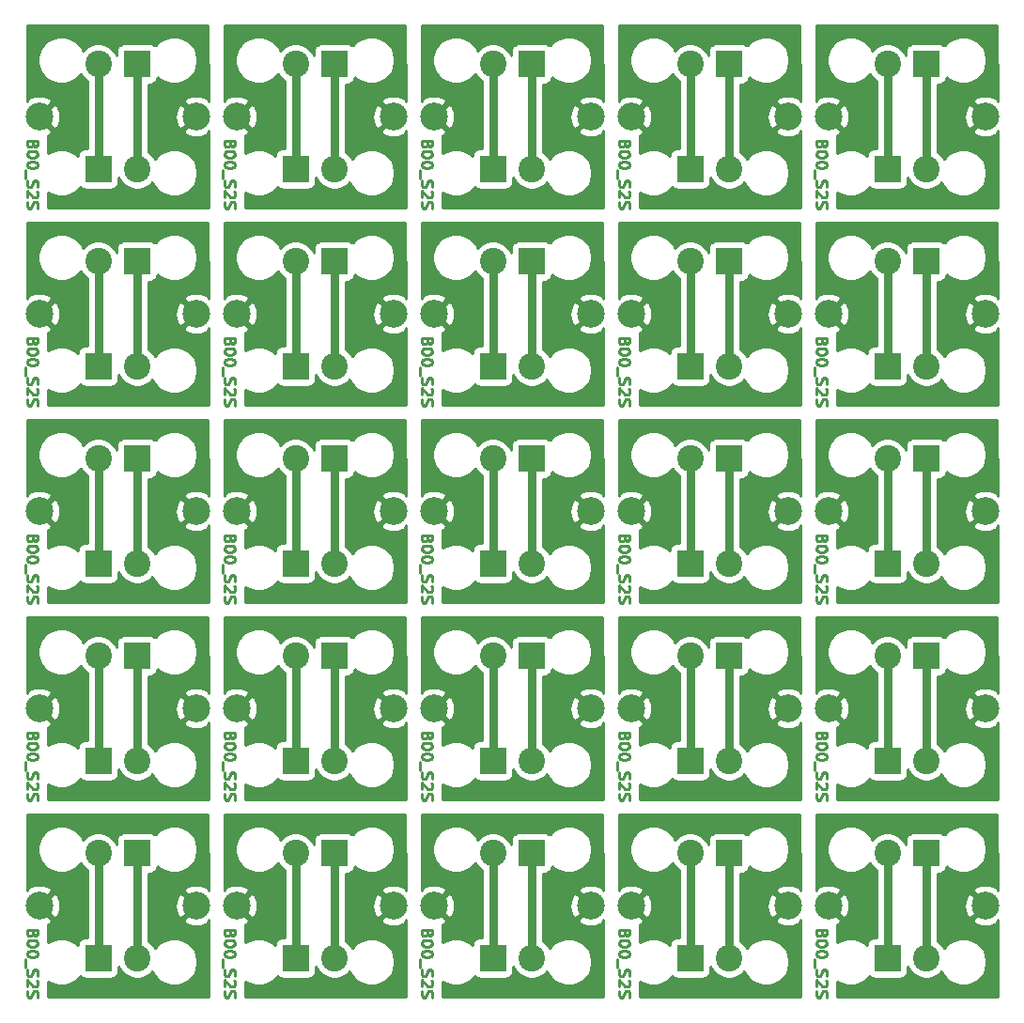
<source format=gbr>
G04 #@! TF.GenerationSoftware,KiCad,Pcbnew,5.1.5-52549c5~86~ubuntu18.04.1*
G04 #@! TF.CreationDate,2020-09-04T20:01:25-05:00*
G04 #@! TF.ProjectId,,58585858-5858-4585-9858-585858585858,rev?*
G04 #@! TF.SameCoordinates,Original*
G04 #@! TF.FileFunction,Copper,L1,Top*
G04 #@! TF.FilePolarity,Positive*
%FSLAX46Y46*%
G04 Gerber Fmt 4.6, Leading zero omitted, Abs format (unit mm)*
G04 Created by KiCad (PCBNEW 5.1.5-52549c5~86~ubuntu18.04.1) date 2020-09-04 20:01:25*
%MOMM*%
%LPD*%
G04 APERTURE LIST*
%ADD10C,0.250000*%
%ADD11R,2.400000X2.400000*%
%ADD12C,2.400000*%
%ADD13C,2.499360*%
%ADD14C,0.750000*%
%ADD15C,0.254000*%
G04 APERTURE END LIST*
D10*
X174823428Y-139574923D02*
X174775809Y-139717780D01*
X174728190Y-139765400D01*
X174632952Y-139813019D01*
X174490095Y-139813019D01*
X174394857Y-139765400D01*
X174347238Y-139717780D01*
X174299619Y-139622542D01*
X174299619Y-139241590D01*
X175299619Y-139241590D01*
X175299619Y-139574923D01*
X175252000Y-139670161D01*
X175204380Y-139717780D01*
X175109142Y-139765400D01*
X175013904Y-139765400D01*
X174918666Y-139717780D01*
X174871047Y-139670161D01*
X174823428Y-139574923D01*
X174823428Y-139241590D01*
X175299619Y-140432066D02*
X175299619Y-140527304D01*
X175252000Y-140622542D01*
X175204380Y-140670161D01*
X175109142Y-140717780D01*
X174918666Y-140765400D01*
X174680571Y-140765400D01*
X174490095Y-140717780D01*
X174394857Y-140670161D01*
X174347238Y-140622542D01*
X174299619Y-140527304D01*
X174299619Y-140432066D01*
X174347238Y-140336828D01*
X174394857Y-140289209D01*
X174490095Y-140241590D01*
X174680571Y-140193971D01*
X174918666Y-140193971D01*
X175109142Y-140241590D01*
X175204380Y-140289209D01*
X175252000Y-140336828D01*
X175299619Y-140432066D01*
X175299619Y-141384447D02*
X175299619Y-141479685D01*
X175252000Y-141574923D01*
X175204380Y-141622542D01*
X175109142Y-141670161D01*
X174918666Y-141717780D01*
X174680571Y-141717780D01*
X174490095Y-141670161D01*
X174394857Y-141622542D01*
X174347238Y-141574923D01*
X174299619Y-141479685D01*
X174299619Y-141384447D01*
X174347238Y-141289209D01*
X174394857Y-141241590D01*
X174490095Y-141193971D01*
X174680571Y-141146352D01*
X174918666Y-141146352D01*
X175109142Y-141193971D01*
X175204380Y-141241590D01*
X175252000Y-141289209D01*
X175299619Y-141384447D01*
X174204380Y-141908257D02*
X174204380Y-142670161D01*
X174347238Y-142860638D02*
X174299619Y-143003495D01*
X174299619Y-143241590D01*
X174347238Y-143336828D01*
X174394857Y-143384447D01*
X174490095Y-143432066D01*
X174585333Y-143432066D01*
X174680571Y-143384447D01*
X174728190Y-143336828D01*
X174775809Y-143241590D01*
X174823428Y-143051114D01*
X174871047Y-142955876D01*
X174918666Y-142908257D01*
X175013904Y-142860638D01*
X175109142Y-142860638D01*
X175204380Y-142908257D01*
X175252000Y-142955876D01*
X175299619Y-143051114D01*
X175299619Y-143289209D01*
X175252000Y-143432066D01*
X175204380Y-143813019D02*
X175252000Y-143860638D01*
X175299619Y-143955876D01*
X175299619Y-144193971D01*
X175252000Y-144289209D01*
X175204380Y-144336828D01*
X175109142Y-144384447D01*
X175013904Y-144384447D01*
X174871047Y-144336828D01*
X174299619Y-143765400D01*
X174299619Y-144384447D01*
X174347238Y-144765400D02*
X174299619Y-144908257D01*
X174299619Y-145146352D01*
X174347238Y-145241590D01*
X174394857Y-145289209D01*
X174490095Y-145336828D01*
X174585333Y-145336828D01*
X174680571Y-145289209D01*
X174728190Y-145241590D01*
X174775809Y-145146352D01*
X174823428Y-144955876D01*
X174871047Y-144860638D01*
X174918666Y-144813019D01*
X175013904Y-144765400D01*
X175109142Y-144765400D01*
X175204380Y-144813019D01*
X175252000Y-144860638D01*
X175299619Y-144955876D01*
X175299619Y-145193971D01*
X175252000Y-145336828D01*
X157043428Y-139574923D02*
X156995809Y-139717780D01*
X156948190Y-139765400D01*
X156852952Y-139813019D01*
X156710095Y-139813019D01*
X156614857Y-139765400D01*
X156567238Y-139717780D01*
X156519619Y-139622542D01*
X156519619Y-139241590D01*
X157519619Y-139241590D01*
X157519619Y-139574923D01*
X157472000Y-139670161D01*
X157424380Y-139717780D01*
X157329142Y-139765400D01*
X157233904Y-139765400D01*
X157138666Y-139717780D01*
X157091047Y-139670161D01*
X157043428Y-139574923D01*
X157043428Y-139241590D01*
X157519619Y-140432066D02*
X157519619Y-140527304D01*
X157472000Y-140622542D01*
X157424380Y-140670161D01*
X157329142Y-140717780D01*
X157138666Y-140765400D01*
X156900571Y-140765400D01*
X156710095Y-140717780D01*
X156614857Y-140670161D01*
X156567238Y-140622542D01*
X156519619Y-140527304D01*
X156519619Y-140432066D01*
X156567238Y-140336828D01*
X156614857Y-140289209D01*
X156710095Y-140241590D01*
X156900571Y-140193971D01*
X157138666Y-140193971D01*
X157329142Y-140241590D01*
X157424380Y-140289209D01*
X157472000Y-140336828D01*
X157519619Y-140432066D01*
X157519619Y-141384447D02*
X157519619Y-141479685D01*
X157472000Y-141574923D01*
X157424380Y-141622542D01*
X157329142Y-141670161D01*
X157138666Y-141717780D01*
X156900571Y-141717780D01*
X156710095Y-141670161D01*
X156614857Y-141622542D01*
X156567238Y-141574923D01*
X156519619Y-141479685D01*
X156519619Y-141384447D01*
X156567238Y-141289209D01*
X156614857Y-141241590D01*
X156710095Y-141193971D01*
X156900571Y-141146352D01*
X157138666Y-141146352D01*
X157329142Y-141193971D01*
X157424380Y-141241590D01*
X157472000Y-141289209D01*
X157519619Y-141384447D01*
X156424380Y-141908257D02*
X156424380Y-142670161D01*
X156567238Y-142860638D02*
X156519619Y-143003495D01*
X156519619Y-143241590D01*
X156567238Y-143336828D01*
X156614857Y-143384447D01*
X156710095Y-143432066D01*
X156805333Y-143432066D01*
X156900571Y-143384447D01*
X156948190Y-143336828D01*
X156995809Y-143241590D01*
X157043428Y-143051114D01*
X157091047Y-142955876D01*
X157138666Y-142908257D01*
X157233904Y-142860638D01*
X157329142Y-142860638D01*
X157424380Y-142908257D01*
X157472000Y-142955876D01*
X157519619Y-143051114D01*
X157519619Y-143289209D01*
X157472000Y-143432066D01*
X157424380Y-143813019D02*
X157472000Y-143860638D01*
X157519619Y-143955876D01*
X157519619Y-144193971D01*
X157472000Y-144289209D01*
X157424380Y-144336828D01*
X157329142Y-144384447D01*
X157233904Y-144384447D01*
X157091047Y-144336828D01*
X156519619Y-143765400D01*
X156519619Y-144384447D01*
X156567238Y-144765400D02*
X156519619Y-144908257D01*
X156519619Y-145146352D01*
X156567238Y-145241590D01*
X156614857Y-145289209D01*
X156710095Y-145336828D01*
X156805333Y-145336828D01*
X156900571Y-145289209D01*
X156948190Y-145241590D01*
X156995809Y-145146352D01*
X157043428Y-144955876D01*
X157091047Y-144860638D01*
X157138666Y-144813019D01*
X157233904Y-144765400D01*
X157329142Y-144765400D01*
X157424380Y-144813019D01*
X157472000Y-144860638D01*
X157519619Y-144955876D01*
X157519619Y-145193971D01*
X157472000Y-145336828D01*
X139263428Y-139574923D02*
X139215809Y-139717780D01*
X139168190Y-139765400D01*
X139072952Y-139813019D01*
X138930095Y-139813019D01*
X138834857Y-139765400D01*
X138787238Y-139717780D01*
X138739619Y-139622542D01*
X138739619Y-139241590D01*
X139739619Y-139241590D01*
X139739619Y-139574923D01*
X139692000Y-139670161D01*
X139644380Y-139717780D01*
X139549142Y-139765400D01*
X139453904Y-139765400D01*
X139358666Y-139717780D01*
X139311047Y-139670161D01*
X139263428Y-139574923D01*
X139263428Y-139241590D01*
X139739619Y-140432066D02*
X139739619Y-140527304D01*
X139692000Y-140622542D01*
X139644380Y-140670161D01*
X139549142Y-140717780D01*
X139358666Y-140765400D01*
X139120571Y-140765400D01*
X138930095Y-140717780D01*
X138834857Y-140670161D01*
X138787238Y-140622542D01*
X138739619Y-140527304D01*
X138739619Y-140432066D01*
X138787238Y-140336828D01*
X138834857Y-140289209D01*
X138930095Y-140241590D01*
X139120571Y-140193971D01*
X139358666Y-140193971D01*
X139549142Y-140241590D01*
X139644380Y-140289209D01*
X139692000Y-140336828D01*
X139739619Y-140432066D01*
X139739619Y-141384447D02*
X139739619Y-141479685D01*
X139692000Y-141574923D01*
X139644380Y-141622542D01*
X139549142Y-141670161D01*
X139358666Y-141717780D01*
X139120571Y-141717780D01*
X138930095Y-141670161D01*
X138834857Y-141622542D01*
X138787238Y-141574923D01*
X138739619Y-141479685D01*
X138739619Y-141384447D01*
X138787238Y-141289209D01*
X138834857Y-141241590D01*
X138930095Y-141193971D01*
X139120571Y-141146352D01*
X139358666Y-141146352D01*
X139549142Y-141193971D01*
X139644380Y-141241590D01*
X139692000Y-141289209D01*
X139739619Y-141384447D01*
X138644380Y-141908257D02*
X138644380Y-142670161D01*
X138787238Y-142860638D02*
X138739619Y-143003495D01*
X138739619Y-143241590D01*
X138787238Y-143336828D01*
X138834857Y-143384447D01*
X138930095Y-143432066D01*
X139025333Y-143432066D01*
X139120571Y-143384447D01*
X139168190Y-143336828D01*
X139215809Y-143241590D01*
X139263428Y-143051114D01*
X139311047Y-142955876D01*
X139358666Y-142908257D01*
X139453904Y-142860638D01*
X139549142Y-142860638D01*
X139644380Y-142908257D01*
X139692000Y-142955876D01*
X139739619Y-143051114D01*
X139739619Y-143289209D01*
X139692000Y-143432066D01*
X139644380Y-143813019D02*
X139692000Y-143860638D01*
X139739619Y-143955876D01*
X139739619Y-144193971D01*
X139692000Y-144289209D01*
X139644380Y-144336828D01*
X139549142Y-144384447D01*
X139453904Y-144384447D01*
X139311047Y-144336828D01*
X138739619Y-143765400D01*
X138739619Y-144384447D01*
X138787238Y-144765400D02*
X138739619Y-144908257D01*
X138739619Y-145146352D01*
X138787238Y-145241590D01*
X138834857Y-145289209D01*
X138930095Y-145336828D01*
X139025333Y-145336828D01*
X139120571Y-145289209D01*
X139168190Y-145241590D01*
X139215809Y-145146352D01*
X139263428Y-144955876D01*
X139311047Y-144860638D01*
X139358666Y-144813019D01*
X139453904Y-144765400D01*
X139549142Y-144765400D01*
X139644380Y-144813019D01*
X139692000Y-144860638D01*
X139739619Y-144955876D01*
X139739619Y-145193971D01*
X139692000Y-145336828D01*
X121483428Y-139574923D02*
X121435809Y-139717780D01*
X121388190Y-139765400D01*
X121292952Y-139813019D01*
X121150095Y-139813019D01*
X121054857Y-139765400D01*
X121007238Y-139717780D01*
X120959619Y-139622542D01*
X120959619Y-139241590D01*
X121959619Y-139241590D01*
X121959619Y-139574923D01*
X121912000Y-139670161D01*
X121864380Y-139717780D01*
X121769142Y-139765400D01*
X121673904Y-139765400D01*
X121578666Y-139717780D01*
X121531047Y-139670161D01*
X121483428Y-139574923D01*
X121483428Y-139241590D01*
X121959619Y-140432066D02*
X121959619Y-140527304D01*
X121912000Y-140622542D01*
X121864380Y-140670161D01*
X121769142Y-140717780D01*
X121578666Y-140765400D01*
X121340571Y-140765400D01*
X121150095Y-140717780D01*
X121054857Y-140670161D01*
X121007238Y-140622542D01*
X120959619Y-140527304D01*
X120959619Y-140432066D01*
X121007238Y-140336828D01*
X121054857Y-140289209D01*
X121150095Y-140241590D01*
X121340571Y-140193971D01*
X121578666Y-140193971D01*
X121769142Y-140241590D01*
X121864380Y-140289209D01*
X121912000Y-140336828D01*
X121959619Y-140432066D01*
X121959619Y-141384447D02*
X121959619Y-141479685D01*
X121912000Y-141574923D01*
X121864380Y-141622542D01*
X121769142Y-141670161D01*
X121578666Y-141717780D01*
X121340571Y-141717780D01*
X121150095Y-141670161D01*
X121054857Y-141622542D01*
X121007238Y-141574923D01*
X120959619Y-141479685D01*
X120959619Y-141384447D01*
X121007238Y-141289209D01*
X121054857Y-141241590D01*
X121150095Y-141193971D01*
X121340571Y-141146352D01*
X121578666Y-141146352D01*
X121769142Y-141193971D01*
X121864380Y-141241590D01*
X121912000Y-141289209D01*
X121959619Y-141384447D01*
X120864380Y-141908257D02*
X120864380Y-142670161D01*
X121007238Y-142860638D02*
X120959619Y-143003495D01*
X120959619Y-143241590D01*
X121007238Y-143336828D01*
X121054857Y-143384447D01*
X121150095Y-143432066D01*
X121245333Y-143432066D01*
X121340571Y-143384447D01*
X121388190Y-143336828D01*
X121435809Y-143241590D01*
X121483428Y-143051114D01*
X121531047Y-142955876D01*
X121578666Y-142908257D01*
X121673904Y-142860638D01*
X121769142Y-142860638D01*
X121864380Y-142908257D01*
X121912000Y-142955876D01*
X121959619Y-143051114D01*
X121959619Y-143289209D01*
X121912000Y-143432066D01*
X121864380Y-143813019D02*
X121912000Y-143860638D01*
X121959619Y-143955876D01*
X121959619Y-144193971D01*
X121912000Y-144289209D01*
X121864380Y-144336828D01*
X121769142Y-144384447D01*
X121673904Y-144384447D01*
X121531047Y-144336828D01*
X120959619Y-143765400D01*
X120959619Y-144384447D01*
X121007238Y-144765400D02*
X120959619Y-144908257D01*
X120959619Y-145146352D01*
X121007238Y-145241590D01*
X121054857Y-145289209D01*
X121150095Y-145336828D01*
X121245333Y-145336828D01*
X121340571Y-145289209D01*
X121388190Y-145241590D01*
X121435809Y-145146352D01*
X121483428Y-144955876D01*
X121531047Y-144860638D01*
X121578666Y-144813019D01*
X121673904Y-144765400D01*
X121769142Y-144765400D01*
X121864380Y-144813019D01*
X121912000Y-144860638D01*
X121959619Y-144955876D01*
X121959619Y-145193971D01*
X121912000Y-145336828D01*
X103703428Y-139574923D02*
X103655809Y-139717780D01*
X103608190Y-139765400D01*
X103512952Y-139813019D01*
X103370095Y-139813019D01*
X103274857Y-139765400D01*
X103227238Y-139717780D01*
X103179619Y-139622542D01*
X103179619Y-139241590D01*
X104179619Y-139241590D01*
X104179619Y-139574923D01*
X104132000Y-139670161D01*
X104084380Y-139717780D01*
X103989142Y-139765400D01*
X103893904Y-139765400D01*
X103798666Y-139717780D01*
X103751047Y-139670161D01*
X103703428Y-139574923D01*
X103703428Y-139241590D01*
X104179619Y-140432066D02*
X104179619Y-140527304D01*
X104132000Y-140622542D01*
X104084380Y-140670161D01*
X103989142Y-140717780D01*
X103798666Y-140765400D01*
X103560571Y-140765400D01*
X103370095Y-140717780D01*
X103274857Y-140670161D01*
X103227238Y-140622542D01*
X103179619Y-140527304D01*
X103179619Y-140432066D01*
X103227238Y-140336828D01*
X103274857Y-140289209D01*
X103370095Y-140241590D01*
X103560571Y-140193971D01*
X103798666Y-140193971D01*
X103989142Y-140241590D01*
X104084380Y-140289209D01*
X104132000Y-140336828D01*
X104179619Y-140432066D01*
X104179619Y-141384447D02*
X104179619Y-141479685D01*
X104132000Y-141574923D01*
X104084380Y-141622542D01*
X103989142Y-141670161D01*
X103798666Y-141717780D01*
X103560571Y-141717780D01*
X103370095Y-141670161D01*
X103274857Y-141622542D01*
X103227238Y-141574923D01*
X103179619Y-141479685D01*
X103179619Y-141384447D01*
X103227238Y-141289209D01*
X103274857Y-141241590D01*
X103370095Y-141193971D01*
X103560571Y-141146352D01*
X103798666Y-141146352D01*
X103989142Y-141193971D01*
X104084380Y-141241590D01*
X104132000Y-141289209D01*
X104179619Y-141384447D01*
X103084380Y-141908257D02*
X103084380Y-142670161D01*
X103227238Y-142860638D02*
X103179619Y-143003495D01*
X103179619Y-143241590D01*
X103227238Y-143336828D01*
X103274857Y-143384447D01*
X103370095Y-143432066D01*
X103465333Y-143432066D01*
X103560571Y-143384447D01*
X103608190Y-143336828D01*
X103655809Y-143241590D01*
X103703428Y-143051114D01*
X103751047Y-142955876D01*
X103798666Y-142908257D01*
X103893904Y-142860638D01*
X103989142Y-142860638D01*
X104084380Y-142908257D01*
X104132000Y-142955876D01*
X104179619Y-143051114D01*
X104179619Y-143289209D01*
X104132000Y-143432066D01*
X104084380Y-143813019D02*
X104132000Y-143860638D01*
X104179619Y-143955876D01*
X104179619Y-144193971D01*
X104132000Y-144289209D01*
X104084380Y-144336828D01*
X103989142Y-144384447D01*
X103893904Y-144384447D01*
X103751047Y-144336828D01*
X103179619Y-143765400D01*
X103179619Y-144384447D01*
X103227238Y-144765400D02*
X103179619Y-144908257D01*
X103179619Y-145146352D01*
X103227238Y-145241590D01*
X103274857Y-145289209D01*
X103370095Y-145336828D01*
X103465333Y-145336828D01*
X103560571Y-145289209D01*
X103608190Y-145241590D01*
X103655809Y-145146352D01*
X103703428Y-144955876D01*
X103751047Y-144860638D01*
X103798666Y-144813019D01*
X103893904Y-144765400D01*
X103989142Y-144765400D01*
X104084380Y-144813019D01*
X104132000Y-144860638D01*
X104179619Y-144955876D01*
X104179619Y-145193971D01*
X104132000Y-145336828D01*
X174823428Y-121794923D02*
X174775809Y-121937780D01*
X174728190Y-121985400D01*
X174632952Y-122033019D01*
X174490095Y-122033019D01*
X174394857Y-121985400D01*
X174347238Y-121937780D01*
X174299619Y-121842542D01*
X174299619Y-121461590D01*
X175299619Y-121461590D01*
X175299619Y-121794923D01*
X175252000Y-121890161D01*
X175204380Y-121937780D01*
X175109142Y-121985400D01*
X175013904Y-121985400D01*
X174918666Y-121937780D01*
X174871047Y-121890161D01*
X174823428Y-121794923D01*
X174823428Y-121461590D01*
X175299619Y-122652066D02*
X175299619Y-122747304D01*
X175252000Y-122842542D01*
X175204380Y-122890161D01*
X175109142Y-122937780D01*
X174918666Y-122985400D01*
X174680571Y-122985400D01*
X174490095Y-122937780D01*
X174394857Y-122890161D01*
X174347238Y-122842542D01*
X174299619Y-122747304D01*
X174299619Y-122652066D01*
X174347238Y-122556828D01*
X174394857Y-122509209D01*
X174490095Y-122461590D01*
X174680571Y-122413971D01*
X174918666Y-122413971D01*
X175109142Y-122461590D01*
X175204380Y-122509209D01*
X175252000Y-122556828D01*
X175299619Y-122652066D01*
X175299619Y-123604447D02*
X175299619Y-123699685D01*
X175252000Y-123794923D01*
X175204380Y-123842542D01*
X175109142Y-123890161D01*
X174918666Y-123937780D01*
X174680571Y-123937780D01*
X174490095Y-123890161D01*
X174394857Y-123842542D01*
X174347238Y-123794923D01*
X174299619Y-123699685D01*
X174299619Y-123604447D01*
X174347238Y-123509209D01*
X174394857Y-123461590D01*
X174490095Y-123413971D01*
X174680571Y-123366352D01*
X174918666Y-123366352D01*
X175109142Y-123413971D01*
X175204380Y-123461590D01*
X175252000Y-123509209D01*
X175299619Y-123604447D01*
X174204380Y-124128257D02*
X174204380Y-124890161D01*
X174347238Y-125080638D02*
X174299619Y-125223495D01*
X174299619Y-125461590D01*
X174347238Y-125556828D01*
X174394857Y-125604447D01*
X174490095Y-125652066D01*
X174585333Y-125652066D01*
X174680571Y-125604447D01*
X174728190Y-125556828D01*
X174775809Y-125461590D01*
X174823428Y-125271114D01*
X174871047Y-125175876D01*
X174918666Y-125128257D01*
X175013904Y-125080638D01*
X175109142Y-125080638D01*
X175204380Y-125128257D01*
X175252000Y-125175876D01*
X175299619Y-125271114D01*
X175299619Y-125509209D01*
X175252000Y-125652066D01*
X175204380Y-126033019D02*
X175252000Y-126080638D01*
X175299619Y-126175876D01*
X175299619Y-126413971D01*
X175252000Y-126509209D01*
X175204380Y-126556828D01*
X175109142Y-126604447D01*
X175013904Y-126604447D01*
X174871047Y-126556828D01*
X174299619Y-125985400D01*
X174299619Y-126604447D01*
X174347238Y-126985400D02*
X174299619Y-127128257D01*
X174299619Y-127366352D01*
X174347238Y-127461590D01*
X174394857Y-127509209D01*
X174490095Y-127556828D01*
X174585333Y-127556828D01*
X174680571Y-127509209D01*
X174728190Y-127461590D01*
X174775809Y-127366352D01*
X174823428Y-127175876D01*
X174871047Y-127080638D01*
X174918666Y-127033019D01*
X175013904Y-126985400D01*
X175109142Y-126985400D01*
X175204380Y-127033019D01*
X175252000Y-127080638D01*
X175299619Y-127175876D01*
X175299619Y-127413971D01*
X175252000Y-127556828D01*
X157043428Y-121794923D02*
X156995809Y-121937780D01*
X156948190Y-121985400D01*
X156852952Y-122033019D01*
X156710095Y-122033019D01*
X156614857Y-121985400D01*
X156567238Y-121937780D01*
X156519619Y-121842542D01*
X156519619Y-121461590D01*
X157519619Y-121461590D01*
X157519619Y-121794923D01*
X157472000Y-121890161D01*
X157424380Y-121937780D01*
X157329142Y-121985400D01*
X157233904Y-121985400D01*
X157138666Y-121937780D01*
X157091047Y-121890161D01*
X157043428Y-121794923D01*
X157043428Y-121461590D01*
X157519619Y-122652066D02*
X157519619Y-122747304D01*
X157472000Y-122842542D01*
X157424380Y-122890161D01*
X157329142Y-122937780D01*
X157138666Y-122985400D01*
X156900571Y-122985400D01*
X156710095Y-122937780D01*
X156614857Y-122890161D01*
X156567238Y-122842542D01*
X156519619Y-122747304D01*
X156519619Y-122652066D01*
X156567238Y-122556828D01*
X156614857Y-122509209D01*
X156710095Y-122461590D01*
X156900571Y-122413971D01*
X157138666Y-122413971D01*
X157329142Y-122461590D01*
X157424380Y-122509209D01*
X157472000Y-122556828D01*
X157519619Y-122652066D01*
X157519619Y-123604447D02*
X157519619Y-123699685D01*
X157472000Y-123794923D01*
X157424380Y-123842542D01*
X157329142Y-123890161D01*
X157138666Y-123937780D01*
X156900571Y-123937780D01*
X156710095Y-123890161D01*
X156614857Y-123842542D01*
X156567238Y-123794923D01*
X156519619Y-123699685D01*
X156519619Y-123604447D01*
X156567238Y-123509209D01*
X156614857Y-123461590D01*
X156710095Y-123413971D01*
X156900571Y-123366352D01*
X157138666Y-123366352D01*
X157329142Y-123413971D01*
X157424380Y-123461590D01*
X157472000Y-123509209D01*
X157519619Y-123604447D01*
X156424380Y-124128257D02*
X156424380Y-124890161D01*
X156567238Y-125080638D02*
X156519619Y-125223495D01*
X156519619Y-125461590D01*
X156567238Y-125556828D01*
X156614857Y-125604447D01*
X156710095Y-125652066D01*
X156805333Y-125652066D01*
X156900571Y-125604447D01*
X156948190Y-125556828D01*
X156995809Y-125461590D01*
X157043428Y-125271114D01*
X157091047Y-125175876D01*
X157138666Y-125128257D01*
X157233904Y-125080638D01*
X157329142Y-125080638D01*
X157424380Y-125128257D01*
X157472000Y-125175876D01*
X157519619Y-125271114D01*
X157519619Y-125509209D01*
X157472000Y-125652066D01*
X157424380Y-126033019D02*
X157472000Y-126080638D01*
X157519619Y-126175876D01*
X157519619Y-126413971D01*
X157472000Y-126509209D01*
X157424380Y-126556828D01*
X157329142Y-126604447D01*
X157233904Y-126604447D01*
X157091047Y-126556828D01*
X156519619Y-125985400D01*
X156519619Y-126604447D01*
X156567238Y-126985400D02*
X156519619Y-127128257D01*
X156519619Y-127366352D01*
X156567238Y-127461590D01*
X156614857Y-127509209D01*
X156710095Y-127556828D01*
X156805333Y-127556828D01*
X156900571Y-127509209D01*
X156948190Y-127461590D01*
X156995809Y-127366352D01*
X157043428Y-127175876D01*
X157091047Y-127080638D01*
X157138666Y-127033019D01*
X157233904Y-126985400D01*
X157329142Y-126985400D01*
X157424380Y-127033019D01*
X157472000Y-127080638D01*
X157519619Y-127175876D01*
X157519619Y-127413971D01*
X157472000Y-127556828D01*
X139263428Y-121794923D02*
X139215809Y-121937780D01*
X139168190Y-121985400D01*
X139072952Y-122033019D01*
X138930095Y-122033019D01*
X138834857Y-121985400D01*
X138787238Y-121937780D01*
X138739619Y-121842542D01*
X138739619Y-121461590D01*
X139739619Y-121461590D01*
X139739619Y-121794923D01*
X139692000Y-121890161D01*
X139644380Y-121937780D01*
X139549142Y-121985400D01*
X139453904Y-121985400D01*
X139358666Y-121937780D01*
X139311047Y-121890161D01*
X139263428Y-121794923D01*
X139263428Y-121461590D01*
X139739619Y-122652066D02*
X139739619Y-122747304D01*
X139692000Y-122842542D01*
X139644380Y-122890161D01*
X139549142Y-122937780D01*
X139358666Y-122985400D01*
X139120571Y-122985400D01*
X138930095Y-122937780D01*
X138834857Y-122890161D01*
X138787238Y-122842542D01*
X138739619Y-122747304D01*
X138739619Y-122652066D01*
X138787238Y-122556828D01*
X138834857Y-122509209D01*
X138930095Y-122461590D01*
X139120571Y-122413971D01*
X139358666Y-122413971D01*
X139549142Y-122461590D01*
X139644380Y-122509209D01*
X139692000Y-122556828D01*
X139739619Y-122652066D01*
X139739619Y-123604447D02*
X139739619Y-123699685D01*
X139692000Y-123794923D01*
X139644380Y-123842542D01*
X139549142Y-123890161D01*
X139358666Y-123937780D01*
X139120571Y-123937780D01*
X138930095Y-123890161D01*
X138834857Y-123842542D01*
X138787238Y-123794923D01*
X138739619Y-123699685D01*
X138739619Y-123604447D01*
X138787238Y-123509209D01*
X138834857Y-123461590D01*
X138930095Y-123413971D01*
X139120571Y-123366352D01*
X139358666Y-123366352D01*
X139549142Y-123413971D01*
X139644380Y-123461590D01*
X139692000Y-123509209D01*
X139739619Y-123604447D01*
X138644380Y-124128257D02*
X138644380Y-124890161D01*
X138787238Y-125080638D02*
X138739619Y-125223495D01*
X138739619Y-125461590D01*
X138787238Y-125556828D01*
X138834857Y-125604447D01*
X138930095Y-125652066D01*
X139025333Y-125652066D01*
X139120571Y-125604447D01*
X139168190Y-125556828D01*
X139215809Y-125461590D01*
X139263428Y-125271114D01*
X139311047Y-125175876D01*
X139358666Y-125128257D01*
X139453904Y-125080638D01*
X139549142Y-125080638D01*
X139644380Y-125128257D01*
X139692000Y-125175876D01*
X139739619Y-125271114D01*
X139739619Y-125509209D01*
X139692000Y-125652066D01*
X139644380Y-126033019D02*
X139692000Y-126080638D01*
X139739619Y-126175876D01*
X139739619Y-126413971D01*
X139692000Y-126509209D01*
X139644380Y-126556828D01*
X139549142Y-126604447D01*
X139453904Y-126604447D01*
X139311047Y-126556828D01*
X138739619Y-125985400D01*
X138739619Y-126604447D01*
X138787238Y-126985400D02*
X138739619Y-127128257D01*
X138739619Y-127366352D01*
X138787238Y-127461590D01*
X138834857Y-127509209D01*
X138930095Y-127556828D01*
X139025333Y-127556828D01*
X139120571Y-127509209D01*
X139168190Y-127461590D01*
X139215809Y-127366352D01*
X139263428Y-127175876D01*
X139311047Y-127080638D01*
X139358666Y-127033019D01*
X139453904Y-126985400D01*
X139549142Y-126985400D01*
X139644380Y-127033019D01*
X139692000Y-127080638D01*
X139739619Y-127175876D01*
X139739619Y-127413971D01*
X139692000Y-127556828D01*
X121483428Y-121794923D02*
X121435809Y-121937780D01*
X121388190Y-121985400D01*
X121292952Y-122033019D01*
X121150095Y-122033019D01*
X121054857Y-121985400D01*
X121007238Y-121937780D01*
X120959619Y-121842542D01*
X120959619Y-121461590D01*
X121959619Y-121461590D01*
X121959619Y-121794923D01*
X121912000Y-121890161D01*
X121864380Y-121937780D01*
X121769142Y-121985400D01*
X121673904Y-121985400D01*
X121578666Y-121937780D01*
X121531047Y-121890161D01*
X121483428Y-121794923D01*
X121483428Y-121461590D01*
X121959619Y-122652066D02*
X121959619Y-122747304D01*
X121912000Y-122842542D01*
X121864380Y-122890161D01*
X121769142Y-122937780D01*
X121578666Y-122985400D01*
X121340571Y-122985400D01*
X121150095Y-122937780D01*
X121054857Y-122890161D01*
X121007238Y-122842542D01*
X120959619Y-122747304D01*
X120959619Y-122652066D01*
X121007238Y-122556828D01*
X121054857Y-122509209D01*
X121150095Y-122461590D01*
X121340571Y-122413971D01*
X121578666Y-122413971D01*
X121769142Y-122461590D01*
X121864380Y-122509209D01*
X121912000Y-122556828D01*
X121959619Y-122652066D01*
X121959619Y-123604447D02*
X121959619Y-123699685D01*
X121912000Y-123794923D01*
X121864380Y-123842542D01*
X121769142Y-123890161D01*
X121578666Y-123937780D01*
X121340571Y-123937780D01*
X121150095Y-123890161D01*
X121054857Y-123842542D01*
X121007238Y-123794923D01*
X120959619Y-123699685D01*
X120959619Y-123604447D01*
X121007238Y-123509209D01*
X121054857Y-123461590D01*
X121150095Y-123413971D01*
X121340571Y-123366352D01*
X121578666Y-123366352D01*
X121769142Y-123413971D01*
X121864380Y-123461590D01*
X121912000Y-123509209D01*
X121959619Y-123604447D01*
X120864380Y-124128257D02*
X120864380Y-124890161D01*
X121007238Y-125080638D02*
X120959619Y-125223495D01*
X120959619Y-125461590D01*
X121007238Y-125556828D01*
X121054857Y-125604447D01*
X121150095Y-125652066D01*
X121245333Y-125652066D01*
X121340571Y-125604447D01*
X121388190Y-125556828D01*
X121435809Y-125461590D01*
X121483428Y-125271114D01*
X121531047Y-125175876D01*
X121578666Y-125128257D01*
X121673904Y-125080638D01*
X121769142Y-125080638D01*
X121864380Y-125128257D01*
X121912000Y-125175876D01*
X121959619Y-125271114D01*
X121959619Y-125509209D01*
X121912000Y-125652066D01*
X121864380Y-126033019D02*
X121912000Y-126080638D01*
X121959619Y-126175876D01*
X121959619Y-126413971D01*
X121912000Y-126509209D01*
X121864380Y-126556828D01*
X121769142Y-126604447D01*
X121673904Y-126604447D01*
X121531047Y-126556828D01*
X120959619Y-125985400D01*
X120959619Y-126604447D01*
X121007238Y-126985400D02*
X120959619Y-127128257D01*
X120959619Y-127366352D01*
X121007238Y-127461590D01*
X121054857Y-127509209D01*
X121150095Y-127556828D01*
X121245333Y-127556828D01*
X121340571Y-127509209D01*
X121388190Y-127461590D01*
X121435809Y-127366352D01*
X121483428Y-127175876D01*
X121531047Y-127080638D01*
X121578666Y-127033019D01*
X121673904Y-126985400D01*
X121769142Y-126985400D01*
X121864380Y-127033019D01*
X121912000Y-127080638D01*
X121959619Y-127175876D01*
X121959619Y-127413971D01*
X121912000Y-127556828D01*
X103703428Y-121794923D02*
X103655809Y-121937780D01*
X103608190Y-121985400D01*
X103512952Y-122033019D01*
X103370095Y-122033019D01*
X103274857Y-121985400D01*
X103227238Y-121937780D01*
X103179619Y-121842542D01*
X103179619Y-121461590D01*
X104179619Y-121461590D01*
X104179619Y-121794923D01*
X104132000Y-121890161D01*
X104084380Y-121937780D01*
X103989142Y-121985400D01*
X103893904Y-121985400D01*
X103798666Y-121937780D01*
X103751047Y-121890161D01*
X103703428Y-121794923D01*
X103703428Y-121461590D01*
X104179619Y-122652066D02*
X104179619Y-122747304D01*
X104132000Y-122842542D01*
X104084380Y-122890161D01*
X103989142Y-122937780D01*
X103798666Y-122985400D01*
X103560571Y-122985400D01*
X103370095Y-122937780D01*
X103274857Y-122890161D01*
X103227238Y-122842542D01*
X103179619Y-122747304D01*
X103179619Y-122652066D01*
X103227238Y-122556828D01*
X103274857Y-122509209D01*
X103370095Y-122461590D01*
X103560571Y-122413971D01*
X103798666Y-122413971D01*
X103989142Y-122461590D01*
X104084380Y-122509209D01*
X104132000Y-122556828D01*
X104179619Y-122652066D01*
X104179619Y-123604447D02*
X104179619Y-123699685D01*
X104132000Y-123794923D01*
X104084380Y-123842542D01*
X103989142Y-123890161D01*
X103798666Y-123937780D01*
X103560571Y-123937780D01*
X103370095Y-123890161D01*
X103274857Y-123842542D01*
X103227238Y-123794923D01*
X103179619Y-123699685D01*
X103179619Y-123604447D01*
X103227238Y-123509209D01*
X103274857Y-123461590D01*
X103370095Y-123413971D01*
X103560571Y-123366352D01*
X103798666Y-123366352D01*
X103989142Y-123413971D01*
X104084380Y-123461590D01*
X104132000Y-123509209D01*
X104179619Y-123604447D01*
X103084380Y-124128257D02*
X103084380Y-124890161D01*
X103227238Y-125080638D02*
X103179619Y-125223495D01*
X103179619Y-125461590D01*
X103227238Y-125556828D01*
X103274857Y-125604447D01*
X103370095Y-125652066D01*
X103465333Y-125652066D01*
X103560571Y-125604447D01*
X103608190Y-125556828D01*
X103655809Y-125461590D01*
X103703428Y-125271114D01*
X103751047Y-125175876D01*
X103798666Y-125128257D01*
X103893904Y-125080638D01*
X103989142Y-125080638D01*
X104084380Y-125128257D01*
X104132000Y-125175876D01*
X104179619Y-125271114D01*
X104179619Y-125509209D01*
X104132000Y-125652066D01*
X104084380Y-126033019D02*
X104132000Y-126080638D01*
X104179619Y-126175876D01*
X104179619Y-126413971D01*
X104132000Y-126509209D01*
X104084380Y-126556828D01*
X103989142Y-126604447D01*
X103893904Y-126604447D01*
X103751047Y-126556828D01*
X103179619Y-125985400D01*
X103179619Y-126604447D01*
X103227238Y-126985400D02*
X103179619Y-127128257D01*
X103179619Y-127366352D01*
X103227238Y-127461590D01*
X103274857Y-127509209D01*
X103370095Y-127556828D01*
X103465333Y-127556828D01*
X103560571Y-127509209D01*
X103608190Y-127461590D01*
X103655809Y-127366352D01*
X103703428Y-127175876D01*
X103751047Y-127080638D01*
X103798666Y-127033019D01*
X103893904Y-126985400D01*
X103989142Y-126985400D01*
X104084380Y-127033019D01*
X104132000Y-127080638D01*
X104179619Y-127175876D01*
X104179619Y-127413971D01*
X104132000Y-127556828D01*
X174823428Y-104014923D02*
X174775809Y-104157780D01*
X174728190Y-104205400D01*
X174632952Y-104253019D01*
X174490095Y-104253019D01*
X174394857Y-104205400D01*
X174347238Y-104157780D01*
X174299619Y-104062542D01*
X174299619Y-103681590D01*
X175299619Y-103681590D01*
X175299619Y-104014923D01*
X175252000Y-104110161D01*
X175204380Y-104157780D01*
X175109142Y-104205400D01*
X175013904Y-104205400D01*
X174918666Y-104157780D01*
X174871047Y-104110161D01*
X174823428Y-104014923D01*
X174823428Y-103681590D01*
X175299619Y-104872066D02*
X175299619Y-104967304D01*
X175252000Y-105062542D01*
X175204380Y-105110161D01*
X175109142Y-105157780D01*
X174918666Y-105205400D01*
X174680571Y-105205400D01*
X174490095Y-105157780D01*
X174394857Y-105110161D01*
X174347238Y-105062542D01*
X174299619Y-104967304D01*
X174299619Y-104872066D01*
X174347238Y-104776828D01*
X174394857Y-104729209D01*
X174490095Y-104681590D01*
X174680571Y-104633971D01*
X174918666Y-104633971D01*
X175109142Y-104681590D01*
X175204380Y-104729209D01*
X175252000Y-104776828D01*
X175299619Y-104872066D01*
X175299619Y-105824447D02*
X175299619Y-105919685D01*
X175252000Y-106014923D01*
X175204380Y-106062542D01*
X175109142Y-106110161D01*
X174918666Y-106157780D01*
X174680571Y-106157780D01*
X174490095Y-106110161D01*
X174394857Y-106062542D01*
X174347238Y-106014923D01*
X174299619Y-105919685D01*
X174299619Y-105824447D01*
X174347238Y-105729209D01*
X174394857Y-105681590D01*
X174490095Y-105633971D01*
X174680571Y-105586352D01*
X174918666Y-105586352D01*
X175109142Y-105633971D01*
X175204380Y-105681590D01*
X175252000Y-105729209D01*
X175299619Y-105824447D01*
X174204380Y-106348257D02*
X174204380Y-107110161D01*
X174347238Y-107300638D02*
X174299619Y-107443495D01*
X174299619Y-107681590D01*
X174347238Y-107776828D01*
X174394857Y-107824447D01*
X174490095Y-107872066D01*
X174585333Y-107872066D01*
X174680571Y-107824447D01*
X174728190Y-107776828D01*
X174775809Y-107681590D01*
X174823428Y-107491114D01*
X174871047Y-107395876D01*
X174918666Y-107348257D01*
X175013904Y-107300638D01*
X175109142Y-107300638D01*
X175204380Y-107348257D01*
X175252000Y-107395876D01*
X175299619Y-107491114D01*
X175299619Y-107729209D01*
X175252000Y-107872066D01*
X175204380Y-108253019D02*
X175252000Y-108300638D01*
X175299619Y-108395876D01*
X175299619Y-108633971D01*
X175252000Y-108729209D01*
X175204380Y-108776828D01*
X175109142Y-108824447D01*
X175013904Y-108824447D01*
X174871047Y-108776828D01*
X174299619Y-108205400D01*
X174299619Y-108824447D01*
X174347238Y-109205400D02*
X174299619Y-109348257D01*
X174299619Y-109586352D01*
X174347238Y-109681590D01*
X174394857Y-109729209D01*
X174490095Y-109776828D01*
X174585333Y-109776828D01*
X174680571Y-109729209D01*
X174728190Y-109681590D01*
X174775809Y-109586352D01*
X174823428Y-109395876D01*
X174871047Y-109300638D01*
X174918666Y-109253019D01*
X175013904Y-109205400D01*
X175109142Y-109205400D01*
X175204380Y-109253019D01*
X175252000Y-109300638D01*
X175299619Y-109395876D01*
X175299619Y-109633971D01*
X175252000Y-109776828D01*
X157043428Y-104014923D02*
X156995809Y-104157780D01*
X156948190Y-104205400D01*
X156852952Y-104253019D01*
X156710095Y-104253019D01*
X156614857Y-104205400D01*
X156567238Y-104157780D01*
X156519619Y-104062542D01*
X156519619Y-103681590D01*
X157519619Y-103681590D01*
X157519619Y-104014923D01*
X157472000Y-104110161D01*
X157424380Y-104157780D01*
X157329142Y-104205400D01*
X157233904Y-104205400D01*
X157138666Y-104157780D01*
X157091047Y-104110161D01*
X157043428Y-104014923D01*
X157043428Y-103681590D01*
X157519619Y-104872066D02*
X157519619Y-104967304D01*
X157472000Y-105062542D01*
X157424380Y-105110161D01*
X157329142Y-105157780D01*
X157138666Y-105205400D01*
X156900571Y-105205400D01*
X156710095Y-105157780D01*
X156614857Y-105110161D01*
X156567238Y-105062542D01*
X156519619Y-104967304D01*
X156519619Y-104872066D01*
X156567238Y-104776828D01*
X156614857Y-104729209D01*
X156710095Y-104681590D01*
X156900571Y-104633971D01*
X157138666Y-104633971D01*
X157329142Y-104681590D01*
X157424380Y-104729209D01*
X157472000Y-104776828D01*
X157519619Y-104872066D01*
X157519619Y-105824447D02*
X157519619Y-105919685D01*
X157472000Y-106014923D01*
X157424380Y-106062542D01*
X157329142Y-106110161D01*
X157138666Y-106157780D01*
X156900571Y-106157780D01*
X156710095Y-106110161D01*
X156614857Y-106062542D01*
X156567238Y-106014923D01*
X156519619Y-105919685D01*
X156519619Y-105824447D01*
X156567238Y-105729209D01*
X156614857Y-105681590D01*
X156710095Y-105633971D01*
X156900571Y-105586352D01*
X157138666Y-105586352D01*
X157329142Y-105633971D01*
X157424380Y-105681590D01*
X157472000Y-105729209D01*
X157519619Y-105824447D01*
X156424380Y-106348257D02*
X156424380Y-107110161D01*
X156567238Y-107300638D02*
X156519619Y-107443495D01*
X156519619Y-107681590D01*
X156567238Y-107776828D01*
X156614857Y-107824447D01*
X156710095Y-107872066D01*
X156805333Y-107872066D01*
X156900571Y-107824447D01*
X156948190Y-107776828D01*
X156995809Y-107681590D01*
X157043428Y-107491114D01*
X157091047Y-107395876D01*
X157138666Y-107348257D01*
X157233904Y-107300638D01*
X157329142Y-107300638D01*
X157424380Y-107348257D01*
X157472000Y-107395876D01*
X157519619Y-107491114D01*
X157519619Y-107729209D01*
X157472000Y-107872066D01*
X157424380Y-108253019D02*
X157472000Y-108300638D01*
X157519619Y-108395876D01*
X157519619Y-108633971D01*
X157472000Y-108729209D01*
X157424380Y-108776828D01*
X157329142Y-108824447D01*
X157233904Y-108824447D01*
X157091047Y-108776828D01*
X156519619Y-108205400D01*
X156519619Y-108824447D01*
X156567238Y-109205400D02*
X156519619Y-109348257D01*
X156519619Y-109586352D01*
X156567238Y-109681590D01*
X156614857Y-109729209D01*
X156710095Y-109776828D01*
X156805333Y-109776828D01*
X156900571Y-109729209D01*
X156948190Y-109681590D01*
X156995809Y-109586352D01*
X157043428Y-109395876D01*
X157091047Y-109300638D01*
X157138666Y-109253019D01*
X157233904Y-109205400D01*
X157329142Y-109205400D01*
X157424380Y-109253019D01*
X157472000Y-109300638D01*
X157519619Y-109395876D01*
X157519619Y-109633971D01*
X157472000Y-109776828D01*
X139263428Y-104014923D02*
X139215809Y-104157780D01*
X139168190Y-104205400D01*
X139072952Y-104253019D01*
X138930095Y-104253019D01*
X138834857Y-104205400D01*
X138787238Y-104157780D01*
X138739619Y-104062542D01*
X138739619Y-103681590D01*
X139739619Y-103681590D01*
X139739619Y-104014923D01*
X139692000Y-104110161D01*
X139644380Y-104157780D01*
X139549142Y-104205400D01*
X139453904Y-104205400D01*
X139358666Y-104157780D01*
X139311047Y-104110161D01*
X139263428Y-104014923D01*
X139263428Y-103681590D01*
X139739619Y-104872066D02*
X139739619Y-104967304D01*
X139692000Y-105062542D01*
X139644380Y-105110161D01*
X139549142Y-105157780D01*
X139358666Y-105205400D01*
X139120571Y-105205400D01*
X138930095Y-105157780D01*
X138834857Y-105110161D01*
X138787238Y-105062542D01*
X138739619Y-104967304D01*
X138739619Y-104872066D01*
X138787238Y-104776828D01*
X138834857Y-104729209D01*
X138930095Y-104681590D01*
X139120571Y-104633971D01*
X139358666Y-104633971D01*
X139549142Y-104681590D01*
X139644380Y-104729209D01*
X139692000Y-104776828D01*
X139739619Y-104872066D01*
X139739619Y-105824447D02*
X139739619Y-105919685D01*
X139692000Y-106014923D01*
X139644380Y-106062542D01*
X139549142Y-106110161D01*
X139358666Y-106157780D01*
X139120571Y-106157780D01*
X138930095Y-106110161D01*
X138834857Y-106062542D01*
X138787238Y-106014923D01*
X138739619Y-105919685D01*
X138739619Y-105824447D01*
X138787238Y-105729209D01*
X138834857Y-105681590D01*
X138930095Y-105633971D01*
X139120571Y-105586352D01*
X139358666Y-105586352D01*
X139549142Y-105633971D01*
X139644380Y-105681590D01*
X139692000Y-105729209D01*
X139739619Y-105824447D01*
X138644380Y-106348257D02*
X138644380Y-107110161D01*
X138787238Y-107300638D02*
X138739619Y-107443495D01*
X138739619Y-107681590D01*
X138787238Y-107776828D01*
X138834857Y-107824447D01*
X138930095Y-107872066D01*
X139025333Y-107872066D01*
X139120571Y-107824447D01*
X139168190Y-107776828D01*
X139215809Y-107681590D01*
X139263428Y-107491114D01*
X139311047Y-107395876D01*
X139358666Y-107348257D01*
X139453904Y-107300638D01*
X139549142Y-107300638D01*
X139644380Y-107348257D01*
X139692000Y-107395876D01*
X139739619Y-107491114D01*
X139739619Y-107729209D01*
X139692000Y-107872066D01*
X139644380Y-108253019D02*
X139692000Y-108300638D01*
X139739619Y-108395876D01*
X139739619Y-108633971D01*
X139692000Y-108729209D01*
X139644380Y-108776828D01*
X139549142Y-108824447D01*
X139453904Y-108824447D01*
X139311047Y-108776828D01*
X138739619Y-108205400D01*
X138739619Y-108824447D01*
X138787238Y-109205400D02*
X138739619Y-109348257D01*
X138739619Y-109586352D01*
X138787238Y-109681590D01*
X138834857Y-109729209D01*
X138930095Y-109776828D01*
X139025333Y-109776828D01*
X139120571Y-109729209D01*
X139168190Y-109681590D01*
X139215809Y-109586352D01*
X139263428Y-109395876D01*
X139311047Y-109300638D01*
X139358666Y-109253019D01*
X139453904Y-109205400D01*
X139549142Y-109205400D01*
X139644380Y-109253019D01*
X139692000Y-109300638D01*
X139739619Y-109395876D01*
X139739619Y-109633971D01*
X139692000Y-109776828D01*
X121483428Y-104014923D02*
X121435809Y-104157780D01*
X121388190Y-104205400D01*
X121292952Y-104253019D01*
X121150095Y-104253019D01*
X121054857Y-104205400D01*
X121007238Y-104157780D01*
X120959619Y-104062542D01*
X120959619Y-103681590D01*
X121959619Y-103681590D01*
X121959619Y-104014923D01*
X121912000Y-104110161D01*
X121864380Y-104157780D01*
X121769142Y-104205400D01*
X121673904Y-104205400D01*
X121578666Y-104157780D01*
X121531047Y-104110161D01*
X121483428Y-104014923D01*
X121483428Y-103681590D01*
X121959619Y-104872066D02*
X121959619Y-104967304D01*
X121912000Y-105062542D01*
X121864380Y-105110161D01*
X121769142Y-105157780D01*
X121578666Y-105205400D01*
X121340571Y-105205400D01*
X121150095Y-105157780D01*
X121054857Y-105110161D01*
X121007238Y-105062542D01*
X120959619Y-104967304D01*
X120959619Y-104872066D01*
X121007238Y-104776828D01*
X121054857Y-104729209D01*
X121150095Y-104681590D01*
X121340571Y-104633971D01*
X121578666Y-104633971D01*
X121769142Y-104681590D01*
X121864380Y-104729209D01*
X121912000Y-104776828D01*
X121959619Y-104872066D01*
X121959619Y-105824447D02*
X121959619Y-105919685D01*
X121912000Y-106014923D01*
X121864380Y-106062542D01*
X121769142Y-106110161D01*
X121578666Y-106157780D01*
X121340571Y-106157780D01*
X121150095Y-106110161D01*
X121054857Y-106062542D01*
X121007238Y-106014923D01*
X120959619Y-105919685D01*
X120959619Y-105824447D01*
X121007238Y-105729209D01*
X121054857Y-105681590D01*
X121150095Y-105633971D01*
X121340571Y-105586352D01*
X121578666Y-105586352D01*
X121769142Y-105633971D01*
X121864380Y-105681590D01*
X121912000Y-105729209D01*
X121959619Y-105824447D01*
X120864380Y-106348257D02*
X120864380Y-107110161D01*
X121007238Y-107300638D02*
X120959619Y-107443495D01*
X120959619Y-107681590D01*
X121007238Y-107776828D01*
X121054857Y-107824447D01*
X121150095Y-107872066D01*
X121245333Y-107872066D01*
X121340571Y-107824447D01*
X121388190Y-107776828D01*
X121435809Y-107681590D01*
X121483428Y-107491114D01*
X121531047Y-107395876D01*
X121578666Y-107348257D01*
X121673904Y-107300638D01*
X121769142Y-107300638D01*
X121864380Y-107348257D01*
X121912000Y-107395876D01*
X121959619Y-107491114D01*
X121959619Y-107729209D01*
X121912000Y-107872066D01*
X121864380Y-108253019D02*
X121912000Y-108300638D01*
X121959619Y-108395876D01*
X121959619Y-108633971D01*
X121912000Y-108729209D01*
X121864380Y-108776828D01*
X121769142Y-108824447D01*
X121673904Y-108824447D01*
X121531047Y-108776828D01*
X120959619Y-108205400D01*
X120959619Y-108824447D01*
X121007238Y-109205400D02*
X120959619Y-109348257D01*
X120959619Y-109586352D01*
X121007238Y-109681590D01*
X121054857Y-109729209D01*
X121150095Y-109776828D01*
X121245333Y-109776828D01*
X121340571Y-109729209D01*
X121388190Y-109681590D01*
X121435809Y-109586352D01*
X121483428Y-109395876D01*
X121531047Y-109300638D01*
X121578666Y-109253019D01*
X121673904Y-109205400D01*
X121769142Y-109205400D01*
X121864380Y-109253019D01*
X121912000Y-109300638D01*
X121959619Y-109395876D01*
X121959619Y-109633971D01*
X121912000Y-109776828D01*
X103703428Y-104014923D02*
X103655809Y-104157780D01*
X103608190Y-104205400D01*
X103512952Y-104253019D01*
X103370095Y-104253019D01*
X103274857Y-104205400D01*
X103227238Y-104157780D01*
X103179619Y-104062542D01*
X103179619Y-103681590D01*
X104179619Y-103681590D01*
X104179619Y-104014923D01*
X104132000Y-104110161D01*
X104084380Y-104157780D01*
X103989142Y-104205400D01*
X103893904Y-104205400D01*
X103798666Y-104157780D01*
X103751047Y-104110161D01*
X103703428Y-104014923D01*
X103703428Y-103681590D01*
X104179619Y-104872066D02*
X104179619Y-104967304D01*
X104132000Y-105062542D01*
X104084380Y-105110161D01*
X103989142Y-105157780D01*
X103798666Y-105205400D01*
X103560571Y-105205400D01*
X103370095Y-105157780D01*
X103274857Y-105110161D01*
X103227238Y-105062542D01*
X103179619Y-104967304D01*
X103179619Y-104872066D01*
X103227238Y-104776828D01*
X103274857Y-104729209D01*
X103370095Y-104681590D01*
X103560571Y-104633971D01*
X103798666Y-104633971D01*
X103989142Y-104681590D01*
X104084380Y-104729209D01*
X104132000Y-104776828D01*
X104179619Y-104872066D01*
X104179619Y-105824447D02*
X104179619Y-105919685D01*
X104132000Y-106014923D01*
X104084380Y-106062542D01*
X103989142Y-106110161D01*
X103798666Y-106157780D01*
X103560571Y-106157780D01*
X103370095Y-106110161D01*
X103274857Y-106062542D01*
X103227238Y-106014923D01*
X103179619Y-105919685D01*
X103179619Y-105824447D01*
X103227238Y-105729209D01*
X103274857Y-105681590D01*
X103370095Y-105633971D01*
X103560571Y-105586352D01*
X103798666Y-105586352D01*
X103989142Y-105633971D01*
X104084380Y-105681590D01*
X104132000Y-105729209D01*
X104179619Y-105824447D01*
X103084380Y-106348257D02*
X103084380Y-107110161D01*
X103227238Y-107300638D02*
X103179619Y-107443495D01*
X103179619Y-107681590D01*
X103227238Y-107776828D01*
X103274857Y-107824447D01*
X103370095Y-107872066D01*
X103465333Y-107872066D01*
X103560571Y-107824447D01*
X103608190Y-107776828D01*
X103655809Y-107681590D01*
X103703428Y-107491114D01*
X103751047Y-107395876D01*
X103798666Y-107348257D01*
X103893904Y-107300638D01*
X103989142Y-107300638D01*
X104084380Y-107348257D01*
X104132000Y-107395876D01*
X104179619Y-107491114D01*
X104179619Y-107729209D01*
X104132000Y-107872066D01*
X104084380Y-108253019D02*
X104132000Y-108300638D01*
X104179619Y-108395876D01*
X104179619Y-108633971D01*
X104132000Y-108729209D01*
X104084380Y-108776828D01*
X103989142Y-108824447D01*
X103893904Y-108824447D01*
X103751047Y-108776828D01*
X103179619Y-108205400D01*
X103179619Y-108824447D01*
X103227238Y-109205400D02*
X103179619Y-109348257D01*
X103179619Y-109586352D01*
X103227238Y-109681590D01*
X103274857Y-109729209D01*
X103370095Y-109776828D01*
X103465333Y-109776828D01*
X103560571Y-109729209D01*
X103608190Y-109681590D01*
X103655809Y-109586352D01*
X103703428Y-109395876D01*
X103751047Y-109300638D01*
X103798666Y-109253019D01*
X103893904Y-109205400D01*
X103989142Y-109205400D01*
X104084380Y-109253019D01*
X104132000Y-109300638D01*
X104179619Y-109395876D01*
X104179619Y-109633971D01*
X104132000Y-109776828D01*
X174823428Y-86234923D02*
X174775809Y-86377780D01*
X174728190Y-86425400D01*
X174632952Y-86473019D01*
X174490095Y-86473019D01*
X174394857Y-86425400D01*
X174347238Y-86377780D01*
X174299619Y-86282542D01*
X174299619Y-85901590D01*
X175299619Y-85901590D01*
X175299619Y-86234923D01*
X175252000Y-86330161D01*
X175204380Y-86377780D01*
X175109142Y-86425400D01*
X175013904Y-86425400D01*
X174918666Y-86377780D01*
X174871047Y-86330161D01*
X174823428Y-86234923D01*
X174823428Y-85901590D01*
X175299619Y-87092066D02*
X175299619Y-87187304D01*
X175252000Y-87282542D01*
X175204380Y-87330161D01*
X175109142Y-87377780D01*
X174918666Y-87425400D01*
X174680571Y-87425400D01*
X174490095Y-87377780D01*
X174394857Y-87330161D01*
X174347238Y-87282542D01*
X174299619Y-87187304D01*
X174299619Y-87092066D01*
X174347238Y-86996828D01*
X174394857Y-86949209D01*
X174490095Y-86901590D01*
X174680571Y-86853971D01*
X174918666Y-86853971D01*
X175109142Y-86901590D01*
X175204380Y-86949209D01*
X175252000Y-86996828D01*
X175299619Y-87092066D01*
X175299619Y-88044447D02*
X175299619Y-88139685D01*
X175252000Y-88234923D01*
X175204380Y-88282542D01*
X175109142Y-88330161D01*
X174918666Y-88377780D01*
X174680571Y-88377780D01*
X174490095Y-88330161D01*
X174394857Y-88282542D01*
X174347238Y-88234923D01*
X174299619Y-88139685D01*
X174299619Y-88044447D01*
X174347238Y-87949209D01*
X174394857Y-87901590D01*
X174490095Y-87853971D01*
X174680571Y-87806352D01*
X174918666Y-87806352D01*
X175109142Y-87853971D01*
X175204380Y-87901590D01*
X175252000Y-87949209D01*
X175299619Y-88044447D01*
X174204380Y-88568257D02*
X174204380Y-89330161D01*
X174347238Y-89520638D02*
X174299619Y-89663495D01*
X174299619Y-89901590D01*
X174347238Y-89996828D01*
X174394857Y-90044447D01*
X174490095Y-90092066D01*
X174585333Y-90092066D01*
X174680571Y-90044447D01*
X174728190Y-89996828D01*
X174775809Y-89901590D01*
X174823428Y-89711114D01*
X174871047Y-89615876D01*
X174918666Y-89568257D01*
X175013904Y-89520638D01*
X175109142Y-89520638D01*
X175204380Y-89568257D01*
X175252000Y-89615876D01*
X175299619Y-89711114D01*
X175299619Y-89949209D01*
X175252000Y-90092066D01*
X175204380Y-90473019D02*
X175252000Y-90520638D01*
X175299619Y-90615876D01*
X175299619Y-90853971D01*
X175252000Y-90949209D01*
X175204380Y-90996828D01*
X175109142Y-91044447D01*
X175013904Y-91044447D01*
X174871047Y-90996828D01*
X174299619Y-90425400D01*
X174299619Y-91044447D01*
X174347238Y-91425400D02*
X174299619Y-91568257D01*
X174299619Y-91806352D01*
X174347238Y-91901590D01*
X174394857Y-91949209D01*
X174490095Y-91996828D01*
X174585333Y-91996828D01*
X174680571Y-91949209D01*
X174728190Y-91901590D01*
X174775809Y-91806352D01*
X174823428Y-91615876D01*
X174871047Y-91520638D01*
X174918666Y-91473019D01*
X175013904Y-91425400D01*
X175109142Y-91425400D01*
X175204380Y-91473019D01*
X175252000Y-91520638D01*
X175299619Y-91615876D01*
X175299619Y-91853971D01*
X175252000Y-91996828D01*
X157043428Y-86234923D02*
X156995809Y-86377780D01*
X156948190Y-86425400D01*
X156852952Y-86473019D01*
X156710095Y-86473019D01*
X156614857Y-86425400D01*
X156567238Y-86377780D01*
X156519619Y-86282542D01*
X156519619Y-85901590D01*
X157519619Y-85901590D01*
X157519619Y-86234923D01*
X157472000Y-86330161D01*
X157424380Y-86377780D01*
X157329142Y-86425400D01*
X157233904Y-86425400D01*
X157138666Y-86377780D01*
X157091047Y-86330161D01*
X157043428Y-86234923D01*
X157043428Y-85901590D01*
X157519619Y-87092066D02*
X157519619Y-87187304D01*
X157472000Y-87282542D01*
X157424380Y-87330161D01*
X157329142Y-87377780D01*
X157138666Y-87425400D01*
X156900571Y-87425400D01*
X156710095Y-87377780D01*
X156614857Y-87330161D01*
X156567238Y-87282542D01*
X156519619Y-87187304D01*
X156519619Y-87092066D01*
X156567238Y-86996828D01*
X156614857Y-86949209D01*
X156710095Y-86901590D01*
X156900571Y-86853971D01*
X157138666Y-86853971D01*
X157329142Y-86901590D01*
X157424380Y-86949209D01*
X157472000Y-86996828D01*
X157519619Y-87092066D01*
X157519619Y-88044447D02*
X157519619Y-88139685D01*
X157472000Y-88234923D01*
X157424380Y-88282542D01*
X157329142Y-88330161D01*
X157138666Y-88377780D01*
X156900571Y-88377780D01*
X156710095Y-88330161D01*
X156614857Y-88282542D01*
X156567238Y-88234923D01*
X156519619Y-88139685D01*
X156519619Y-88044447D01*
X156567238Y-87949209D01*
X156614857Y-87901590D01*
X156710095Y-87853971D01*
X156900571Y-87806352D01*
X157138666Y-87806352D01*
X157329142Y-87853971D01*
X157424380Y-87901590D01*
X157472000Y-87949209D01*
X157519619Y-88044447D01*
X156424380Y-88568257D02*
X156424380Y-89330161D01*
X156567238Y-89520638D02*
X156519619Y-89663495D01*
X156519619Y-89901590D01*
X156567238Y-89996828D01*
X156614857Y-90044447D01*
X156710095Y-90092066D01*
X156805333Y-90092066D01*
X156900571Y-90044447D01*
X156948190Y-89996828D01*
X156995809Y-89901590D01*
X157043428Y-89711114D01*
X157091047Y-89615876D01*
X157138666Y-89568257D01*
X157233904Y-89520638D01*
X157329142Y-89520638D01*
X157424380Y-89568257D01*
X157472000Y-89615876D01*
X157519619Y-89711114D01*
X157519619Y-89949209D01*
X157472000Y-90092066D01*
X157424380Y-90473019D02*
X157472000Y-90520638D01*
X157519619Y-90615876D01*
X157519619Y-90853971D01*
X157472000Y-90949209D01*
X157424380Y-90996828D01*
X157329142Y-91044447D01*
X157233904Y-91044447D01*
X157091047Y-90996828D01*
X156519619Y-90425400D01*
X156519619Y-91044447D01*
X156567238Y-91425400D02*
X156519619Y-91568257D01*
X156519619Y-91806352D01*
X156567238Y-91901590D01*
X156614857Y-91949209D01*
X156710095Y-91996828D01*
X156805333Y-91996828D01*
X156900571Y-91949209D01*
X156948190Y-91901590D01*
X156995809Y-91806352D01*
X157043428Y-91615876D01*
X157091047Y-91520638D01*
X157138666Y-91473019D01*
X157233904Y-91425400D01*
X157329142Y-91425400D01*
X157424380Y-91473019D01*
X157472000Y-91520638D01*
X157519619Y-91615876D01*
X157519619Y-91853971D01*
X157472000Y-91996828D01*
X139263428Y-86234923D02*
X139215809Y-86377780D01*
X139168190Y-86425400D01*
X139072952Y-86473019D01*
X138930095Y-86473019D01*
X138834857Y-86425400D01*
X138787238Y-86377780D01*
X138739619Y-86282542D01*
X138739619Y-85901590D01*
X139739619Y-85901590D01*
X139739619Y-86234923D01*
X139692000Y-86330161D01*
X139644380Y-86377780D01*
X139549142Y-86425400D01*
X139453904Y-86425400D01*
X139358666Y-86377780D01*
X139311047Y-86330161D01*
X139263428Y-86234923D01*
X139263428Y-85901590D01*
X139739619Y-87092066D02*
X139739619Y-87187304D01*
X139692000Y-87282542D01*
X139644380Y-87330161D01*
X139549142Y-87377780D01*
X139358666Y-87425400D01*
X139120571Y-87425400D01*
X138930095Y-87377780D01*
X138834857Y-87330161D01*
X138787238Y-87282542D01*
X138739619Y-87187304D01*
X138739619Y-87092066D01*
X138787238Y-86996828D01*
X138834857Y-86949209D01*
X138930095Y-86901590D01*
X139120571Y-86853971D01*
X139358666Y-86853971D01*
X139549142Y-86901590D01*
X139644380Y-86949209D01*
X139692000Y-86996828D01*
X139739619Y-87092066D01*
X139739619Y-88044447D02*
X139739619Y-88139685D01*
X139692000Y-88234923D01*
X139644380Y-88282542D01*
X139549142Y-88330161D01*
X139358666Y-88377780D01*
X139120571Y-88377780D01*
X138930095Y-88330161D01*
X138834857Y-88282542D01*
X138787238Y-88234923D01*
X138739619Y-88139685D01*
X138739619Y-88044447D01*
X138787238Y-87949209D01*
X138834857Y-87901590D01*
X138930095Y-87853971D01*
X139120571Y-87806352D01*
X139358666Y-87806352D01*
X139549142Y-87853971D01*
X139644380Y-87901590D01*
X139692000Y-87949209D01*
X139739619Y-88044447D01*
X138644380Y-88568257D02*
X138644380Y-89330161D01*
X138787238Y-89520638D02*
X138739619Y-89663495D01*
X138739619Y-89901590D01*
X138787238Y-89996828D01*
X138834857Y-90044447D01*
X138930095Y-90092066D01*
X139025333Y-90092066D01*
X139120571Y-90044447D01*
X139168190Y-89996828D01*
X139215809Y-89901590D01*
X139263428Y-89711114D01*
X139311047Y-89615876D01*
X139358666Y-89568257D01*
X139453904Y-89520638D01*
X139549142Y-89520638D01*
X139644380Y-89568257D01*
X139692000Y-89615876D01*
X139739619Y-89711114D01*
X139739619Y-89949209D01*
X139692000Y-90092066D01*
X139644380Y-90473019D02*
X139692000Y-90520638D01*
X139739619Y-90615876D01*
X139739619Y-90853971D01*
X139692000Y-90949209D01*
X139644380Y-90996828D01*
X139549142Y-91044447D01*
X139453904Y-91044447D01*
X139311047Y-90996828D01*
X138739619Y-90425400D01*
X138739619Y-91044447D01*
X138787238Y-91425400D02*
X138739619Y-91568257D01*
X138739619Y-91806352D01*
X138787238Y-91901590D01*
X138834857Y-91949209D01*
X138930095Y-91996828D01*
X139025333Y-91996828D01*
X139120571Y-91949209D01*
X139168190Y-91901590D01*
X139215809Y-91806352D01*
X139263428Y-91615876D01*
X139311047Y-91520638D01*
X139358666Y-91473019D01*
X139453904Y-91425400D01*
X139549142Y-91425400D01*
X139644380Y-91473019D01*
X139692000Y-91520638D01*
X139739619Y-91615876D01*
X139739619Y-91853971D01*
X139692000Y-91996828D01*
X121483428Y-86234923D02*
X121435809Y-86377780D01*
X121388190Y-86425400D01*
X121292952Y-86473019D01*
X121150095Y-86473019D01*
X121054857Y-86425400D01*
X121007238Y-86377780D01*
X120959619Y-86282542D01*
X120959619Y-85901590D01*
X121959619Y-85901590D01*
X121959619Y-86234923D01*
X121912000Y-86330161D01*
X121864380Y-86377780D01*
X121769142Y-86425400D01*
X121673904Y-86425400D01*
X121578666Y-86377780D01*
X121531047Y-86330161D01*
X121483428Y-86234923D01*
X121483428Y-85901590D01*
X121959619Y-87092066D02*
X121959619Y-87187304D01*
X121912000Y-87282542D01*
X121864380Y-87330161D01*
X121769142Y-87377780D01*
X121578666Y-87425400D01*
X121340571Y-87425400D01*
X121150095Y-87377780D01*
X121054857Y-87330161D01*
X121007238Y-87282542D01*
X120959619Y-87187304D01*
X120959619Y-87092066D01*
X121007238Y-86996828D01*
X121054857Y-86949209D01*
X121150095Y-86901590D01*
X121340571Y-86853971D01*
X121578666Y-86853971D01*
X121769142Y-86901590D01*
X121864380Y-86949209D01*
X121912000Y-86996828D01*
X121959619Y-87092066D01*
X121959619Y-88044447D02*
X121959619Y-88139685D01*
X121912000Y-88234923D01*
X121864380Y-88282542D01*
X121769142Y-88330161D01*
X121578666Y-88377780D01*
X121340571Y-88377780D01*
X121150095Y-88330161D01*
X121054857Y-88282542D01*
X121007238Y-88234923D01*
X120959619Y-88139685D01*
X120959619Y-88044447D01*
X121007238Y-87949209D01*
X121054857Y-87901590D01*
X121150095Y-87853971D01*
X121340571Y-87806352D01*
X121578666Y-87806352D01*
X121769142Y-87853971D01*
X121864380Y-87901590D01*
X121912000Y-87949209D01*
X121959619Y-88044447D01*
X120864380Y-88568257D02*
X120864380Y-89330161D01*
X121007238Y-89520638D02*
X120959619Y-89663495D01*
X120959619Y-89901590D01*
X121007238Y-89996828D01*
X121054857Y-90044447D01*
X121150095Y-90092066D01*
X121245333Y-90092066D01*
X121340571Y-90044447D01*
X121388190Y-89996828D01*
X121435809Y-89901590D01*
X121483428Y-89711114D01*
X121531047Y-89615876D01*
X121578666Y-89568257D01*
X121673904Y-89520638D01*
X121769142Y-89520638D01*
X121864380Y-89568257D01*
X121912000Y-89615876D01*
X121959619Y-89711114D01*
X121959619Y-89949209D01*
X121912000Y-90092066D01*
X121864380Y-90473019D02*
X121912000Y-90520638D01*
X121959619Y-90615876D01*
X121959619Y-90853971D01*
X121912000Y-90949209D01*
X121864380Y-90996828D01*
X121769142Y-91044447D01*
X121673904Y-91044447D01*
X121531047Y-90996828D01*
X120959619Y-90425400D01*
X120959619Y-91044447D01*
X121007238Y-91425400D02*
X120959619Y-91568257D01*
X120959619Y-91806352D01*
X121007238Y-91901590D01*
X121054857Y-91949209D01*
X121150095Y-91996828D01*
X121245333Y-91996828D01*
X121340571Y-91949209D01*
X121388190Y-91901590D01*
X121435809Y-91806352D01*
X121483428Y-91615876D01*
X121531047Y-91520638D01*
X121578666Y-91473019D01*
X121673904Y-91425400D01*
X121769142Y-91425400D01*
X121864380Y-91473019D01*
X121912000Y-91520638D01*
X121959619Y-91615876D01*
X121959619Y-91853971D01*
X121912000Y-91996828D01*
X103703428Y-86234923D02*
X103655809Y-86377780D01*
X103608190Y-86425400D01*
X103512952Y-86473019D01*
X103370095Y-86473019D01*
X103274857Y-86425400D01*
X103227238Y-86377780D01*
X103179619Y-86282542D01*
X103179619Y-85901590D01*
X104179619Y-85901590D01*
X104179619Y-86234923D01*
X104132000Y-86330161D01*
X104084380Y-86377780D01*
X103989142Y-86425400D01*
X103893904Y-86425400D01*
X103798666Y-86377780D01*
X103751047Y-86330161D01*
X103703428Y-86234923D01*
X103703428Y-85901590D01*
X104179619Y-87092066D02*
X104179619Y-87187304D01*
X104132000Y-87282542D01*
X104084380Y-87330161D01*
X103989142Y-87377780D01*
X103798666Y-87425400D01*
X103560571Y-87425400D01*
X103370095Y-87377780D01*
X103274857Y-87330161D01*
X103227238Y-87282542D01*
X103179619Y-87187304D01*
X103179619Y-87092066D01*
X103227238Y-86996828D01*
X103274857Y-86949209D01*
X103370095Y-86901590D01*
X103560571Y-86853971D01*
X103798666Y-86853971D01*
X103989142Y-86901590D01*
X104084380Y-86949209D01*
X104132000Y-86996828D01*
X104179619Y-87092066D01*
X104179619Y-88044447D02*
X104179619Y-88139685D01*
X104132000Y-88234923D01*
X104084380Y-88282542D01*
X103989142Y-88330161D01*
X103798666Y-88377780D01*
X103560571Y-88377780D01*
X103370095Y-88330161D01*
X103274857Y-88282542D01*
X103227238Y-88234923D01*
X103179619Y-88139685D01*
X103179619Y-88044447D01*
X103227238Y-87949209D01*
X103274857Y-87901590D01*
X103370095Y-87853971D01*
X103560571Y-87806352D01*
X103798666Y-87806352D01*
X103989142Y-87853971D01*
X104084380Y-87901590D01*
X104132000Y-87949209D01*
X104179619Y-88044447D01*
X103084380Y-88568257D02*
X103084380Y-89330161D01*
X103227238Y-89520638D02*
X103179619Y-89663495D01*
X103179619Y-89901590D01*
X103227238Y-89996828D01*
X103274857Y-90044447D01*
X103370095Y-90092066D01*
X103465333Y-90092066D01*
X103560571Y-90044447D01*
X103608190Y-89996828D01*
X103655809Y-89901590D01*
X103703428Y-89711114D01*
X103751047Y-89615876D01*
X103798666Y-89568257D01*
X103893904Y-89520638D01*
X103989142Y-89520638D01*
X104084380Y-89568257D01*
X104132000Y-89615876D01*
X104179619Y-89711114D01*
X104179619Y-89949209D01*
X104132000Y-90092066D01*
X104084380Y-90473019D02*
X104132000Y-90520638D01*
X104179619Y-90615876D01*
X104179619Y-90853971D01*
X104132000Y-90949209D01*
X104084380Y-90996828D01*
X103989142Y-91044447D01*
X103893904Y-91044447D01*
X103751047Y-90996828D01*
X103179619Y-90425400D01*
X103179619Y-91044447D01*
X103227238Y-91425400D02*
X103179619Y-91568257D01*
X103179619Y-91806352D01*
X103227238Y-91901590D01*
X103274857Y-91949209D01*
X103370095Y-91996828D01*
X103465333Y-91996828D01*
X103560571Y-91949209D01*
X103608190Y-91901590D01*
X103655809Y-91806352D01*
X103703428Y-91615876D01*
X103751047Y-91520638D01*
X103798666Y-91473019D01*
X103893904Y-91425400D01*
X103989142Y-91425400D01*
X104084380Y-91473019D01*
X104132000Y-91520638D01*
X104179619Y-91615876D01*
X104179619Y-91853971D01*
X104132000Y-91996828D01*
X174823428Y-68454923D02*
X174775809Y-68597780D01*
X174728190Y-68645400D01*
X174632952Y-68693019D01*
X174490095Y-68693019D01*
X174394857Y-68645400D01*
X174347238Y-68597780D01*
X174299619Y-68502542D01*
X174299619Y-68121590D01*
X175299619Y-68121590D01*
X175299619Y-68454923D01*
X175252000Y-68550161D01*
X175204380Y-68597780D01*
X175109142Y-68645400D01*
X175013904Y-68645400D01*
X174918666Y-68597780D01*
X174871047Y-68550161D01*
X174823428Y-68454923D01*
X174823428Y-68121590D01*
X175299619Y-69312066D02*
X175299619Y-69407304D01*
X175252000Y-69502542D01*
X175204380Y-69550161D01*
X175109142Y-69597780D01*
X174918666Y-69645400D01*
X174680571Y-69645400D01*
X174490095Y-69597780D01*
X174394857Y-69550161D01*
X174347238Y-69502542D01*
X174299619Y-69407304D01*
X174299619Y-69312066D01*
X174347238Y-69216828D01*
X174394857Y-69169209D01*
X174490095Y-69121590D01*
X174680571Y-69073971D01*
X174918666Y-69073971D01*
X175109142Y-69121590D01*
X175204380Y-69169209D01*
X175252000Y-69216828D01*
X175299619Y-69312066D01*
X175299619Y-70264447D02*
X175299619Y-70359685D01*
X175252000Y-70454923D01*
X175204380Y-70502542D01*
X175109142Y-70550161D01*
X174918666Y-70597780D01*
X174680571Y-70597780D01*
X174490095Y-70550161D01*
X174394857Y-70502542D01*
X174347238Y-70454923D01*
X174299619Y-70359685D01*
X174299619Y-70264447D01*
X174347238Y-70169209D01*
X174394857Y-70121590D01*
X174490095Y-70073971D01*
X174680571Y-70026352D01*
X174918666Y-70026352D01*
X175109142Y-70073971D01*
X175204380Y-70121590D01*
X175252000Y-70169209D01*
X175299619Y-70264447D01*
X174204380Y-70788257D02*
X174204380Y-71550161D01*
X174347238Y-71740638D02*
X174299619Y-71883495D01*
X174299619Y-72121590D01*
X174347238Y-72216828D01*
X174394857Y-72264447D01*
X174490095Y-72312066D01*
X174585333Y-72312066D01*
X174680571Y-72264447D01*
X174728190Y-72216828D01*
X174775809Y-72121590D01*
X174823428Y-71931114D01*
X174871047Y-71835876D01*
X174918666Y-71788257D01*
X175013904Y-71740638D01*
X175109142Y-71740638D01*
X175204380Y-71788257D01*
X175252000Y-71835876D01*
X175299619Y-71931114D01*
X175299619Y-72169209D01*
X175252000Y-72312066D01*
X175204380Y-72693019D02*
X175252000Y-72740638D01*
X175299619Y-72835876D01*
X175299619Y-73073971D01*
X175252000Y-73169209D01*
X175204380Y-73216828D01*
X175109142Y-73264447D01*
X175013904Y-73264447D01*
X174871047Y-73216828D01*
X174299619Y-72645400D01*
X174299619Y-73264447D01*
X174347238Y-73645400D02*
X174299619Y-73788257D01*
X174299619Y-74026352D01*
X174347238Y-74121590D01*
X174394857Y-74169209D01*
X174490095Y-74216828D01*
X174585333Y-74216828D01*
X174680571Y-74169209D01*
X174728190Y-74121590D01*
X174775809Y-74026352D01*
X174823428Y-73835876D01*
X174871047Y-73740638D01*
X174918666Y-73693019D01*
X175013904Y-73645400D01*
X175109142Y-73645400D01*
X175204380Y-73693019D01*
X175252000Y-73740638D01*
X175299619Y-73835876D01*
X175299619Y-74073971D01*
X175252000Y-74216828D01*
X157043428Y-68454923D02*
X156995809Y-68597780D01*
X156948190Y-68645400D01*
X156852952Y-68693019D01*
X156710095Y-68693019D01*
X156614857Y-68645400D01*
X156567238Y-68597780D01*
X156519619Y-68502542D01*
X156519619Y-68121590D01*
X157519619Y-68121590D01*
X157519619Y-68454923D01*
X157472000Y-68550161D01*
X157424380Y-68597780D01*
X157329142Y-68645400D01*
X157233904Y-68645400D01*
X157138666Y-68597780D01*
X157091047Y-68550161D01*
X157043428Y-68454923D01*
X157043428Y-68121590D01*
X157519619Y-69312066D02*
X157519619Y-69407304D01*
X157472000Y-69502542D01*
X157424380Y-69550161D01*
X157329142Y-69597780D01*
X157138666Y-69645400D01*
X156900571Y-69645400D01*
X156710095Y-69597780D01*
X156614857Y-69550161D01*
X156567238Y-69502542D01*
X156519619Y-69407304D01*
X156519619Y-69312066D01*
X156567238Y-69216828D01*
X156614857Y-69169209D01*
X156710095Y-69121590D01*
X156900571Y-69073971D01*
X157138666Y-69073971D01*
X157329142Y-69121590D01*
X157424380Y-69169209D01*
X157472000Y-69216828D01*
X157519619Y-69312066D01*
X157519619Y-70264447D02*
X157519619Y-70359685D01*
X157472000Y-70454923D01*
X157424380Y-70502542D01*
X157329142Y-70550161D01*
X157138666Y-70597780D01*
X156900571Y-70597780D01*
X156710095Y-70550161D01*
X156614857Y-70502542D01*
X156567238Y-70454923D01*
X156519619Y-70359685D01*
X156519619Y-70264447D01*
X156567238Y-70169209D01*
X156614857Y-70121590D01*
X156710095Y-70073971D01*
X156900571Y-70026352D01*
X157138666Y-70026352D01*
X157329142Y-70073971D01*
X157424380Y-70121590D01*
X157472000Y-70169209D01*
X157519619Y-70264447D01*
X156424380Y-70788257D02*
X156424380Y-71550161D01*
X156567238Y-71740638D02*
X156519619Y-71883495D01*
X156519619Y-72121590D01*
X156567238Y-72216828D01*
X156614857Y-72264447D01*
X156710095Y-72312066D01*
X156805333Y-72312066D01*
X156900571Y-72264447D01*
X156948190Y-72216828D01*
X156995809Y-72121590D01*
X157043428Y-71931114D01*
X157091047Y-71835876D01*
X157138666Y-71788257D01*
X157233904Y-71740638D01*
X157329142Y-71740638D01*
X157424380Y-71788257D01*
X157472000Y-71835876D01*
X157519619Y-71931114D01*
X157519619Y-72169209D01*
X157472000Y-72312066D01*
X157424380Y-72693019D02*
X157472000Y-72740638D01*
X157519619Y-72835876D01*
X157519619Y-73073971D01*
X157472000Y-73169209D01*
X157424380Y-73216828D01*
X157329142Y-73264447D01*
X157233904Y-73264447D01*
X157091047Y-73216828D01*
X156519619Y-72645400D01*
X156519619Y-73264447D01*
X156567238Y-73645400D02*
X156519619Y-73788257D01*
X156519619Y-74026352D01*
X156567238Y-74121590D01*
X156614857Y-74169209D01*
X156710095Y-74216828D01*
X156805333Y-74216828D01*
X156900571Y-74169209D01*
X156948190Y-74121590D01*
X156995809Y-74026352D01*
X157043428Y-73835876D01*
X157091047Y-73740638D01*
X157138666Y-73693019D01*
X157233904Y-73645400D01*
X157329142Y-73645400D01*
X157424380Y-73693019D01*
X157472000Y-73740638D01*
X157519619Y-73835876D01*
X157519619Y-74073971D01*
X157472000Y-74216828D01*
X139263428Y-68454923D02*
X139215809Y-68597780D01*
X139168190Y-68645400D01*
X139072952Y-68693019D01*
X138930095Y-68693019D01*
X138834857Y-68645400D01*
X138787238Y-68597780D01*
X138739619Y-68502542D01*
X138739619Y-68121590D01*
X139739619Y-68121590D01*
X139739619Y-68454923D01*
X139692000Y-68550161D01*
X139644380Y-68597780D01*
X139549142Y-68645400D01*
X139453904Y-68645400D01*
X139358666Y-68597780D01*
X139311047Y-68550161D01*
X139263428Y-68454923D01*
X139263428Y-68121590D01*
X139739619Y-69312066D02*
X139739619Y-69407304D01*
X139692000Y-69502542D01*
X139644380Y-69550161D01*
X139549142Y-69597780D01*
X139358666Y-69645400D01*
X139120571Y-69645400D01*
X138930095Y-69597780D01*
X138834857Y-69550161D01*
X138787238Y-69502542D01*
X138739619Y-69407304D01*
X138739619Y-69312066D01*
X138787238Y-69216828D01*
X138834857Y-69169209D01*
X138930095Y-69121590D01*
X139120571Y-69073971D01*
X139358666Y-69073971D01*
X139549142Y-69121590D01*
X139644380Y-69169209D01*
X139692000Y-69216828D01*
X139739619Y-69312066D01*
X139739619Y-70264447D02*
X139739619Y-70359685D01*
X139692000Y-70454923D01*
X139644380Y-70502542D01*
X139549142Y-70550161D01*
X139358666Y-70597780D01*
X139120571Y-70597780D01*
X138930095Y-70550161D01*
X138834857Y-70502542D01*
X138787238Y-70454923D01*
X138739619Y-70359685D01*
X138739619Y-70264447D01*
X138787238Y-70169209D01*
X138834857Y-70121590D01*
X138930095Y-70073971D01*
X139120571Y-70026352D01*
X139358666Y-70026352D01*
X139549142Y-70073971D01*
X139644380Y-70121590D01*
X139692000Y-70169209D01*
X139739619Y-70264447D01*
X138644380Y-70788257D02*
X138644380Y-71550161D01*
X138787238Y-71740638D02*
X138739619Y-71883495D01*
X138739619Y-72121590D01*
X138787238Y-72216828D01*
X138834857Y-72264447D01*
X138930095Y-72312066D01*
X139025333Y-72312066D01*
X139120571Y-72264447D01*
X139168190Y-72216828D01*
X139215809Y-72121590D01*
X139263428Y-71931114D01*
X139311047Y-71835876D01*
X139358666Y-71788257D01*
X139453904Y-71740638D01*
X139549142Y-71740638D01*
X139644380Y-71788257D01*
X139692000Y-71835876D01*
X139739619Y-71931114D01*
X139739619Y-72169209D01*
X139692000Y-72312066D01*
X139644380Y-72693019D02*
X139692000Y-72740638D01*
X139739619Y-72835876D01*
X139739619Y-73073971D01*
X139692000Y-73169209D01*
X139644380Y-73216828D01*
X139549142Y-73264447D01*
X139453904Y-73264447D01*
X139311047Y-73216828D01*
X138739619Y-72645400D01*
X138739619Y-73264447D01*
X138787238Y-73645400D02*
X138739619Y-73788257D01*
X138739619Y-74026352D01*
X138787238Y-74121590D01*
X138834857Y-74169209D01*
X138930095Y-74216828D01*
X139025333Y-74216828D01*
X139120571Y-74169209D01*
X139168190Y-74121590D01*
X139215809Y-74026352D01*
X139263428Y-73835876D01*
X139311047Y-73740638D01*
X139358666Y-73693019D01*
X139453904Y-73645400D01*
X139549142Y-73645400D01*
X139644380Y-73693019D01*
X139692000Y-73740638D01*
X139739619Y-73835876D01*
X139739619Y-74073971D01*
X139692000Y-74216828D01*
X121483428Y-68454923D02*
X121435809Y-68597780D01*
X121388190Y-68645400D01*
X121292952Y-68693019D01*
X121150095Y-68693019D01*
X121054857Y-68645400D01*
X121007238Y-68597780D01*
X120959619Y-68502542D01*
X120959619Y-68121590D01*
X121959619Y-68121590D01*
X121959619Y-68454923D01*
X121912000Y-68550161D01*
X121864380Y-68597780D01*
X121769142Y-68645400D01*
X121673904Y-68645400D01*
X121578666Y-68597780D01*
X121531047Y-68550161D01*
X121483428Y-68454923D01*
X121483428Y-68121590D01*
X121959619Y-69312066D02*
X121959619Y-69407304D01*
X121912000Y-69502542D01*
X121864380Y-69550161D01*
X121769142Y-69597780D01*
X121578666Y-69645400D01*
X121340571Y-69645400D01*
X121150095Y-69597780D01*
X121054857Y-69550161D01*
X121007238Y-69502542D01*
X120959619Y-69407304D01*
X120959619Y-69312066D01*
X121007238Y-69216828D01*
X121054857Y-69169209D01*
X121150095Y-69121590D01*
X121340571Y-69073971D01*
X121578666Y-69073971D01*
X121769142Y-69121590D01*
X121864380Y-69169209D01*
X121912000Y-69216828D01*
X121959619Y-69312066D01*
X121959619Y-70264447D02*
X121959619Y-70359685D01*
X121912000Y-70454923D01*
X121864380Y-70502542D01*
X121769142Y-70550161D01*
X121578666Y-70597780D01*
X121340571Y-70597780D01*
X121150095Y-70550161D01*
X121054857Y-70502542D01*
X121007238Y-70454923D01*
X120959619Y-70359685D01*
X120959619Y-70264447D01*
X121007238Y-70169209D01*
X121054857Y-70121590D01*
X121150095Y-70073971D01*
X121340571Y-70026352D01*
X121578666Y-70026352D01*
X121769142Y-70073971D01*
X121864380Y-70121590D01*
X121912000Y-70169209D01*
X121959619Y-70264447D01*
X120864380Y-70788257D02*
X120864380Y-71550161D01*
X121007238Y-71740638D02*
X120959619Y-71883495D01*
X120959619Y-72121590D01*
X121007238Y-72216828D01*
X121054857Y-72264447D01*
X121150095Y-72312066D01*
X121245333Y-72312066D01*
X121340571Y-72264447D01*
X121388190Y-72216828D01*
X121435809Y-72121590D01*
X121483428Y-71931114D01*
X121531047Y-71835876D01*
X121578666Y-71788257D01*
X121673904Y-71740638D01*
X121769142Y-71740638D01*
X121864380Y-71788257D01*
X121912000Y-71835876D01*
X121959619Y-71931114D01*
X121959619Y-72169209D01*
X121912000Y-72312066D01*
X121864380Y-72693019D02*
X121912000Y-72740638D01*
X121959619Y-72835876D01*
X121959619Y-73073971D01*
X121912000Y-73169209D01*
X121864380Y-73216828D01*
X121769142Y-73264447D01*
X121673904Y-73264447D01*
X121531047Y-73216828D01*
X120959619Y-72645400D01*
X120959619Y-73264447D01*
X121007238Y-73645400D02*
X120959619Y-73788257D01*
X120959619Y-74026352D01*
X121007238Y-74121590D01*
X121054857Y-74169209D01*
X121150095Y-74216828D01*
X121245333Y-74216828D01*
X121340571Y-74169209D01*
X121388190Y-74121590D01*
X121435809Y-74026352D01*
X121483428Y-73835876D01*
X121531047Y-73740638D01*
X121578666Y-73693019D01*
X121673904Y-73645400D01*
X121769142Y-73645400D01*
X121864380Y-73693019D01*
X121912000Y-73740638D01*
X121959619Y-73835876D01*
X121959619Y-74073971D01*
X121912000Y-74216828D01*
X103703428Y-68454923D02*
X103655809Y-68597780D01*
X103608190Y-68645400D01*
X103512952Y-68693019D01*
X103370095Y-68693019D01*
X103274857Y-68645400D01*
X103227238Y-68597780D01*
X103179619Y-68502542D01*
X103179619Y-68121590D01*
X104179619Y-68121590D01*
X104179619Y-68454923D01*
X104132000Y-68550161D01*
X104084380Y-68597780D01*
X103989142Y-68645400D01*
X103893904Y-68645400D01*
X103798666Y-68597780D01*
X103751047Y-68550161D01*
X103703428Y-68454923D01*
X103703428Y-68121590D01*
X104179619Y-69312066D02*
X104179619Y-69407304D01*
X104132000Y-69502542D01*
X104084380Y-69550161D01*
X103989142Y-69597780D01*
X103798666Y-69645400D01*
X103560571Y-69645400D01*
X103370095Y-69597780D01*
X103274857Y-69550161D01*
X103227238Y-69502542D01*
X103179619Y-69407304D01*
X103179619Y-69312066D01*
X103227238Y-69216828D01*
X103274857Y-69169209D01*
X103370095Y-69121590D01*
X103560571Y-69073971D01*
X103798666Y-69073971D01*
X103989142Y-69121590D01*
X104084380Y-69169209D01*
X104132000Y-69216828D01*
X104179619Y-69312066D01*
X104179619Y-70264447D02*
X104179619Y-70359685D01*
X104132000Y-70454923D01*
X104084380Y-70502542D01*
X103989142Y-70550161D01*
X103798666Y-70597780D01*
X103560571Y-70597780D01*
X103370095Y-70550161D01*
X103274857Y-70502542D01*
X103227238Y-70454923D01*
X103179619Y-70359685D01*
X103179619Y-70264447D01*
X103227238Y-70169209D01*
X103274857Y-70121590D01*
X103370095Y-70073971D01*
X103560571Y-70026352D01*
X103798666Y-70026352D01*
X103989142Y-70073971D01*
X104084380Y-70121590D01*
X104132000Y-70169209D01*
X104179619Y-70264447D01*
X103084380Y-70788257D02*
X103084380Y-71550161D01*
X103227238Y-71740638D02*
X103179619Y-71883495D01*
X103179619Y-72121590D01*
X103227238Y-72216828D01*
X103274857Y-72264447D01*
X103370095Y-72312066D01*
X103465333Y-72312066D01*
X103560571Y-72264447D01*
X103608190Y-72216828D01*
X103655809Y-72121590D01*
X103703428Y-71931114D01*
X103751047Y-71835876D01*
X103798666Y-71788257D01*
X103893904Y-71740638D01*
X103989142Y-71740638D01*
X104084380Y-71788257D01*
X104132000Y-71835876D01*
X104179619Y-71931114D01*
X104179619Y-72169209D01*
X104132000Y-72312066D01*
X104084380Y-72693019D02*
X104132000Y-72740638D01*
X104179619Y-72835876D01*
X104179619Y-73073971D01*
X104132000Y-73169209D01*
X104084380Y-73216828D01*
X103989142Y-73264447D01*
X103893904Y-73264447D01*
X103751047Y-73216828D01*
X103179619Y-72645400D01*
X103179619Y-73264447D01*
X103227238Y-73645400D02*
X103179619Y-73788257D01*
X103179619Y-74026352D01*
X103227238Y-74121590D01*
X103274857Y-74169209D01*
X103370095Y-74216828D01*
X103465333Y-74216828D01*
X103560571Y-74169209D01*
X103608190Y-74121590D01*
X103655809Y-74026352D01*
X103703428Y-73835876D01*
X103751047Y-73740638D01*
X103798666Y-73693019D01*
X103893904Y-73645400D01*
X103989142Y-73645400D01*
X104084380Y-73693019D01*
X104132000Y-73740638D01*
X104179619Y-73835876D01*
X104179619Y-74073971D01*
X104132000Y-74216828D01*
D11*
X180733800Y-141803200D03*
D12*
X184233800Y-141803200D03*
D11*
X162953800Y-141803200D03*
D12*
X166453800Y-141803200D03*
D11*
X145173800Y-141803200D03*
D12*
X148673800Y-141803200D03*
D11*
X127393800Y-141803200D03*
D12*
X130893800Y-141803200D03*
D11*
X109613800Y-141803200D03*
D12*
X113113800Y-141803200D03*
D11*
X180733800Y-124023200D03*
D12*
X184233800Y-124023200D03*
D11*
X162953800Y-124023200D03*
D12*
X166453800Y-124023200D03*
D11*
X145173800Y-124023200D03*
D12*
X148673800Y-124023200D03*
D11*
X127393800Y-124023200D03*
D12*
X130893800Y-124023200D03*
D11*
X109613800Y-124023200D03*
D12*
X113113800Y-124023200D03*
D11*
X180733800Y-106243200D03*
D12*
X184233800Y-106243200D03*
D11*
X162953800Y-106243200D03*
D12*
X166453800Y-106243200D03*
D11*
X145173800Y-106243200D03*
D12*
X148673800Y-106243200D03*
D11*
X127393800Y-106243200D03*
D12*
X130893800Y-106243200D03*
D11*
X109613800Y-106243200D03*
D12*
X113113800Y-106243200D03*
D11*
X180733800Y-88463200D03*
D12*
X184233800Y-88463200D03*
D11*
X162953800Y-88463200D03*
D12*
X166453800Y-88463200D03*
D11*
X145173800Y-88463200D03*
D12*
X148673800Y-88463200D03*
D11*
X127393800Y-88463200D03*
D12*
X130893800Y-88463200D03*
D11*
X109613800Y-88463200D03*
D12*
X113113800Y-88463200D03*
D11*
X180733800Y-70683200D03*
D12*
X184233800Y-70683200D03*
D11*
X162953800Y-70683200D03*
D12*
X166453800Y-70683200D03*
D11*
X145173800Y-70683200D03*
D12*
X148673800Y-70683200D03*
D11*
X127393800Y-70683200D03*
D12*
X130893800Y-70683200D03*
D11*
X184233800Y-132334000D03*
D12*
X180733800Y-132334000D03*
D11*
X166453800Y-132334000D03*
D12*
X162953800Y-132334000D03*
D11*
X148673800Y-132334000D03*
D12*
X145173800Y-132334000D03*
D11*
X130893800Y-132334000D03*
D12*
X127393800Y-132334000D03*
D11*
X113113800Y-132334000D03*
D12*
X109613800Y-132334000D03*
D11*
X184233800Y-114554000D03*
D12*
X180733800Y-114554000D03*
D11*
X166453800Y-114554000D03*
D12*
X162953800Y-114554000D03*
D11*
X148673800Y-114554000D03*
D12*
X145173800Y-114554000D03*
D11*
X130893800Y-114554000D03*
D12*
X127393800Y-114554000D03*
D11*
X113113800Y-114554000D03*
D12*
X109613800Y-114554000D03*
D11*
X184233800Y-96774000D03*
D12*
X180733800Y-96774000D03*
D11*
X166453800Y-96774000D03*
D12*
X162953800Y-96774000D03*
D11*
X148673800Y-96774000D03*
D12*
X145173800Y-96774000D03*
D11*
X130893800Y-96774000D03*
D12*
X127393800Y-96774000D03*
D11*
X113113800Y-96774000D03*
D12*
X109613800Y-96774000D03*
D11*
X184233800Y-78994000D03*
D12*
X180733800Y-78994000D03*
D11*
X166453800Y-78994000D03*
D12*
X162953800Y-78994000D03*
D11*
X148673800Y-78994000D03*
D12*
X145173800Y-78994000D03*
D11*
X130893800Y-78994000D03*
D12*
X127393800Y-78994000D03*
D11*
X113113800Y-78994000D03*
D12*
X109613800Y-78994000D03*
D11*
X184233800Y-61214000D03*
D12*
X180733800Y-61214000D03*
D11*
X166453800Y-61214000D03*
D12*
X162953800Y-61214000D03*
D11*
X148673800Y-61214000D03*
D12*
X145173800Y-61214000D03*
D11*
X130893800Y-61214000D03*
D12*
X127393800Y-61214000D03*
D13*
X189555200Y-137068600D03*
X171775200Y-137068600D03*
X153995200Y-137068600D03*
X136215200Y-137068600D03*
X118435200Y-137068600D03*
X189555200Y-119288600D03*
X171775200Y-119288600D03*
X153995200Y-119288600D03*
X136215200Y-119288600D03*
X118435200Y-119288600D03*
X189555200Y-101508600D03*
X171775200Y-101508600D03*
X153995200Y-101508600D03*
X136215200Y-101508600D03*
X118435200Y-101508600D03*
X189555200Y-83728600D03*
X171775200Y-83728600D03*
X153995200Y-83728600D03*
X136215200Y-83728600D03*
X118435200Y-83728600D03*
X189555200Y-65948600D03*
X171775200Y-65948600D03*
X153995200Y-65948600D03*
X136215200Y-65948600D03*
X175412400Y-137068600D03*
X157632400Y-137068600D03*
X139852400Y-137068600D03*
X122072400Y-137068600D03*
X104292400Y-137068600D03*
X175412400Y-119288600D03*
X157632400Y-119288600D03*
X139852400Y-119288600D03*
X122072400Y-119288600D03*
X104292400Y-119288600D03*
X175412400Y-101508600D03*
X157632400Y-101508600D03*
X139852400Y-101508600D03*
X122072400Y-101508600D03*
X104292400Y-101508600D03*
X175412400Y-83728600D03*
X157632400Y-83728600D03*
X139852400Y-83728600D03*
X122072400Y-83728600D03*
X104292400Y-83728600D03*
X175412400Y-65948600D03*
X157632400Y-65948600D03*
X139852400Y-65948600D03*
X122072400Y-65948600D03*
D12*
X113113800Y-70683200D03*
D11*
X109613800Y-70683200D03*
D12*
X109613800Y-61214000D03*
D11*
X113113800Y-61214000D03*
D13*
X104292400Y-65948600D03*
X118435200Y-65948600D03*
D14*
X109613800Y-70683200D02*
X109613800Y-61214000D01*
X127393800Y-70683200D02*
X127393800Y-61214000D01*
X145173800Y-70683200D02*
X145173800Y-61214000D01*
X162953800Y-70683200D02*
X162953800Y-61214000D01*
X180733800Y-70683200D02*
X180733800Y-61214000D01*
X109613800Y-88463200D02*
X109613800Y-78994000D01*
X127393800Y-88463200D02*
X127393800Y-78994000D01*
X145173800Y-88463200D02*
X145173800Y-78994000D01*
X162953800Y-88463200D02*
X162953800Y-78994000D01*
X180733800Y-88463200D02*
X180733800Y-78994000D01*
X109613800Y-106243200D02*
X109613800Y-96774000D01*
X127393800Y-106243200D02*
X127393800Y-96774000D01*
X145173800Y-106243200D02*
X145173800Y-96774000D01*
X162953800Y-106243200D02*
X162953800Y-96774000D01*
X180733800Y-106243200D02*
X180733800Y-96774000D01*
X109613800Y-124023200D02*
X109613800Y-114554000D01*
X127393800Y-124023200D02*
X127393800Y-114554000D01*
X145173800Y-124023200D02*
X145173800Y-114554000D01*
X162953800Y-124023200D02*
X162953800Y-114554000D01*
X180733800Y-124023200D02*
X180733800Y-114554000D01*
X109613800Y-141803200D02*
X109613800Y-132334000D01*
X127393800Y-141803200D02*
X127393800Y-132334000D01*
X145173800Y-141803200D02*
X145173800Y-132334000D01*
X162953800Y-141803200D02*
X162953800Y-132334000D01*
X180733800Y-141803200D02*
X180733800Y-132334000D01*
X113113800Y-61214000D02*
X113113800Y-70683200D01*
X130893800Y-61214000D02*
X130893800Y-70683200D01*
X148673800Y-61214000D02*
X148673800Y-70683200D01*
X166453800Y-61214000D02*
X166453800Y-70683200D01*
X184233800Y-61214000D02*
X184233800Y-70683200D01*
X113113800Y-78994000D02*
X113113800Y-88463200D01*
X130893800Y-78994000D02*
X130893800Y-88463200D01*
X148673800Y-78994000D02*
X148673800Y-88463200D01*
X166453800Y-78994000D02*
X166453800Y-88463200D01*
X184233800Y-78994000D02*
X184233800Y-88463200D01*
X113113800Y-96774000D02*
X113113800Y-106243200D01*
X130893800Y-96774000D02*
X130893800Y-106243200D01*
X148673800Y-96774000D02*
X148673800Y-106243200D01*
X166453800Y-96774000D02*
X166453800Y-106243200D01*
X184233800Y-96774000D02*
X184233800Y-106243200D01*
X113113800Y-114554000D02*
X113113800Y-124023200D01*
X130893800Y-114554000D02*
X130893800Y-124023200D01*
X148673800Y-114554000D02*
X148673800Y-124023200D01*
X166453800Y-114554000D02*
X166453800Y-124023200D01*
X184233800Y-114554000D02*
X184233800Y-124023200D01*
X113113800Y-132334000D02*
X113113800Y-141803200D01*
X130893800Y-132334000D02*
X130893800Y-141803200D01*
X148673800Y-132334000D02*
X148673800Y-141803200D01*
X166453800Y-132334000D02*
X166453800Y-141803200D01*
X184233800Y-132334000D02*
X184233800Y-141803200D01*
D15*
G36*
X119457915Y-57784615D02*
G01*
X119550761Y-64593277D01*
X119443096Y-64345285D01*
X119110938Y-64179461D01*
X118752813Y-64081625D01*
X118382481Y-64055535D01*
X118014175Y-64102195D01*
X117662049Y-64219811D01*
X117427304Y-64345285D01*
X117301429Y-64635223D01*
X118435200Y-65768995D01*
X118449342Y-65754852D01*
X118628948Y-65934458D01*
X118614805Y-65948600D01*
X118628948Y-65962742D01*
X118449342Y-66142348D01*
X118435200Y-66128205D01*
X117301429Y-67261977D01*
X117427304Y-67551915D01*
X117759462Y-67717739D01*
X118117587Y-67815575D01*
X118487919Y-67841665D01*
X118856225Y-67795005D01*
X119208351Y-67677389D01*
X119443096Y-67551915D01*
X119568970Y-67261978D01*
X119587403Y-67280411D01*
X119593801Y-67749571D01*
X119593801Y-74178600D01*
X105049500Y-74178600D01*
X105049500Y-72771610D01*
X105272498Y-72920612D01*
X105661044Y-73081553D01*
X106073521Y-73163600D01*
X106494079Y-73163600D01*
X106906556Y-73081553D01*
X107295102Y-72920612D01*
X107644783Y-72686963D01*
X107942163Y-72389583D01*
X107973226Y-72343093D01*
X108059306Y-72413737D01*
X108169620Y-72472702D01*
X108289318Y-72509012D01*
X108413800Y-72521272D01*
X110813800Y-72521272D01*
X110938282Y-72509012D01*
X111057980Y-72472702D01*
X111168294Y-72413737D01*
X111264985Y-72334385D01*
X111344337Y-72237694D01*
X111403302Y-72127380D01*
X111439612Y-72007682D01*
X111451872Y-71883200D01*
X111451872Y-71466038D01*
X111487644Y-71552399D01*
X111688462Y-71852944D01*
X111944056Y-72108538D01*
X112244601Y-72309356D01*
X112578550Y-72447682D01*
X112933068Y-72518200D01*
X113294532Y-72518200D01*
X113649050Y-72447682D01*
X113982999Y-72309356D01*
X114283544Y-72108538D01*
X114493324Y-71898758D01*
X114551788Y-72039902D01*
X114785437Y-72389583D01*
X115082817Y-72686963D01*
X115432498Y-72920612D01*
X115821044Y-73081553D01*
X116233521Y-73163600D01*
X116654079Y-73163600D01*
X117066556Y-73081553D01*
X117455102Y-72920612D01*
X117804783Y-72686963D01*
X118102163Y-72389583D01*
X118335812Y-72039902D01*
X118496753Y-71651356D01*
X118578800Y-71238879D01*
X118578800Y-70818321D01*
X118496753Y-70405844D01*
X118335812Y-70017298D01*
X118102163Y-69667617D01*
X117804783Y-69370237D01*
X117455102Y-69136588D01*
X117066556Y-68975647D01*
X116654079Y-68893600D01*
X116233521Y-68893600D01*
X115821044Y-68975647D01*
X115432498Y-69136588D01*
X115082817Y-69370237D01*
X114785437Y-69667617D01*
X114713791Y-69774843D01*
X114539138Y-69513456D01*
X114283544Y-69257862D01*
X114123800Y-69151124D01*
X114123800Y-66001319D01*
X116542135Y-66001319D01*
X116588795Y-66369625D01*
X116706411Y-66721751D01*
X116831885Y-66956496D01*
X117121823Y-67082371D01*
X118255595Y-65948600D01*
X117121823Y-64814829D01*
X116831885Y-64940704D01*
X116666061Y-65272862D01*
X116568225Y-65630987D01*
X116542135Y-66001319D01*
X114123800Y-66001319D01*
X114123800Y-63052072D01*
X114313800Y-63052072D01*
X114438282Y-63039812D01*
X114557980Y-63003502D01*
X114668294Y-62944537D01*
X114764985Y-62865185D01*
X114844337Y-62768494D01*
X114903302Y-62658180D01*
X114939612Y-62538482D01*
X114951872Y-62414000D01*
X114951872Y-62396018D01*
X115082817Y-62526963D01*
X115432498Y-62760612D01*
X115821044Y-62921553D01*
X116233521Y-63003600D01*
X116654079Y-63003600D01*
X117066556Y-62921553D01*
X117455102Y-62760612D01*
X117804783Y-62526963D01*
X118102163Y-62229583D01*
X118335812Y-61879902D01*
X118496753Y-61491356D01*
X118578800Y-61078879D01*
X118578800Y-60658321D01*
X118496753Y-60245844D01*
X118335812Y-59857298D01*
X118102163Y-59507617D01*
X117804783Y-59210237D01*
X117455102Y-58976588D01*
X117066556Y-58815647D01*
X116654079Y-58733600D01*
X116233521Y-58733600D01*
X115821044Y-58815647D01*
X115432498Y-58976588D01*
X115082817Y-59210237D01*
X114785437Y-59507617D01*
X114754374Y-59554107D01*
X114668294Y-59483463D01*
X114557980Y-59424498D01*
X114438282Y-59388188D01*
X114313800Y-59375928D01*
X111913800Y-59375928D01*
X111789318Y-59388188D01*
X111669620Y-59424498D01*
X111559306Y-59483463D01*
X111462615Y-59562815D01*
X111383263Y-59659506D01*
X111324298Y-59769820D01*
X111287988Y-59889518D01*
X111275728Y-60014000D01*
X111275728Y-60431162D01*
X111239956Y-60344801D01*
X111039138Y-60044256D01*
X110783544Y-59788662D01*
X110482999Y-59587844D01*
X110149050Y-59449518D01*
X109794532Y-59379000D01*
X109433068Y-59379000D01*
X109078550Y-59449518D01*
X108744601Y-59587844D01*
X108444056Y-59788662D01*
X108234276Y-59998442D01*
X108175812Y-59857298D01*
X107942163Y-59507617D01*
X107644783Y-59210237D01*
X107295102Y-58976588D01*
X106906556Y-58815647D01*
X106494079Y-58733600D01*
X106073521Y-58733600D01*
X105661044Y-58815647D01*
X105272498Y-58976588D01*
X104922817Y-59210237D01*
X104625437Y-59507617D01*
X104391788Y-59857298D01*
X104230847Y-60245844D01*
X104148800Y-60658321D01*
X104148800Y-61078879D01*
X104230847Y-61491356D01*
X104391788Y-61879902D01*
X104625437Y-62229583D01*
X104922817Y-62526963D01*
X105272498Y-62760612D01*
X105661044Y-62921553D01*
X106073521Y-63003600D01*
X106494079Y-63003600D01*
X106906556Y-62921553D01*
X107295102Y-62760612D01*
X107644783Y-62526963D01*
X107942163Y-62229583D01*
X108013809Y-62122357D01*
X108188462Y-62383744D01*
X108444056Y-62639338D01*
X108603801Y-62746076D01*
X108603800Y-68845128D01*
X108413800Y-68845128D01*
X108289318Y-68857388D01*
X108169620Y-68893698D01*
X108059306Y-68952663D01*
X107962615Y-69032015D01*
X107883263Y-69128706D01*
X107824298Y-69239020D01*
X107787988Y-69358718D01*
X107775728Y-69483200D01*
X107775728Y-69501182D01*
X107644783Y-69370237D01*
X107295102Y-69136588D01*
X106906556Y-68975647D01*
X106494079Y-68893600D01*
X106073521Y-68893600D01*
X105661044Y-68975647D01*
X105272498Y-69136588D01*
X105049500Y-69285590D01*
X105049500Y-67682750D01*
X105065551Y-67677389D01*
X105300296Y-67551915D01*
X105426171Y-67261977D01*
X104292400Y-66128205D01*
X104278258Y-66142348D01*
X104098652Y-65962742D01*
X104112795Y-65948600D01*
X104472005Y-65948600D01*
X105605777Y-67082371D01*
X105895715Y-66956496D01*
X106061539Y-66624338D01*
X106159375Y-66266213D01*
X106185465Y-65895881D01*
X106138805Y-65527575D01*
X106021189Y-65175449D01*
X105895715Y-64940704D01*
X105605777Y-64814829D01*
X104472005Y-65948600D01*
X104112795Y-65948600D01*
X104098652Y-65934458D01*
X104278258Y-65754852D01*
X104292400Y-65768995D01*
X105426171Y-64635223D01*
X105300296Y-64345285D01*
X104968138Y-64179461D01*
X104610013Y-64081625D01*
X104239681Y-64055535D01*
X103871375Y-64102195D01*
X103519249Y-64219811D01*
X103284504Y-64345285D01*
X103179110Y-64588048D01*
X103199815Y-57734590D01*
X119457915Y-57784615D01*
G37*
X119457915Y-57784615D02*
X119550761Y-64593277D01*
X119443096Y-64345285D01*
X119110938Y-64179461D01*
X118752813Y-64081625D01*
X118382481Y-64055535D01*
X118014175Y-64102195D01*
X117662049Y-64219811D01*
X117427304Y-64345285D01*
X117301429Y-64635223D01*
X118435200Y-65768995D01*
X118449342Y-65754852D01*
X118628948Y-65934458D01*
X118614805Y-65948600D01*
X118628948Y-65962742D01*
X118449342Y-66142348D01*
X118435200Y-66128205D01*
X117301429Y-67261977D01*
X117427304Y-67551915D01*
X117759462Y-67717739D01*
X118117587Y-67815575D01*
X118487919Y-67841665D01*
X118856225Y-67795005D01*
X119208351Y-67677389D01*
X119443096Y-67551915D01*
X119568970Y-67261978D01*
X119587403Y-67280411D01*
X119593801Y-67749571D01*
X119593801Y-74178600D01*
X105049500Y-74178600D01*
X105049500Y-72771610D01*
X105272498Y-72920612D01*
X105661044Y-73081553D01*
X106073521Y-73163600D01*
X106494079Y-73163600D01*
X106906556Y-73081553D01*
X107295102Y-72920612D01*
X107644783Y-72686963D01*
X107942163Y-72389583D01*
X107973226Y-72343093D01*
X108059306Y-72413737D01*
X108169620Y-72472702D01*
X108289318Y-72509012D01*
X108413800Y-72521272D01*
X110813800Y-72521272D01*
X110938282Y-72509012D01*
X111057980Y-72472702D01*
X111168294Y-72413737D01*
X111264985Y-72334385D01*
X111344337Y-72237694D01*
X111403302Y-72127380D01*
X111439612Y-72007682D01*
X111451872Y-71883200D01*
X111451872Y-71466038D01*
X111487644Y-71552399D01*
X111688462Y-71852944D01*
X111944056Y-72108538D01*
X112244601Y-72309356D01*
X112578550Y-72447682D01*
X112933068Y-72518200D01*
X113294532Y-72518200D01*
X113649050Y-72447682D01*
X113982999Y-72309356D01*
X114283544Y-72108538D01*
X114493324Y-71898758D01*
X114551788Y-72039902D01*
X114785437Y-72389583D01*
X115082817Y-72686963D01*
X115432498Y-72920612D01*
X115821044Y-73081553D01*
X116233521Y-73163600D01*
X116654079Y-73163600D01*
X117066556Y-73081553D01*
X117455102Y-72920612D01*
X117804783Y-72686963D01*
X118102163Y-72389583D01*
X118335812Y-72039902D01*
X118496753Y-71651356D01*
X118578800Y-71238879D01*
X118578800Y-70818321D01*
X118496753Y-70405844D01*
X118335812Y-70017298D01*
X118102163Y-69667617D01*
X117804783Y-69370237D01*
X117455102Y-69136588D01*
X117066556Y-68975647D01*
X116654079Y-68893600D01*
X116233521Y-68893600D01*
X115821044Y-68975647D01*
X115432498Y-69136588D01*
X115082817Y-69370237D01*
X114785437Y-69667617D01*
X114713791Y-69774843D01*
X114539138Y-69513456D01*
X114283544Y-69257862D01*
X114123800Y-69151124D01*
X114123800Y-66001319D01*
X116542135Y-66001319D01*
X116588795Y-66369625D01*
X116706411Y-66721751D01*
X116831885Y-66956496D01*
X117121823Y-67082371D01*
X118255595Y-65948600D01*
X117121823Y-64814829D01*
X116831885Y-64940704D01*
X116666061Y-65272862D01*
X116568225Y-65630987D01*
X116542135Y-66001319D01*
X114123800Y-66001319D01*
X114123800Y-63052072D01*
X114313800Y-63052072D01*
X114438282Y-63039812D01*
X114557980Y-63003502D01*
X114668294Y-62944537D01*
X114764985Y-62865185D01*
X114844337Y-62768494D01*
X114903302Y-62658180D01*
X114939612Y-62538482D01*
X114951872Y-62414000D01*
X114951872Y-62396018D01*
X115082817Y-62526963D01*
X115432498Y-62760612D01*
X115821044Y-62921553D01*
X116233521Y-63003600D01*
X116654079Y-63003600D01*
X117066556Y-62921553D01*
X117455102Y-62760612D01*
X117804783Y-62526963D01*
X118102163Y-62229583D01*
X118335812Y-61879902D01*
X118496753Y-61491356D01*
X118578800Y-61078879D01*
X118578800Y-60658321D01*
X118496753Y-60245844D01*
X118335812Y-59857298D01*
X118102163Y-59507617D01*
X117804783Y-59210237D01*
X117455102Y-58976588D01*
X117066556Y-58815647D01*
X116654079Y-58733600D01*
X116233521Y-58733600D01*
X115821044Y-58815647D01*
X115432498Y-58976588D01*
X115082817Y-59210237D01*
X114785437Y-59507617D01*
X114754374Y-59554107D01*
X114668294Y-59483463D01*
X114557980Y-59424498D01*
X114438282Y-59388188D01*
X114313800Y-59375928D01*
X111913800Y-59375928D01*
X111789318Y-59388188D01*
X111669620Y-59424498D01*
X111559306Y-59483463D01*
X111462615Y-59562815D01*
X111383263Y-59659506D01*
X111324298Y-59769820D01*
X111287988Y-59889518D01*
X111275728Y-60014000D01*
X111275728Y-60431162D01*
X111239956Y-60344801D01*
X111039138Y-60044256D01*
X110783544Y-59788662D01*
X110482999Y-59587844D01*
X110149050Y-59449518D01*
X109794532Y-59379000D01*
X109433068Y-59379000D01*
X109078550Y-59449518D01*
X108744601Y-59587844D01*
X108444056Y-59788662D01*
X108234276Y-59998442D01*
X108175812Y-59857298D01*
X107942163Y-59507617D01*
X107644783Y-59210237D01*
X107295102Y-58976588D01*
X106906556Y-58815647D01*
X106494079Y-58733600D01*
X106073521Y-58733600D01*
X105661044Y-58815647D01*
X105272498Y-58976588D01*
X104922817Y-59210237D01*
X104625437Y-59507617D01*
X104391788Y-59857298D01*
X104230847Y-60245844D01*
X104148800Y-60658321D01*
X104148800Y-61078879D01*
X104230847Y-61491356D01*
X104391788Y-61879902D01*
X104625437Y-62229583D01*
X104922817Y-62526963D01*
X105272498Y-62760612D01*
X105661044Y-62921553D01*
X106073521Y-63003600D01*
X106494079Y-63003600D01*
X106906556Y-62921553D01*
X107295102Y-62760612D01*
X107644783Y-62526963D01*
X107942163Y-62229583D01*
X108013809Y-62122357D01*
X108188462Y-62383744D01*
X108444056Y-62639338D01*
X108603801Y-62746076D01*
X108603800Y-68845128D01*
X108413800Y-68845128D01*
X108289318Y-68857388D01*
X108169620Y-68893698D01*
X108059306Y-68952663D01*
X107962615Y-69032015D01*
X107883263Y-69128706D01*
X107824298Y-69239020D01*
X107787988Y-69358718D01*
X107775728Y-69483200D01*
X107775728Y-69501182D01*
X107644783Y-69370237D01*
X107295102Y-69136588D01*
X106906556Y-68975647D01*
X106494079Y-68893600D01*
X106073521Y-68893600D01*
X105661044Y-68975647D01*
X105272498Y-69136588D01*
X105049500Y-69285590D01*
X105049500Y-67682750D01*
X105065551Y-67677389D01*
X105300296Y-67551915D01*
X105426171Y-67261977D01*
X104292400Y-66128205D01*
X104278258Y-66142348D01*
X104098652Y-65962742D01*
X104112795Y-65948600D01*
X104472005Y-65948600D01*
X105605777Y-67082371D01*
X105895715Y-66956496D01*
X106061539Y-66624338D01*
X106159375Y-66266213D01*
X106185465Y-65895881D01*
X106138805Y-65527575D01*
X106021189Y-65175449D01*
X105895715Y-64940704D01*
X105605777Y-64814829D01*
X104472005Y-65948600D01*
X104112795Y-65948600D01*
X104098652Y-65934458D01*
X104278258Y-65754852D01*
X104292400Y-65768995D01*
X105426171Y-64635223D01*
X105300296Y-64345285D01*
X104968138Y-64179461D01*
X104610013Y-64081625D01*
X104239681Y-64055535D01*
X103871375Y-64102195D01*
X103519249Y-64219811D01*
X103284504Y-64345285D01*
X103179110Y-64588048D01*
X103199815Y-57734590D01*
X119457915Y-57784615D01*
G36*
X137237915Y-57784615D02*
G01*
X137330761Y-64593277D01*
X137223096Y-64345285D01*
X136890938Y-64179461D01*
X136532813Y-64081625D01*
X136162481Y-64055535D01*
X135794175Y-64102195D01*
X135442049Y-64219811D01*
X135207304Y-64345285D01*
X135081429Y-64635223D01*
X136215200Y-65768995D01*
X136229342Y-65754852D01*
X136408948Y-65934458D01*
X136394805Y-65948600D01*
X136408948Y-65962742D01*
X136229342Y-66142348D01*
X136215200Y-66128205D01*
X135081429Y-67261977D01*
X135207304Y-67551915D01*
X135539462Y-67717739D01*
X135897587Y-67815575D01*
X136267919Y-67841665D01*
X136636225Y-67795005D01*
X136988351Y-67677389D01*
X137223096Y-67551915D01*
X137348970Y-67261978D01*
X137367403Y-67280411D01*
X137373801Y-67749571D01*
X137373801Y-74178600D01*
X122829500Y-74178600D01*
X122829500Y-72771610D01*
X123052498Y-72920612D01*
X123441044Y-73081553D01*
X123853521Y-73163600D01*
X124274079Y-73163600D01*
X124686556Y-73081553D01*
X125075102Y-72920612D01*
X125424783Y-72686963D01*
X125722163Y-72389583D01*
X125753226Y-72343093D01*
X125839306Y-72413737D01*
X125949620Y-72472702D01*
X126069318Y-72509012D01*
X126193800Y-72521272D01*
X128593800Y-72521272D01*
X128718282Y-72509012D01*
X128837980Y-72472702D01*
X128948294Y-72413737D01*
X129044985Y-72334385D01*
X129124337Y-72237694D01*
X129183302Y-72127380D01*
X129219612Y-72007682D01*
X129231872Y-71883200D01*
X129231872Y-71466038D01*
X129267644Y-71552399D01*
X129468462Y-71852944D01*
X129724056Y-72108538D01*
X130024601Y-72309356D01*
X130358550Y-72447682D01*
X130713068Y-72518200D01*
X131074532Y-72518200D01*
X131429050Y-72447682D01*
X131762999Y-72309356D01*
X132063544Y-72108538D01*
X132273324Y-71898758D01*
X132331788Y-72039902D01*
X132565437Y-72389583D01*
X132862817Y-72686963D01*
X133212498Y-72920612D01*
X133601044Y-73081553D01*
X134013521Y-73163600D01*
X134434079Y-73163600D01*
X134846556Y-73081553D01*
X135235102Y-72920612D01*
X135584783Y-72686963D01*
X135882163Y-72389583D01*
X136115812Y-72039902D01*
X136276753Y-71651356D01*
X136358800Y-71238879D01*
X136358800Y-70818321D01*
X136276753Y-70405844D01*
X136115812Y-70017298D01*
X135882163Y-69667617D01*
X135584783Y-69370237D01*
X135235102Y-69136588D01*
X134846556Y-68975647D01*
X134434079Y-68893600D01*
X134013521Y-68893600D01*
X133601044Y-68975647D01*
X133212498Y-69136588D01*
X132862817Y-69370237D01*
X132565437Y-69667617D01*
X132493791Y-69774843D01*
X132319138Y-69513456D01*
X132063544Y-69257862D01*
X131903800Y-69151124D01*
X131903800Y-66001319D01*
X134322135Y-66001319D01*
X134368795Y-66369625D01*
X134486411Y-66721751D01*
X134611885Y-66956496D01*
X134901823Y-67082371D01*
X136035595Y-65948600D01*
X134901823Y-64814829D01*
X134611885Y-64940704D01*
X134446061Y-65272862D01*
X134348225Y-65630987D01*
X134322135Y-66001319D01*
X131903800Y-66001319D01*
X131903800Y-63052072D01*
X132093800Y-63052072D01*
X132218282Y-63039812D01*
X132337980Y-63003502D01*
X132448294Y-62944537D01*
X132544985Y-62865185D01*
X132624337Y-62768494D01*
X132683302Y-62658180D01*
X132719612Y-62538482D01*
X132731872Y-62414000D01*
X132731872Y-62396018D01*
X132862817Y-62526963D01*
X133212498Y-62760612D01*
X133601044Y-62921553D01*
X134013521Y-63003600D01*
X134434079Y-63003600D01*
X134846556Y-62921553D01*
X135235102Y-62760612D01*
X135584783Y-62526963D01*
X135882163Y-62229583D01*
X136115812Y-61879902D01*
X136276753Y-61491356D01*
X136358800Y-61078879D01*
X136358800Y-60658321D01*
X136276753Y-60245844D01*
X136115812Y-59857298D01*
X135882163Y-59507617D01*
X135584783Y-59210237D01*
X135235102Y-58976588D01*
X134846556Y-58815647D01*
X134434079Y-58733600D01*
X134013521Y-58733600D01*
X133601044Y-58815647D01*
X133212498Y-58976588D01*
X132862817Y-59210237D01*
X132565437Y-59507617D01*
X132534374Y-59554107D01*
X132448294Y-59483463D01*
X132337980Y-59424498D01*
X132218282Y-59388188D01*
X132093800Y-59375928D01*
X129693800Y-59375928D01*
X129569318Y-59388188D01*
X129449620Y-59424498D01*
X129339306Y-59483463D01*
X129242615Y-59562815D01*
X129163263Y-59659506D01*
X129104298Y-59769820D01*
X129067988Y-59889518D01*
X129055728Y-60014000D01*
X129055728Y-60431162D01*
X129019956Y-60344801D01*
X128819138Y-60044256D01*
X128563544Y-59788662D01*
X128262999Y-59587844D01*
X127929050Y-59449518D01*
X127574532Y-59379000D01*
X127213068Y-59379000D01*
X126858550Y-59449518D01*
X126524601Y-59587844D01*
X126224056Y-59788662D01*
X126014276Y-59998442D01*
X125955812Y-59857298D01*
X125722163Y-59507617D01*
X125424783Y-59210237D01*
X125075102Y-58976588D01*
X124686556Y-58815647D01*
X124274079Y-58733600D01*
X123853521Y-58733600D01*
X123441044Y-58815647D01*
X123052498Y-58976588D01*
X122702817Y-59210237D01*
X122405437Y-59507617D01*
X122171788Y-59857298D01*
X122010847Y-60245844D01*
X121928800Y-60658321D01*
X121928800Y-61078879D01*
X122010847Y-61491356D01*
X122171788Y-61879902D01*
X122405437Y-62229583D01*
X122702817Y-62526963D01*
X123052498Y-62760612D01*
X123441044Y-62921553D01*
X123853521Y-63003600D01*
X124274079Y-63003600D01*
X124686556Y-62921553D01*
X125075102Y-62760612D01*
X125424783Y-62526963D01*
X125722163Y-62229583D01*
X125793809Y-62122357D01*
X125968462Y-62383744D01*
X126224056Y-62639338D01*
X126383801Y-62746076D01*
X126383800Y-68845128D01*
X126193800Y-68845128D01*
X126069318Y-68857388D01*
X125949620Y-68893698D01*
X125839306Y-68952663D01*
X125742615Y-69032015D01*
X125663263Y-69128706D01*
X125604298Y-69239020D01*
X125567988Y-69358718D01*
X125555728Y-69483200D01*
X125555728Y-69501182D01*
X125424783Y-69370237D01*
X125075102Y-69136588D01*
X124686556Y-68975647D01*
X124274079Y-68893600D01*
X123853521Y-68893600D01*
X123441044Y-68975647D01*
X123052498Y-69136588D01*
X122829500Y-69285590D01*
X122829500Y-67682750D01*
X122845551Y-67677389D01*
X123080296Y-67551915D01*
X123206171Y-67261977D01*
X122072400Y-66128205D01*
X122058258Y-66142348D01*
X121878652Y-65962742D01*
X121892795Y-65948600D01*
X122252005Y-65948600D01*
X123385777Y-67082371D01*
X123675715Y-66956496D01*
X123841539Y-66624338D01*
X123939375Y-66266213D01*
X123965465Y-65895881D01*
X123918805Y-65527575D01*
X123801189Y-65175449D01*
X123675715Y-64940704D01*
X123385777Y-64814829D01*
X122252005Y-65948600D01*
X121892795Y-65948600D01*
X121878652Y-65934458D01*
X122058258Y-65754852D01*
X122072400Y-65768995D01*
X123206171Y-64635223D01*
X123080296Y-64345285D01*
X122748138Y-64179461D01*
X122390013Y-64081625D01*
X122019681Y-64055535D01*
X121651375Y-64102195D01*
X121299249Y-64219811D01*
X121064504Y-64345285D01*
X120959110Y-64588048D01*
X120979815Y-57734590D01*
X137237915Y-57784615D01*
G37*
X137237915Y-57784615D02*
X137330761Y-64593277D01*
X137223096Y-64345285D01*
X136890938Y-64179461D01*
X136532813Y-64081625D01*
X136162481Y-64055535D01*
X135794175Y-64102195D01*
X135442049Y-64219811D01*
X135207304Y-64345285D01*
X135081429Y-64635223D01*
X136215200Y-65768995D01*
X136229342Y-65754852D01*
X136408948Y-65934458D01*
X136394805Y-65948600D01*
X136408948Y-65962742D01*
X136229342Y-66142348D01*
X136215200Y-66128205D01*
X135081429Y-67261977D01*
X135207304Y-67551915D01*
X135539462Y-67717739D01*
X135897587Y-67815575D01*
X136267919Y-67841665D01*
X136636225Y-67795005D01*
X136988351Y-67677389D01*
X137223096Y-67551915D01*
X137348970Y-67261978D01*
X137367403Y-67280411D01*
X137373801Y-67749571D01*
X137373801Y-74178600D01*
X122829500Y-74178600D01*
X122829500Y-72771610D01*
X123052498Y-72920612D01*
X123441044Y-73081553D01*
X123853521Y-73163600D01*
X124274079Y-73163600D01*
X124686556Y-73081553D01*
X125075102Y-72920612D01*
X125424783Y-72686963D01*
X125722163Y-72389583D01*
X125753226Y-72343093D01*
X125839306Y-72413737D01*
X125949620Y-72472702D01*
X126069318Y-72509012D01*
X126193800Y-72521272D01*
X128593800Y-72521272D01*
X128718282Y-72509012D01*
X128837980Y-72472702D01*
X128948294Y-72413737D01*
X129044985Y-72334385D01*
X129124337Y-72237694D01*
X129183302Y-72127380D01*
X129219612Y-72007682D01*
X129231872Y-71883200D01*
X129231872Y-71466038D01*
X129267644Y-71552399D01*
X129468462Y-71852944D01*
X129724056Y-72108538D01*
X130024601Y-72309356D01*
X130358550Y-72447682D01*
X130713068Y-72518200D01*
X131074532Y-72518200D01*
X131429050Y-72447682D01*
X131762999Y-72309356D01*
X132063544Y-72108538D01*
X132273324Y-71898758D01*
X132331788Y-72039902D01*
X132565437Y-72389583D01*
X132862817Y-72686963D01*
X133212498Y-72920612D01*
X133601044Y-73081553D01*
X134013521Y-73163600D01*
X134434079Y-73163600D01*
X134846556Y-73081553D01*
X135235102Y-72920612D01*
X135584783Y-72686963D01*
X135882163Y-72389583D01*
X136115812Y-72039902D01*
X136276753Y-71651356D01*
X136358800Y-71238879D01*
X136358800Y-70818321D01*
X136276753Y-70405844D01*
X136115812Y-70017298D01*
X135882163Y-69667617D01*
X135584783Y-69370237D01*
X135235102Y-69136588D01*
X134846556Y-68975647D01*
X134434079Y-68893600D01*
X134013521Y-68893600D01*
X133601044Y-68975647D01*
X133212498Y-69136588D01*
X132862817Y-69370237D01*
X132565437Y-69667617D01*
X132493791Y-69774843D01*
X132319138Y-69513456D01*
X132063544Y-69257862D01*
X131903800Y-69151124D01*
X131903800Y-66001319D01*
X134322135Y-66001319D01*
X134368795Y-66369625D01*
X134486411Y-66721751D01*
X134611885Y-66956496D01*
X134901823Y-67082371D01*
X136035595Y-65948600D01*
X134901823Y-64814829D01*
X134611885Y-64940704D01*
X134446061Y-65272862D01*
X134348225Y-65630987D01*
X134322135Y-66001319D01*
X131903800Y-66001319D01*
X131903800Y-63052072D01*
X132093800Y-63052072D01*
X132218282Y-63039812D01*
X132337980Y-63003502D01*
X132448294Y-62944537D01*
X132544985Y-62865185D01*
X132624337Y-62768494D01*
X132683302Y-62658180D01*
X132719612Y-62538482D01*
X132731872Y-62414000D01*
X132731872Y-62396018D01*
X132862817Y-62526963D01*
X133212498Y-62760612D01*
X133601044Y-62921553D01*
X134013521Y-63003600D01*
X134434079Y-63003600D01*
X134846556Y-62921553D01*
X135235102Y-62760612D01*
X135584783Y-62526963D01*
X135882163Y-62229583D01*
X136115812Y-61879902D01*
X136276753Y-61491356D01*
X136358800Y-61078879D01*
X136358800Y-60658321D01*
X136276753Y-60245844D01*
X136115812Y-59857298D01*
X135882163Y-59507617D01*
X135584783Y-59210237D01*
X135235102Y-58976588D01*
X134846556Y-58815647D01*
X134434079Y-58733600D01*
X134013521Y-58733600D01*
X133601044Y-58815647D01*
X133212498Y-58976588D01*
X132862817Y-59210237D01*
X132565437Y-59507617D01*
X132534374Y-59554107D01*
X132448294Y-59483463D01*
X132337980Y-59424498D01*
X132218282Y-59388188D01*
X132093800Y-59375928D01*
X129693800Y-59375928D01*
X129569318Y-59388188D01*
X129449620Y-59424498D01*
X129339306Y-59483463D01*
X129242615Y-59562815D01*
X129163263Y-59659506D01*
X129104298Y-59769820D01*
X129067988Y-59889518D01*
X129055728Y-60014000D01*
X129055728Y-60431162D01*
X129019956Y-60344801D01*
X128819138Y-60044256D01*
X128563544Y-59788662D01*
X128262999Y-59587844D01*
X127929050Y-59449518D01*
X127574532Y-59379000D01*
X127213068Y-59379000D01*
X126858550Y-59449518D01*
X126524601Y-59587844D01*
X126224056Y-59788662D01*
X126014276Y-59998442D01*
X125955812Y-59857298D01*
X125722163Y-59507617D01*
X125424783Y-59210237D01*
X125075102Y-58976588D01*
X124686556Y-58815647D01*
X124274079Y-58733600D01*
X123853521Y-58733600D01*
X123441044Y-58815647D01*
X123052498Y-58976588D01*
X122702817Y-59210237D01*
X122405437Y-59507617D01*
X122171788Y-59857298D01*
X122010847Y-60245844D01*
X121928800Y-60658321D01*
X121928800Y-61078879D01*
X122010847Y-61491356D01*
X122171788Y-61879902D01*
X122405437Y-62229583D01*
X122702817Y-62526963D01*
X123052498Y-62760612D01*
X123441044Y-62921553D01*
X123853521Y-63003600D01*
X124274079Y-63003600D01*
X124686556Y-62921553D01*
X125075102Y-62760612D01*
X125424783Y-62526963D01*
X125722163Y-62229583D01*
X125793809Y-62122357D01*
X125968462Y-62383744D01*
X126224056Y-62639338D01*
X126383801Y-62746076D01*
X126383800Y-68845128D01*
X126193800Y-68845128D01*
X126069318Y-68857388D01*
X125949620Y-68893698D01*
X125839306Y-68952663D01*
X125742615Y-69032015D01*
X125663263Y-69128706D01*
X125604298Y-69239020D01*
X125567988Y-69358718D01*
X125555728Y-69483200D01*
X125555728Y-69501182D01*
X125424783Y-69370237D01*
X125075102Y-69136588D01*
X124686556Y-68975647D01*
X124274079Y-68893600D01*
X123853521Y-68893600D01*
X123441044Y-68975647D01*
X123052498Y-69136588D01*
X122829500Y-69285590D01*
X122829500Y-67682750D01*
X122845551Y-67677389D01*
X123080296Y-67551915D01*
X123206171Y-67261977D01*
X122072400Y-66128205D01*
X122058258Y-66142348D01*
X121878652Y-65962742D01*
X121892795Y-65948600D01*
X122252005Y-65948600D01*
X123385777Y-67082371D01*
X123675715Y-66956496D01*
X123841539Y-66624338D01*
X123939375Y-66266213D01*
X123965465Y-65895881D01*
X123918805Y-65527575D01*
X123801189Y-65175449D01*
X123675715Y-64940704D01*
X123385777Y-64814829D01*
X122252005Y-65948600D01*
X121892795Y-65948600D01*
X121878652Y-65934458D01*
X122058258Y-65754852D01*
X122072400Y-65768995D01*
X123206171Y-64635223D01*
X123080296Y-64345285D01*
X122748138Y-64179461D01*
X122390013Y-64081625D01*
X122019681Y-64055535D01*
X121651375Y-64102195D01*
X121299249Y-64219811D01*
X121064504Y-64345285D01*
X120959110Y-64588048D01*
X120979815Y-57734590D01*
X137237915Y-57784615D01*
G36*
X155017915Y-57784615D02*
G01*
X155110761Y-64593277D01*
X155003096Y-64345285D01*
X154670938Y-64179461D01*
X154312813Y-64081625D01*
X153942481Y-64055535D01*
X153574175Y-64102195D01*
X153222049Y-64219811D01*
X152987304Y-64345285D01*
X152861429Y-64635223D01*
X153995200Y-65768995D01*
X154009342Y-65754852D01*
X154188948Y-65934458D01*
X154174805Y-65948600D01*
X154188948Y-65962742D01*
X154009342Y-66142348D01*
X153995200Y-66128205D01*
X152861429Y-67261977D01*
X152987304Y-67551915D01*
X153319462Y-67717739D01*
X153677587Y-67815575D01*
X154047919Y-67841665D01*
X154416225Y-67795005D01*
X154768351Y-67677389D01*
X155003096Y-67551915D01*
X155128970Y-67261978D01*
X155147403Y-67280411D01*
X155153801Y-67749571D01*
X155153801Y-74178600D01*
X140609500Y-74178600D01*
X140609500Y-72771610D01*
X140832498Y-72920612D01*
X141221044Y-73081553D01*
X141633521Y-73163600D01*
X142054079Y-73163600D01*
X142466556Y-73081553D01*
X142855102Y-72920612D01*
X143204783Y-72686963D01*
X143502163Y-72389583D01*
X143533226Y-72343093D01*
X143619306Y-72413737D01*
X143729620Y-72472702D01*
X143849318Y-72509012D01*
X143973800Y-72521272D01*
X146373800Y-72521272D01*
X146498282Y-72509012D01*
X146617980Y-72472702D01*
X146728294Y-72413737D01*
X146824985Y-72334385D01*
X146904337Y-72237694D01*
X146963302Y-72127380D01*
X146999612Y-72007682D01*
X147011872Y-71883200D01*
X147011872Y-71466038D01*
X147047644Y-71552399D01*
X147248462Y-71852944D01*
X147504056Y-72108538D01*
X147804601Y-72309356D01*
X148138550Y-72447682D01*
X148493068Y-72518200D01*
X148854532Y-72518200D01*
X149209050Y-72447682D01*
X149542999Y-72309356D01*
X149843544Y-72108538D01*
X150053324Y-71898758D01*
X150111788Y-72039902D01*
X150345437Y-72389583D01*
X150642817Y-72686963D01*
X150992498Y-72920612D01*
X151381044Y-73081553D01*
X151793521Y-73163600D01*
X152214079Y-73163600D01*
X152626556Y-73081553D01*
X153015102Y-72920612D01*
X153364783Y-72686963D01*
X153662163Y-72389583D01*
X153895812Y-72039902D01*
X154056753Y-71651356D01*
X154138800Y-71238879D01*
X154138800Y-70818321D01*
X154056753Y-70405844D01*
X153895812Y-70017298D01*
X153662163Y-69667617D01*
X153364783Y-69370237D01*
X153015102Y-69136588D01*
X152626556Y-68975647D01*
X152214079Y-68893600D01*
X151793521Y-68893600D01*
X151381044Y-68975647D01*
X150992498Y-69136588D01*
X150642817Y-69370237D01*
X150345437Y-69667617D01*
X150273791Y-69774843D01*
X150099138Y-69513456D01*
X149843544Y-69257862D01*
X149683800Y-69151124D01*
X149683800Y-66001319D01*
X152102135Y-66001319D01*
X152148795Y-66369625D01*
X152266411Y-66721751D01*
X152391885Y-66956496D01*
X152681823Y-67082371D01*
X153815595Y-65948600D01*
X152681823Y-64814829D01*
X152391885Y-64940704D01*
X152226061Y-65272862D01*
X152128225Y-65630987D01*
X152102135Y-66001319D01*
X149683800Y-66001319D01*
X149683800Y-63052072D01*
X149873800Y-63052072D01*
X149998282Y-63039812D01*
X150117980Y-63003502D01*
X150228294Y-62944537D01*
X150324985Y-62865185D01*
X150404337Y-62768494D01*
X150463302Y-62658180D01*
X150499612Y-62538482D01*
X150511872Y-62414000D01*
X150511872Y-62396018D01*
X150642817Y-62526963D01*
X150992498Y-62760612D01*
X151381044Y-62921553D01*
X151793521Y-63003600D01*
X152214079Y-63003600D01*
X152626556Y-62921553D01*
X153015102Y-62760612D01*
X153364783Y-62526963D01*
X153662163Y-62229583D01*
X153895812Y-61879902D01*
X154056753Y-61491356D01*
X154138800Y-61078879D01*
X154138800Y-60658321D01*
X154056753Y-60245844D01*
X153895812Y-59857298D01*
X153662163Y-59507617D01*
X153364783Y-59210237D01*
X153015102Y-58976588D01*
X152626556Y-58815647D01*
X152214079Y-58733600D01*
X151793521Y-58733600D01*
X151381044Y-58815647D01*
X150992498Y-58976588D01*
X150642817Y-59210237D01*
X150345437Y-59507617D01*
X150314374Y-59554107D01*
X150228294Y-59483463D01*
X150117980Y-59424498D01*
X149998282Y-59388188D01*
X149873800Y-59375928D01*
X147473800Y-59375928D01*
X147349318Y-59388188D01*
X147229620Y-59424498D01*
X147119306Y-59483463D01*
X147022615Y-59562815D01*
X146943263Y-59659506D01*
X146884298Y-59769820D01*
X146847988Y-59889518D01*
X146835728Y-60014000D01*
X146835728Y-60431162D01*
X146799956Y-60344801D01*
X146599138Y-60044256D01*
X146343544Y-59788662D01*
X146042999Y-59587844D01*
X145709050Y-59449518D01*
X145354532Y-59379000D01*
X144993068Y-59379000D01*
X144638550Y-59449518D01*
X144304601Y-59587844D01*
X144004056Y-59788662D01*
X143794276Y-59998442D01*
X143735812Y-59857298D01*
X143502163Y-59507617D01*
X143204783Y-59210237D01*
X142855102Y-58976588D01*
X142466556Y-58815647D01*
X142054079Y-58733600D01*
X141633521Y-58733600D01*
X141221044Y-58815647D01*
X140832498Y-58976588D01*
X140482817Y-59210237D01*
X140185437Y-59507617D01*
X139951788Y-59857298D01*
X139790847Y-60245844D01*
X139708800Y-60658321D01*
X139708800Y-61078879D01*
X139790847Y-61491356D01*
X139951788Y-61879902D01*
X140185437Y-62229583D01*
X140482817Y-62526963D01*
X140832498Y-62760612D01*
X141221044Y-62921553D01*
X141633521Y-63003600D01*
X142054079Y-63003600D01*
X142466556Y-62921553D01*
X142855102Y-62760612D01*
X143204783Y-62526963D01*
X143502163Y-62229583D01*
X143573809Y-62122357D01*
X143748462Y-62383744D01*
X144004056Y-62639338D01*
X144163801Y-62746076D01*
X144163800Y-68845128D01*
X143973800Y-68845128D01*
X143849318Y-68857388D01*
X143729620Y-68893698D01*
X143619306Y-68952663D01*
X143522615Y-69032015D01*
X143443263Y-69128706D01*
X143384298Y-69239020D01*
X143347988Y-69358718D01*
X143335728Y-69483200D01*
X143335728Y-69501182D01*
X143204783Y-69370237D01*
X142855102Y-69136588D01*
X142466556Y-68975647D01*
X142054079Y-68893600D01*
X141633521Y-68893600D01*
X141221044Y-68975647D01*
X140832498Y-69136588D01*
X140609500Y-69285590D01*
X140609500Y-67682750D01*
X140625551Y-67677389D01*
X140860296Y-67551915D01*
X140986171Y-67261977D01*
X139852400Y-66128205D01*
X139838258Y-66142348D01*
X139658652Y-65962742D01*
X139672795Y-65948600D01*
X140032005Y-65948600D01*
X141165777Y-67082371D01*
X141455715Y-66956496D01*
X141621539Y-66624338D01*
X141719375Y-66266213D01*
X141745465Y-65895881D01*
X141698805Y-65527575D01*
X141581189Y-65175449D01*
X141455715Y-64940704D01*
X141165777Y-64814829D01*
X140032005Y-65948600D01*
X139672795Y-65948600D01*
X139658652Y-65934458D01*
X139838258Y-65754852D01*
X139852400Y-65768995D01*
X140986171Y-64635223D01*
X140860296Y-64345285D01*
X140528138Y-64179461D01*
X140170013Y-64081625D01*
X139799681Y-64055535D01*
X139431375Y-64102195D01*
X139079249Y-64219811D01*
X138844504Y-64345285D01*
X138739110Y-64588048D01*
X138759815Y-57734590D01*
X155017915Y-57784615D01*
G37*
X155017915Y-57784615D02*
X155110761Y-64593277D01*
X155003096Y-64345285D01*
X154670938Y-64179461D01*
X154312813Y-64081625D01*
X153942481Y-64055535D01*
X153574175Y-64102195D01*
X153222049Y-64219811D01*
X152987304Y-64345285D01*
X152861429Y-64635223D01*
X153995200Y-65768995D01*
X154009342Y-65754852D01*
X154188948Y-65934458D01*
X154174805Y-65948600D01*
X154188948Y-65962742D01*
X154009342Y-66142348D01*
X153995200Y-66128205D01*
X152861429Y-67261977D01*
X152987304Y-67551915D01*
X153319462Y-67717739D01*
X153677587Y-67815575D01*
X154047919Y-67841665D01*
X154416225Y-67795005D01*
X154768351Y-67677389D01*
X155003096Y-67551915D01*
X155128970Y-67261978D01*
X155147403Y-67280411D01*
X155153801Y-67749571D01*
X155153801Y-74178600D01*
X140609500Y-74178600D01*
X140609500Y-72771610D01*
X140832498Y-72920612D01*
X141221044Y-73081553D01*
X141633521Y-73163600D01*
X142054079Y-73163600D01*
X142466556Y-73081553D01*
X142855102Y-72920612D01*
X143204783Y-72686963D01*
X143502163Y-72389583D01*
X143533226Y-72343093D01*
X143619306Y-72413737D01*
X143729620Y-72472702D01*
X143849318Y-72509012D01*
X143973800Y-72521272D01*
X146373800Y-72521272D01*
X146498282Y-72509012D01*
X146617980Y-72472702D01*
X146728294Y-72413737D01*
X146824985Y-72334385D01*
X146904337Y-72237694D01*
X146963302Y-72127380D01*
X146999612Y-72007682D01*
X147011872Y-71883200D01*
X147011872Y-71466038D01*
X147047644Y-71552399D01*
X147248462Y-71852944D01*
X147504056Y-72108538D01*
X147804601Y-72309356D01*
X148138550Y-72447682D01*
X148493068Y-72518200D01*
X148854532Y-72518200D01*
X149209050Y-72447682D01*
X149542999Y-72309356D01*
X149843544Y-72108538D01*
X150053324Y-71898758D01*
X150111788Y-72039902D01*
X150345437Y-72389583D01*
X150642817Y-72686963D01*
X150992498Y-72920612D01*
X151381044Y-73081553D01*
X151793521Y-73163600D01*
X152214079Y-73163600D01*
X152626556Y-73081553D01*
X153015102Y-72920612D01*
X153364783Y-72686963D01*
X153662163Y-72389583D01*
X153895812Y-72039902D01*
X154056753Y-71651356D01*
X154138800Y-71238879D01*
X154138800Y-70818321D01*
X154056753Y-70405844D01*
X153895812Y-70017298D01*
X153662163Y-69667617D01*
X153364783Y-69370237D01*
X153015102Y-69136588D01*
X152626556Y-68975647D01*
X152214079Y-68893600D01*
X151793521Y-68893600D01*
X151381044Y-68975647D01*
X150992498Y-69136588D01*
X150642817Y-69370237D01*
X150345437Y-69667617D01*
X150273791Y-69774843D01*
X150099138Y-69513456D01*
X149843544Y-69257862D01*
X149683800Y-69151124D01*
X149683800Y-66001319D01*
X152102135Y-66001319D01*
X152148795Y-66369625D01*
X152266411Y-66721751D01*
X152391885Y-66956496D01*
X152681823Y-67082371D01*
X153815595Y-65948600D01*
X152681823Y-64814829D01*
X152391885Y-64940704D01*
X152226061Y-65272862D01*
X152128225Y-65630987D01*
X152102135Y-66001319D01*
X149683800Y-66001319D01*
X149683800Y-63052072D01*
X149873800Y-63052072D01*
X149998282Y-63039812D01*
X150117980Y-63003502D01*
X150228294Y-62944537D01*
X150324985Y-62865185D01*
X150404337Y-62768494D01*
X150463302Y-62658180D01*
X150499612Y-62538482D01*
X150511872Y-62414000D01*
X150511872Y-62396018D01*
X150642817Y-62526963D01*
X150992498Y-62760612D01*
X151381044Y-62921553D01*
X151793521Y-63003600D01*
X152214079Y-63003600D01*
X152626556Y-62921553D01*
X153015102Y-62760612D01*
X153364783Y-62526963D01*
X153662163Y-62229583D01*
X153895812Y-61879902D01*
X154056753Y-61491356D01*
X154138800Y-61078879D01*
X154138800Y-60658321D01*
X154056753Y-60245844D01*
X153895812Y-59857298D01*
X153662163Y-59507617D01*
X153364783Y-59210237D01*
X153015102Y-58976588D01*
X152626556Y-58815647D01*
X152214079Y-58733600D01*
X151793521Y-58733600D01*
X151381044Y-58815647D01*
X150992498Y-58976588D01*
X150642817Y-59210237D01*
X150345437Y-59507617D01*
X150314374Y-59554107D01*
X150228294Y-59483463D01*
X150117980Y-59424498D01*
X149998282Y-59388188D01*
X149873800Y-59375928D01*
X147473800Y-59375928D01*
X147349318Y-59388188D01*
X147229620Y-59424498D01*
X147119306Y-59483463D01*
X147022615Y-59562815D01*
X146943263Y-59659506D01*
X146884298Y-59769820D01*
X146847988Y-59889518D01*
X146835728Y-60014000D01*
X146835728Y-60431162D01*
X146799956Y-60344801D01*
X146599138Y-60044256D01*
X146343544Y-59788662D01*
X146042999Y-59587844D01*
X145709050Y-59449518D01*
X145354532Y-59379000D01*
X144993068Y-59379000D01*
X144638550Y-59449518D01*
X144304601Y-59587844D01*
X144004056Y-59788662D01*
X143794276Y-59998442D01*
X143735812Y-59857298D01*
X143502163Y-59507617D01*
X143204783Y-59210237D01*
X142855102Y-58976588D01*
X142466556Y-58815647D01*
X142054079Y-58733600D01*
X141633521Y-58733600D01*
X141221044Y-58815647D01*
X140832498Y-58976588D01*
X140482817Y-59210237D01*
X140185437Y-59507617D01*
X139951788Y-59857298D01*
X139790847Y-60245844D01*
X139708800Y-60658321D01*
X139708800Y-61078879D01*
X139790847Y-61491356D01*
X139951788Y-61879902D01*
X140185437Y-62229583D01*
X140482817Y-62526963D01*
X140832498Y-62760612D01*
X141221044Y-62921553D01*
X141633521Y-63003600D01*
X142054079Y-63003600D01*
X142466556Y-62921553D01*
X142855102Y-62760612D01*
X143204783Y-62526963D01*
X143502163Y-62229583D01*
X143573809Y-62122357D01*
X143748462Y-62383744D01*
X144004056Y-62639338D01*
X144163801Y-62746076D01*
X144163800Y-68845128D01*
X143973800Y-68845128D01*
X143849318Y-68857388D01*
X143729620Y-68893698D01*
X143619306Y-68952663D01*
X143522615Y-69032015D01*
X143443263Y-69128706D01*
X143384298Y-69239020D01*
X143347988Y-69358718D01*
X143335728Y-69483200D01*
X143335728Y-69501182D01*
X143204783Y-69370237D01*
X142855102Y-69136588D01*
X142466556Y-68975647D01*
X142054079Y-68893600D01*
X141633521Y-68893600D01*
X141221044Y-68975647D01*
X140832498Y-69136588D01*
X140609500Y-69285590D01*
X140609500Y-67682750D01*
X140625551Y-67677389D01*
X140860296Y-67551915D01*
X140986171Y-67261977D01*
X139852400Y-66128205D01*
X139838258Y-66142348D01*
X139658652Y-65962742D01*
X139672795Y-65948600D01*
X140032005Y-65948600D01*
X141165777Y-67082371D01*
X141455715Y-66956496D01*
X141621539Y-66624338D01*
X141719375Y-66266213D01*
X141745465Y-65895881D01*
X141698805Y-65527575D01*
X141581189Y-65175449D01*
X141455715Y-64940704D01*
X141165777Y-64814829D01*
X140032005Y-65948600D01*
X139672795Y-65948600D01*
X139658652Y-65934458D01*
X139838258Y-65754852D01*
X139852400Y-65768995D01*
X140986171Y-64635223D01*
X140860296Y-64345285D01*
X140528138Y-64179461D01*
X140170013Y-64081625D01*
X139799681Y-64055535D01*
X139431375Y-64102195D01*
X139079249Y-64219811D01*
X138844504Y-64345285D01*
X138739110Y-64588048D01*
X138759815Y-57734590D01*
X155017915Y-57784615D01*
G36*
X172797915Y-57784615D02*
G01*
X172890761Y-64593277D01*
X172783096Y-64345285D01*
X172450938Y-64179461D01*
X172092813Y-64081625D01*
X171722481Y-64055535D01*
X171354175Y-64102195D01*
X171002049Y-64219811D01*
X170767304Y-64345285D01*
X170641429Y-64635223D01*
X171775200Y-65768995D01*
X171789342Y-65754852D01*
X171968948Y-65934458D01*
X171954805Y-65948600D01*
X171968948Y-65962742D01*
X171789342Y-66142348D01*
X171775200Y-66128205D01*
X170641429Y-67261977D01*
X170767304Y-67551915D01*
X171099462Y-67717739D01*
X171457587Y-67815575D01*
X171827919Y-67841665D01*
X172196225Y-67795005D01*
X172548351Y-67677389D01*
X172783096Y-67551915D01*
X172908970Y-67261978D01*
X172927403Y-67280411D01*
X172933801Y-67749571D01*
X172933801Y-74178600D01*
X158389500Y-74178600D01*
X158389500Y-72771610D01*
X158612498Y-72920612D01*
X159001044Y-73081553D01*
X159413521Y-73163600D01*
X159834079Y-73163600D01*
X160246556Y-73081553D01*
X160635102Y-72920612D01*
X160984783Y-72686963D01*
X161282163Y-72389583D01*
X161313226Y-72343093D01*
X161399306Y-72413737D01*
X161509620Y-72472702D01*
X161629318Y-72509012D01*
X161753800Y-72521272D01*
X164153800Y-72521272D01*
X164278282Y-72509012D01*
X164397980Y-72472702D01*
X164508294Y-72413737D01*
X164604985Y-72334385D01*
X164684337Y-72237694D01*
X164743302Y-72127380D01*
X164779612Y-72007682D01*
X164791872Y-71883200D01*
X164791872Y-71466038D01*
X164827644Y-71552399D01*
X165028462Y-71852944D01*
X165284056Y-72108538D01*
X165584601Y-72309356D01*
X165918550Y-72447682D01*
X166273068Y-72518200D01*
X166634532Y-72518200D01*
X166989050Y-72447682D01*
X167322999Y-72309356D01*
X167623544Y-72108538D01*
X167833324Y-71898758D01*
X167891788Y-72039902D01*
X168125437Y-72389583D01*
X168422817Y-72686963D01*
X168772498Y-72920612D01*
X169161044Y-73081553D01*
X169573521Y-73163600D01*
X169994079Y-73163600D01*
X170406556Y-73081553D01*
X170795102Y-72920612D01*
X171144783Y-72686963D01*
X171442163Y-72389583D01*
X171675812Y-72039902D01*
X171836753Y-71651356D01*
X171918800Y-71238879D01*
X171918800Y-70818321D01*
X171836753Y-70405844D01*
X171675812Y-70017298D01*
X171442163Y-69667617D01*
X171144783Y-69370237D01*
X170795102Y-69136588D01*
X170406556Y-68975647D01*
X169994079Y-68893600D01*
X169573521Y-68893600D01*
X169161044Y-68975647D01*
X168772498Y-69136588D01*
X168422817Y-69370237D01*
X168125437Y-69667617D01*
X168053791Y-69774843D01*
X167879138Y-69513456D01*
X167623544Y-69257862D01*
X167463800Y-69151124D01*
X167463800Y-66001319D01*
X169882135Y-66001319D01*
X169928795Y-66369625D01*
X170046411Y-66721751D01*
X170171885Y-66956496D01*
X170461823Y-67082371D01*
X171595595Y-65948600D01*
X170461823Y-64814829D01*
X170171885Y-64940704D01*
X170006061Y-65272862D01*
X169908225Y-65630987D01*
X169882135Y-66001319D01*
X167463800Y-66001319D01*
X167463800Y-63052072D01*
X167653800Y-63052072D01*
X167778282Y-63039812D01*
X167897980Y-63003502D01*
X168008294Y-62944537D01*
X168104985Y-62865185D01*
X168184337Y-62768494D01*
X168243302Y-62658180D01*
X168279612Y-62538482D01*
X168291872Y-62414000D01*
X168291872Y-62396018D01*
X168422817Y-62526963D01*
X168772498Y-62760612D01*
X169161044Y-62921553D01*
X169573521Y-63003600D01*
X169994079Y-63003600D01*
X170406556Y-62921553D01*
X170795102Y-62760612D01*
X171144783Y-62526963D01*
X171442163Y-62229583D01*
X171675812Y-61879902D01*
X171836753Y-61491356D01*
X171918800Y-61078879D01*
X171918800Y-60658321D01*
X171836753Y-60245844D01*
X171675812Y-59857298D01*
X171442163Y-59507617D01*
X171144783Y-59210237D01*
X170795102Y-58976588D01*
X170406556Y-58815647D01*
X169994079Y-58733600D01*
X169573521Y-58733600D01*
X169161044Y-58815647D01*
X168772498Y-58976588D01*
X168422817Y-59210237D01*
X168125437Y-59507617D01*
X168094374Y-59554107D01*
X168008294Y-59483463D01*
X167897980Y-59424498D01*
X167778282Y-59388188D01*
X167653800Y-59375928D01*
X165253800Y-59375928D01*
X165129318Y-59388188D01*
X165009620Y-59424498D01*
X164899306Y-59483463D01*
X164802615Y-59562815D01*
X164723263Y-59659506D01*
X164664298Y-59769820D01*
X164627988Y-59889518D01*
X164615728Y-60014000D01*
X164615728Y-60431162D01*
X164579956Y-60344801D01*
X164379138Y-60044256D01*
X164123544Y-59788662D01*
X163822999Y-59587844D01*
X163489050Y-59449518D01*
X163134532Y-59379000D01*
X162773068Y-59379000D01*
X162418550Y-59449518D01*
X162084601Y-59587844D01*
X161784056Y-59788662D01*
X161574276Y-59998442D01*
X161515812Y-59857298D01*
X161282163Y-59507617D01*
X160984783Y-59210237D01*
X160635102Y-58976588D01*
X160246556Y-58815647D01*
X159834079Y-58733600D01*
X159413521Y-58733600D01*
X159001044Y-58815647D01*
X158612498Y-58976588D01*
X158262817Y-59210237D01*
X157965437Y-59507617D01*
X157731788Y-59857298D01*
X157570847Y-60245844D01*
X157488800Y-60658321D01*
X157488800Y-61078879D01*
X157570847Y-61491356D01*
X157731788Y-61879902D01*
X157965437Y-62229583D01*
X158262817Y-62526963D01*
X158612498Y-62760612D01*
X159001044Y-62921553D01*
X159413521Y-63003600D01*
X159834079Y-63003600D01*
X160246556Y-62921553D01*
X160635102Y-62760612D01*
X160984783Y-62526963D01*
X161282163Y-62229583D01*
X161353809Y-62122357D01*
X161528462Y-62383744D01*
X161784056Y-62639338D01*
X161943801Y-62746076D01*
X161943800Y-68845128D01*
X161753800Y-68845128D01*
X161629318Y-68857388D01*
X161509620Y-68893698D01*
X161399306Y-68952663D01*
X161302615Y-69032015D01*
X161223263Y-69128706D01*
X161164298Y-69239020D01*
X161127988Y-69358718D01*
X161115728Y-69483200D01*
X161115728Y-69501182D01*
X160984783Y-69370237D01*
X160635102Y-69136588D01*
X160246556Y-68975647D01*
X159834079Y-68893600D01*
X159413521Y-68893600D01*
X159001044Y-68975647D01*
X158612498Y-69136588D01*
X158389500Y-69285590D01*
X158389500Y-67682750D01*
X158405551Y-67677389D01*
X158640296Y-67551915D01*
X158766171Y-67261977D01*
X157632400Y-66128205D01*
X157618258Y-66142348D01*
X157438652Y-65962742D01*
X157452795Y-65948600D01*
X157812005Y-65948600D01*
X158945777Y-67082371D01*
X159235715Y-66956496D01*
X159401539Y-66624338D01*
X159499375Y-66266213D01*
X159525465Y-65895881D01*
X159478805Y-65527575D01*
X159361189Y-65175449D01*
X159235715Y-64940704D01*
X158945777Y-64814829D01*
X157812005Y-65948600D01*
X157452795Y-65948600D01*
X157438652Y-65934458D01*
X157618258Y-65754852D01*
X157632400Y-65768995D01*
X158766171Y-64635223D01*
X158640296Y-64345285D01*
X158308138Y-64179461D01*
X157950013Y-64081625D01*
X157579681Y-64055535D01*
X157211375Y-64102195D01*
X156859249Y-64219811D01*
X156624504Y-64345285D01*
X156519110Y-64588048D01*
X156539815Y-57734590D01*
X172797915Y-57784615D01*
G37*
X172797915Y-57784615D02*
X172890761Y-64593277D01*
X172783096Y-64345285D01*
X172450938Y-64179461D01*
X172092813Y-64081625D01*
X171722481Y-64055535D01*
X171354175Y-64102195D01*
X171002049Y-64219811D01*
X170767304Y-64345285D01*
X170641429Y-64635223D01*
X171775200Y-65768995D01*
X171789342Y-65754852D01*
X171968948Y-65934458D01*
X171954805Y-65948600D01*
X171968948Y-65962742D01*
X171789342Y-66142348D01*
X171775200Y-66128205D01*
X170641429Y-67261977D01*
X170767304Y-67551915D01*
X171099462Y-67717739D01*
X171457587Y-67815575D01*
X171827919Y-67841665D01*
X172196225Y-67795005D01*
X172548351Y-67677389D01*
X172783096Y-67551915D01*
X172908970Y-67261978D01*
X172927403Y-67280411D01*
X172933801Y-67749571D01*
X172933801Y-74178600D01*
X158389500Y-74178600D01*
X158389500Y-72771610D01*
X158612498Y-72920612D01*
X159001044Y-73081553D01*
X159413521Y-73163600D01*
X159834079Y-73163600D01*
X160246556Y-73081553D01*
X160635102Y-72920612D01*
X160984783Y-72686963D01*
X161282163Y-72389583D01*
X161313226Y-72343093D01*
X161399306Y-72413737D01*
X161509620Y-72472702D01*
X161629318Y-72509012D01*
X161753800Y-72521272D01*
X164153800Y-72521272D01*
X164278282Y-72509012D01*
X164397980Y-72472702D01*
X164508294Y-72413737D01*
X164604985Y-72334385D01*
X164684337Y-72237694D01*
X164743302Y-72127380D01*
X164779612Y-72007682D01*
X164791872Y-71883200D01*
X164791872Y-71466038D01*
X164827644Y-71552399D01*
X165028462Y-71852944D01*
X165284056Y-72108538D01*
X165584601Y-72309356D01*
X165918550Y-72447682D01*
X166273068Y-72518200D01*
X166634532Y-72518200D01*
X166989050Y-72447682D01*
X167322999Y-72309356D01*
X167623544Y-72108538D01*
X167833324Y-71898758D01*
X167891788Y-72039902D01*
X168125437Y-72389583D01*
X168422817Y-72686963D01*
X168772498Y-72920612D01*
X169161044Y-73081553D01*
X169573521Y-73163600D01*
X169994079Y-73163600D01*
X170406556Y-73081553D01*
X170795102Y-72920612D01*
X171144783Y-72686963D01*
X171442163Y-72389583D01*
X171675812Y-72039902D01*
X171836753Y-71651356D01*
X171918800Y-71238879D01*
X171918800Y-70818321D01*
X171836753Y-70405844D01*
X171675812Y-70017298D01*
X171442163Y-69667617D01*
X171144783Y-69370237D01*
X170795102Y-69136588D01*
X170406556Y-68975647D01*
X169994079Y-68893600D01*
X169573521Y-68893600D01*
X169161044Y-68975647D01*
X168772498Y-69136588D01*
X168422817Y-69370237D01*
X168125437Y-69667617D01*
X168053791Y-69774843D01*
X167879138Y-69513456D01*
X167623544Y-69257862D01*
X167463800Y-69151124D01*
X167463800Y-66001319D01*
X169882135Y-66001319D01*
X169928795Y-66369625D01*
X170046411Y-66721751D01*
X170171885Y-66956496D01*
X170461823Y-67082371D01*
X171595595Y-65948600D01*
X170461823Y-64814829D01*
X170171885Y-64940704D01*
X170006061Y-65272862D01*
X169908225Y-65630987D01*
X169882135Y-66001319D01*
X167463800Y-66001319D01*
X167463800Y-63052072D01*
X167653800Y-63052072D01*
X167778282Y-63039812D01*
X167897980Y-63003502D01*
X168008294Y-62944537D01*
X168104985Y-62865185D01*
X168184337Y-62768494D01*
X168243302Y-62658180D01*
X168279612Y-62538482D01*
X168291872Y-62414000D01*
X168291872Y-62396018D01*
X168422817Y-62526963D01*
X168772498Y-62760612D01*
X169161044Y-62921553D01*
X169573521Y-63003600D01*
X169994079Y-63003600D01*
X170406556Y-62921553D01*
X170795102Y-62760612D01*
X171144783Y-62526963D01*
X171442163Y-62229583D01*
X171675812Y-61879902D01*
X171836753Y-61491356D01*
X171918800Y-61078879D01*
X171918800Y-60658321D01*
X171836753Y-60245844D01*
X171675812Y-59857298D01*
X171442163Y-59507617D01*
X171144783Y-59210237D01*
X170795102Y-58976588D01*
X170406556Y-58815647D01*
X169994079Y-58733600D01*
X169573521Y-58733600D01*
X169161044Y-58815647D01*
X168772498Y-58976588D01*
X168422817Y-59210237D01*
X168125437Y-59507617D01*
X168094374Y-59554107D01*
X168008294Y-59483463D01*
X167897980Y-59424498D01*
X167778282Y-59388188D01*
X167653800Y-59375928D01*
X165253800Y-59375928D01*
X165129318Y-59388188D01*
X165009620Y-59424498D01*
X164899306Y-59483463D01*
X164802615Y-59562815D01*
X164723263Y-59659506D01*
X164664298Y-59769820D01*
X164627988Y-59889518D01*
X164615728Y-60014000D01*
X164615728Y-60431162D01*
X164579956Y-60344801D01*
X164379138Y-60044256D01*
X164123544Y-59788662D01*
X163822999Y-59587844D01*
X163489050Y-59449518D01*
X163134532Y-59379000D01*
X162773068Y-59379000D01*
X162418550Y-59449518D01*
X162084601Y-59587844D01*
X161784056Y-59788662D01*
X161574276Y-59998442D01*
X161515812Y-59857298D01*
X161282163Y-59507617D01*
X160984783Y-59210237D01*
X160635102Y-58976588D01*
X160246556Y-58815647D01*
X159834079Y-58733600D01*
X159413521Y-58733600D01*
X159001044Y-58815647D01*
X158612498Y-58976588D01*
X158262817Y-59210237D01*
X157965437Y-59507617D01*
X157731788Y-59857298D01*
X157570847Y-60245844D01*
X157488800Y-60658321D01*
X157488800Y-61078879D01*
X157570847Y-61491356D01*
X157731788Y-61879902D01*
X157965437Y-62229583D01*
X158262817Y-62526963D01*
X158612498Y-62760612D01*
X159001044Y-62921553D01*
X159413521Y-63003600D01*
X159834079Y-63003600D01*
X160246556Y-62921553D01*
X160635102Y-62760612D01*
X160984783Y-62526963D01*
X161282163Y-62229583D01*
X161353809Y-62122357D01*
X161528462Y-62383744D01*
X161784056Y-62639338D01*
X161943801Y-62746076D01*
X161943800Y-68845128D01*
X161753800Y-68845128D01*
X161629318Y-68857388D01*
X161509620Y-68893698D01*
X161399306Y-68952663D01*
X161302615Y-69032015D01*
X161223263Y-69128706D01*
X161164298Y-69239020D01*
X161127988Y-69358718D01*
X161115728Y-69483200D01*
X161115728Y-69501182D01*
X160984783Y-69370237D01*
X160635102Y-69136588D01*
X160246556Y-68975647D01*
X159834079Y-68893600D01*
X159413521Y-68893600D01*
X159001044Y-68975647D01*
X158612498Y-69136588D01*
X158389500Y-69285590D01*
X158389500Y-67682750D01*
X158405551Y-67677389D01*
X158640296Y-67551915D01*
X158766171Y-67261977D01*
X157632400Y-66128205D01*
X157618258Y-66142348D01*
X157438652Y-65962742D01*
X157452795Y-65948600D01*
X157812005Y-65948600D01*
X158945777Y-67082371D01*
X159235715Y-66956496D01*
X159401539Y-66624338D01*
X159499375Y-66266213D01*
X159525465Y-65895881D01*
X159478805Y-65527575D01*
X159361189Y-65175449D01*
X159235715Y-64940704D01*
X158945777Y-64814829D01*
X157812005Y-65948600D01*
X157452795Y-65948600D01*
X157438652Y-65934458D01*
X157618258Y-65754852D01*
X157632400Y-65768995D01*
X158766171Y-64635223D01*
X158640296Y-64345285D01*
X158308138Y-64179461D01*
X157950013Y-64081625D01*
X157579681Y-64055535D01*
X157211375Y-64102195D01*
X156859249Y-64219811D01*
X156624504Y-64345285D01*
X156519110Y-64588048D01*
X156539815Y-57734590D01*
X172797915Y-57784615D01*
G36*
X190577915Y-57784615D02*
G01*
X190670761Y-64593277D01*
X190563096Y-64345285D01*
X190230938Y-64179461D01*
X189872813Y-64081625D01*
X189502481Y-64055535D01*
X189134175Y-64102195D01*
X188782049Y-64219811D01*
X188547304Y-64345285D01*
X188421429Y-64635223D01*
X189555200Y-65768995D01*
X189569342Y-65754852D01*
X189748948Y-65934458D01*
X189734805Y-65948600D01*
X189748948Y-65962742D01*
X189569342Y-66142348D01*
X189555200Y-66128205D01*
X188421429Y-67261977D01*
X188547304Y-67551915D01*
X188879462Y-67717739D01*
X189237587Y-67815575D01*
X189607919Y-67841665D01*
X189976225Y-67795005D01*
X190328351Y-67677389D01*
X190563096Y-67551915D01*
X190688970Y-67261978D01*
X190707403Y-67280411D01*
X190713801Y-67749571D01*
X190713801Y-74178600D01*
X176169500Y-74178600D01*
X176169500Y-72771610D01*
X176392498Y-72920612D01*
X176781044Y-73081553D01*
X177193521Y-73163600D01*
X177614079Y-73163600D01*
X178026556Y-73081553D01*
X178415102Y-72920612D01*
X178764783Y-72686963D01*
X179062163Y-72389583D01*
X179093226Y-72343093D01*
X179179306Y-72413737D01*
X179289620Y-72472702D01*
X179409318Y-72509012D01*
X179533800Y-72521272D01*
X181933800Y-72521272D01*
X182058282Y-72509012D01*
X182177980Y-72472702D01*
X182288294Y-72413737D01*
X182384985Y-72334385D01*
X182464337Y-72237694D01*
X182523302Y-72127380D01*
X182559612Y-72007682D01*
X182571872Y-71883200D01*
X182571872Y-71466038D01*
X182607644Y-71552399D01*
X182808462Y-71852944D01*
X183064056Y-72108538D01*
X183364601Y-72309356D01*
X183698550Y-72447682D01*
X184053068Y-72518200D01*
X184414532Y-72518200D01*
X184769050Y-72447682D01*
X185102999Y-72309356D01*
X185403544Y-72108538D01*
X185613324Y-71898758D01*
X185671788Y-72039902D01*
X185905437Y-72389583D01*
X186202817Y-72686963D01*
X186552498Y-72920612D01*
X186941044Y-73081553D01*
X187353521Y-73163600D01*
X187774079Y-73163600D01*
X188186556Y-73081553D01*
X188575102Y-72920612D01*
X188924783Y-72686963D01*
X189222163Y-72389583D01*
X189455812Y-72039902D01*
X189616753Y-71651356D01*
X189698800Y-71238879D01*
X189698800Y-70818321D01*
X189616753Y-70405844D01*
X189455812Y-70017298D01*
X189222163Y-69667617D01*
X188924783Y-69370237D01*
X188575102Y-69136588D01*
X188186556Y-68975647D01*
X187774079Y-68893600D01*
X187353521Y-68893600D01*
X186941044Y-68975647D01*
X186552498Y-69136588D01*
X186202817Y-69370237D01*
X185905437Y-69667617D01*
X185833791Y-69774843D01*
X185659138Y-69513456D01*
X185403544Y-69257862D01*
X185243800Y-69151124D01*
X185243800Y-66001319D01*
X187662135Y-66001319D01*
X187708795Y-66369625D01*
X187826411Y-66721751D01*
X187951885Y-66956496D01*
X188241823Y-67082371D01*
X189375595Y-65948600D01*
X188241823Y-64814829D01*
X187951885Y-64940704D01*
X187786061Y-65272862D01*
X187688225Y-65630987D01*
X187662135Y-66001319D01*
X185243800Y-66001319D01*
X185243800Y-63052072D01*
X185433800Y-63052072D01*
X185558282Y-63039812D01*
X185677980Y-63003502D01*
X185788294Y-62944537D01*
X185884985Y-62865185D01*
X185964337Y-62768494D01*
X186023302Y-62658180D01*
X186059612Y-62538482D01*
X186071872Y-62414000D01*
X186071872Y-62396018D01*
X186202817Y-62526963D01*
X186552498Y-62760612D01*
X186941044Y-62921553D01*
X187353521Y-63003600D01*
X187774079Y-63003600D01*
X188186556Y-62921553D01*
X188575102Y-62760612D01*
X188924783Y-62526963D01*
X189222163Y-62229583D01*
X189455812Y-61879902D01*
X189616753Y-61491356D01*
X189698800Y-61078879D01*
X189698800Y-60658321D01*
X189616753Y-60245844D01*
X189455812Y-59857298D01*
X189222163Y-59507617D01*
X188924783Y-59210237D01*
X188575102Y-58976588D01*
X188186556Y-58815647D01*
X187774079Y-58733600D01*
X187353521Y-58733600D01*
X186941044Y-58815647D01*
X186552498Y-58976588D01*
X186202817Y-59210237D01*
X185905437Y-59507617D01*
X185874374Y-59554107D01*
X185788294Y-59483463D01*
X185677980Y-59424498D01*
X185558282Y-59388188D01*
X185433800Y-59375928D01*
X183033800Y-59375928D01*
X182909318Y-59388188D01*
X182789620Y-59424498D01*
X182679306Y-59483463D01*
X182582615Y-59562815D01*
X182503263Y-59659506D01*
X182444298Y-59769820D01*
X182407988Y-59889518D01*
X182395728Y-60014000D01*
X182395728Y-60431162D01*
X182359956Y-60344801D01*
X182159138Y-60044256D01*
X181903544Y-59788662D01*
X181602999Y-59587844D01*
X181269050Y-59449518D01*
X180914532Y-59379000D01*
X180553068Y-59379000D01*
X180198550Y-59449518D01*
X179864601Y-59587844D01*
X179564056Y-59788662D01*
X179354276Y-59998442D01*
X179295812Y-59857298D01*
X179062163Y-59507617D01*
X178764783Y-59210237D01*
X178415102Y-58976588D01*
X178026556Y-58815647D01*
X177614079Y-58733600D01*
X177193521Y-58733600D01*
X176781044Y-58815647D01*
X176392498Y-58976588D01*
X176042817Y-59210237D01*
X175745437Y-59507617D01*
X175511788Y-59857298D01*
X175350847Y-60245844D01*
X175268800Y-60658321D01*
X175268800Y-61078879D01*
X175350847Y-61491356D01*
X175511788Y-61879902D01*
X175745437Y-62229583D01*
X176042817Y-62526963D01*
X176392498Y-62760612D01*
X176781044Y-62921553D01*
X177193521Y-63003600D01*
X177614079Y-63003600D01*
X178026556Y-62921553D01*
X178415102Y-62760612D01*
X178764783Y-62526963D01*
X179062163Y-62229583D01*
X179133809Y-62122357D01*
X179308462Y-62383744D01*
X179564056Y-62639338D01*
X179723801Y-62746076D01*
X179723800Y-68845128D01*
X179533800Y-68845128D01*
X179409318Y-68857388D01*
X179289620Y-68893698D01*
X179179306Y-68952663D01*
X179082615Y-69032015D01*
X179003263Y-69128706D01*
X178944298Y-69239020D01*
X178907988Y-69358718D01*
X178895728Y-69483200D01*
X178895728Y-69501182D01*
X178764783Y-69370237D01*
X178415102Y-69136588D01*
X178026556Y-68975647D01*
X177614079Y-68893600D01*
X177193521Y-68893600D01*
X176781044Y-68975647D01*
X176392498Y-69136588D01*
X176169500Y-69285590D01*
X176169500Y-67682750D01*
X176185551Y-67677389D01*
X176420296Y-67551915D01*
X176546171Y-67261977D01*
X175412400Y-66128205D01*
X175398258Y-66142348D01*
X175218652Y-65962742D01*
X175232795Y-65948600D01*
X175592005Y-65948600D01*
X176725777Y-67082371D01*
X177015715Y-66956496D01*
X177181539Y-66624338D01*
X177279375Y-66266213D01*
X177305465Y-65895881D01*
X177258805Y-65527575D01*
X177141189Y-65175449D01*
X177015715Y-64940704D01*
X176725777Y-64814829D01*
X175592005Y-65948600D01*
X175232795Y-65948600D01*
X175218652Y-65934458D01*
X175398258Y-65754852D01*
X175412400Y-65768995D01*
X176546171Y-64635223D01*
X176420296Y-64345285D01*
X176088138Y-64179461D01*
X175730013Y-64081625D01*
X175359681Y-64055535D01*
X174991375Y-64102195D01*
X174639249Y-64219811D01*
X174404504Y-64345285D01*
X174299110Y-64588048D01*
X174319815Y-57734590D01*
X190577915Y-57784615D01*
G37*
X190577915Y-57784615D02*
X190670761Y-64593277D01*
X190563096Y-64345285D01*
X190230938Y-64179461D01*
X189872813Y-64081625D01*
X189502481Y-64055535D01*
X189134175Y-64102195D01*
X188782049Y-64219811D01*
X188547304Y-64345285D01*
X188421429Y-64635223D01*
X189555200Y-65768995D01*
X189569342Y-65754852D01*
X189748948Y-65934458D01*
X189734805Y-65948600D01*
X189748948Y-65962742D01*
X189569342Y-66142348D01*
X189555200Y-66128205D01*
X188421429Y-67261977D01*
X188547304Y-67551915D01*
X188879462Y-67717739D01*
X189237587Y-67815575D01*
X189607919Y-67841665D01*
X189976225Y-67795005D01*
X190328351Y-67677389D01*
X190563096Y-67551915D01*
X190688970Y-67261978D01*
X190707403Y-67280411D01*
X190713801Y-67749571D01*
X190713801Y-74178600D01*
X176169500Y-74178600D01*
X176169500Y-72771610D01*
X176392498Y-72920612D01*
X176781044Y-73081553D01*
X177193521Y-73163600D01*
X177614079Y-73163600D01*
X178026556Y-73081553D01*
X178415102Y-72920612D01*
X178764783Y-72686963D01*
X179062163Y-72389583D01*
X179093226Y-72343093D01*
X179179306Y-72413737D01*
X179289620Y-72472702D01*
X179409318Y-72509012D01*
X179533800Y-72521272D01*
X181933800Y-72521272D01*
X182058282Y-72509012D01*
X182177980Y-72472702D01*
X182288294Y-72413737D01*
X182384985Y-72334385D01*
X182464337Y-72237694D01*
X182523302Y-72127380D01*
X182559612Y-72007682D01*
X182571872Y-71883200D01*
X182571872Y-71466038D01*
X182607644Y-71552399D01*
X182808462Y-71852944D01*
X183064056Y-72108538D01*
X183364601Y-72309356D01*
X183698550Y-72447682D01*
X184053068Y-72518200D01*
X184414532Y-72518200D01*
X184769050Y-72447682D01*
X185102999Y-72309356D01*
X185403544Y-72108538D01*
X185613324Y-71898758D01*
X185671788Y-72039902D01*
X185905437Y-72389583D01*
X186202817Y-72686963D01*
X186552498Y-72920612D01*
X186941044Y-73081553D01*
X187353521Y-73163600D01*
X187774079Y-73163600D01*
X188186556Y-73081553D01*
X188575102Y-72920612D01*
X188924783Y-72686963D01*
X189222163Y-72389583D01*
X189455812Y-72039902D01*
X189616753Y-71651356D01*
X189698800Y-71238879D01*
X189698800Y-70818321D01*
X189616753Y-70405844D01*
X189455812Y-70017298D01*
X189222163Y-69667617D01*
X188924783Y-69370237D01*
X188575102Y-69136588D01*
X188186556Y-68975647D01*
X187774079Y-68893600D01*
X187353521Y-68893600D01*
X186941044Y-68975647D01*
X186552498Y-69136588D01*
X186202817Y-69370237D01*
X185905437Y-69667617D01*
X185833791Y-69774843D01*
X185659138Y-69513456D01*
X185403544Y-69257862D01*
X185243800Y-69151124D01*
X185243800Y-66001319D01*
X187662135Y-66001319D01*
X187708795Y-66369625D01*
X187826411Y-66721751D01*
X187951885Y-66956496D01*
X188241823Y-67082371D01*
X189375595Y-65948600D01*
X188241823Y-64814829D01*
X187951885Y-64940704D01*
X187786061Y-65272862D01*
X187688225Y-65630987D01*
X187662135Y-66001319D01*
X185243800Y-66001319D01*
X185243800Y-63052072D01*
X185433800Y-63052072D01*
X185558282Y-63039812D01*
X185677980Y-63003502D01*
X185788294Y-62944537D01*
X185884985Y-62865185D01*
X185964337Y-62768494D01*
X186023302Y-62658180D01*
X186059612Y-62538482D01*
X186071872Y-62414000D01*
X186071872Y-62396018D01*
X186202817Y-62526963D01*
X186552498Y-62760612D01*
X186941044Y-62921553D01*
X187353521Y-63003600D01*
X187774079Y-63003600D01*
X188186556Y-62921553D01*
X188575102Y-62760612D01*
X188924783Y-62526963D01*
X189222163Y-62229583D01*
X189455812Y-61879902D01*
X189616753Y-61491356D01*
X189698800Y-61078879D01*
X189698800Y-60658321D01*
X189616753Y-60245844D01*
X189455812Y-59857298D01*
X189222163Y-59507617D01*
X188924783Y-59210237D01*
X188575102Y-58976588D01*
X188186556Y-58815647D01*
X187774079Y-58733600D01*
X187353521Y-58733600D01*
X186941044Y-58815647D01*
X186552498Y-58976588D01*
X186202817Y-59210237D01*
X185905437Y-59507617D01*
X185874374Y-59554107D01*
X185788294Y-59483463D01*
X185677980Y-59424498D01*
X185558282Y-59388188D01*
X185433800Y-59375928D01*
X183033800Y-59375928D01*
X182909318Y-59388188D01*
X182789620Y-59424498D01*
X182679306Y-59483463D01*
X182582615Y-59562815D01*
X182503263Y-59659506D01*
X182444298Y-59769820D01*
X182407988Y-59889518D01*
X182395728Y-60014000D01*
X182395728Y-60431162D01*
X182359956Y-60344801D01*
X182159138Y-60044256D01*
X181903544Y-59788662D01*
X181602999Y-59587844D01*
X181269050Y-59449518D01*
X180914532Y-59379000D01*
X180553068Y-59379000D01*
X180198550Y-59449518D01*
X179864601Y-59587844D01*
X179564056Y-59788662D01*
X179354276Y-59998442D01*
X179295812Y-59857298D01*
X179062163Y-59507617D01*
X178764783Y-59210237D01*
X178415102Y-58976588D01*
X178026556Y-58815647D01*
X177614079Y-58733600D01*
X177193521Y-58733600D01*
X176781044Y-58815647D01*
X176392498Y-58976588D01*
X176042817Y-59210237D01*
X175745437Y-59507617D01*
X175511788Y-59857298D01*
X175350847Y-60245844D01*
X175268800Y-60658321D01*
X175268800Y-61078879D01*
X175350847Y-61491356D01*
X175511788Y-61879902D01*
X175745437Y-62229583D01*
X176042817Y-62526963D01*
X176392498Y-62760612D01*
X176781044Y-62921553D01*
X177193521Y-63003600D01*
X177614079Y-63003600D01*
X178026556Y-62921553D01*
X178415102Y-62760612D01*
X178764783Y-62526963D01*
X179062163Y-62229583D01*
X179133809Y-62122357D01*
X179308462Y-62383744D01*
X179564056Y-62639338D01*
X179723801Y-62746076D01*
X179723800Y-68845128D01*
X179533800Y-68845128D01*
X179409318Y-68857388D01*
X179289620Y-68893698D01*
X179179306Y-68952663D01*
X179082615Y-69032015D01*
X179003263Y-69128706D01*
X178944298Y-69239020D01*
X178907988Y-69358718D01*
X178895728Y-69483200D01*
X178895728Y-69501182D01*
X178764783Y-69370237D01*
X178415102Y-69136588D01*
X178026556Y-68975647D01*
X177614079Y-68893600D01*
X177193521Y-68893600D01*
X176781044Y-68975647D01*
X176392498Y-69136588D01*
X176169500Y-69285590D01*
X176169500Y-67682750D01*
X176185551Y-67677389D01*
X176420296Y-67551915D01*
X176546171Y-67261977D01*
X175412400Y-66128205D01*
X175398258Y-66142348D01*
X175218652Y-65962742D01*
X175232795Y-65948600D01*
X175592005Y-65948600D01*
X176725777Y-67082371D01*
X177015715Y-66956496D01*
X177181539Y-66624338D01*
X177279375Y-66266213D01*
X177305465Y-65895881D01*
X177258805Y-65527575D01*
X177141189Y-65175449D01*
X177015715Y-64940704D01*
X176725777Y-64814829D01*
X175592005Y-65948600D01*
X175232795Y-65948600D01*
X175218652Y-65934458D01*
X175398258Y-65754852D01*
X175412400Y-65768995D01*
X176546171Y-64635223D01*
X176420296Y-64345285D01*
X176088138Y-64179461D01*
X175730013Y-64081625D01*
X175359681Y-64055535D01*
X174991375Y-64102195D01*
X174639249Y-64219811D01*
X174404504Y-64345285D01*
X174299110Y-64588048D01*
X174319815Y-57734590D01*
X190577915Y-57784615D01*
G36*
X119457915Y-75564615D02*
G01*
X119550761Y-82373277D01*
X119443096Y-82125285D01*
X119110938Y-81959461D01*
X118752813Y-81861625D01*
X118382481Y-81835535D01*
X118014175Y-81882195D01*
X117662049Y-81999811D01*
X117427304Y-82125285D01*
X117301429Y-82415223D01*
X118435200Y-83548995D01*
X118449342Y-83534852D01*
X118628948Y-83714458D01*
X118614805Y-83728600D01*
X118628948Y-83742742D01*
X118449342Y-83922348D01*
X118435200Y-83908205D01*
X117301429Y-85041977D01*
X117427304Y-85331915D01*
X117759462Y-85497739D01*
X118117587Y-85595575D01*
X118487919Y-85621665D01*
X118856225Y-85575005D01*
X119208351Y-85457389D01*
X119443096Y-85331915D01*
X119568970Y-85041978D01*
X119587403Y-85060411D01*
X119593801Y-85529571D01*
X119593801Y-91958600D01*
X105049500Y-91958600D01*
X105049500Y-90551610D01*
X105272498Y-90700612D01*
X105661044Y-90861553D01*
X106073521Y-90943600D01*
X106494079Y-90943600D01*
X106906556Y-90861553D01*
X107295102Y-90700612D01*
X107644783Y-90466963D01*
X107942163Y-90169583D01*
X107973226Y-90123093D01*
X108059306Y-90193737D01*
X108169620Y-90252702D01*
X108289318Y-90289012D01*
X108413800Y-90301272D01*
X110813800Y-90301272D01*
X110938282Y-90289012D01*
X111057980Y-90252702D01*
X111168294Y-90193737D01*
X111264985Y-90114385D01*
X111344337Y-90017694D01*
X111403302Y-89907380D01*
X111439612Y-89787682D01*
X111451872Y-89663200D01*
X111451872Y-89246038D01*
X111487644Y-89332399D01*
X111688462Y-89632944D01*
X111944056Y-89888538D01*
X112244601Y-90089356D01*
X112578550Y-90227682D01*
X112933068Y-90298200D01*
X113294532Y-90298200D01*
X113649050Y-90227682D01*
X113982999Y-90089356D01*
X114283544Y-89888538D01*
X114493324Y-89678758D01*
X114551788Y-89819902D01*
X114785437Y-90169583D01*
X115082817Y-90466963D01*
X115432498Y-90700612D01*
X115821044Y-90861553D01*
X116233521Y-90943600D01*
X116654079Y-90943600D01*
X117066556Y-90861553D01*
X117455102Y-90700612D01*
X117804783Y-90466963D01*
X118102163Y-90169583D01*
X118335812Y-89819902D01*
X118496753Y-89431356D01*
X118578800Y-89018879D01*
X118578800Y-88598321D01*
X118496753Y-88185844D01*
X118335812Y-87797298D01*
X118102163Y-87447617D01*
X117804783Y-87150237D01*
X117455102Y-86916588D01*
X117066556Y-86755647D01*
X116654079Y-86673600D01*
X116233521Y-86673600D01*
X115821044Y-86755647D01*
X115432498Y-86916588D01*
X115082817Y-87150237D01*
X114785437Y-87447617D01*
X114713791Y-87554843D01*
X114539138Y-87293456D01*
X114283544Y-87037862D01*
X114123800Y-86931124D01*
X114123800Y-83781319D01*
X116542135Y-83781319D01*
X116588795Y-84149625D01*
X116706411Y-84501751D01*
X116831885Y-84736496D01*
X117121823Y-84862371D01*
X118255595Y-83728600D01*
X117121823Y-82594829D01*
X116831885Y-82720704D01*
X116666061Y-83052862D01*
X116568225Y-83410987D01*
X116542135Y-83781319D01*
X114123800Y-83781319D01*
X114123800Y-80832072D01*
X114313800Y-80832072D01*
X114438282Y-80819812D01*
X114557980Y-80783502D01*
X114668294Y-80724537D01*
X114764985Y-80645185D01*
X114844337Y-80548494D01*
X114903302Y-80438180D01*
X114939612Y-80318482D01*
X114951872Y-80194000D01*
X114951872Y-80176018D01*
X115082817Y-80306963D01*
X115432498Y-80540612D01*
X115821044Y-80701553D01*
X116233521Y-80783600D01*
X116654079Y-80783600D01*
X117066556Y-80701553D01*
X117455102Y-80540612D01*
X117804783Y-80306963D01*
X118102163Y-80009583D01*
X118335812Y-79659902D01*
X118496753Y-79271356D01*
X118578800Y-78858879D01*
X118578800Y-78438321D01*
X118496753Y-78025844D01*
X118335812Y-77637298D01*
X118102163Y-77287617D01*
X117804783Y-76990237D01*
X117455102Y-76756588D01*
X117066556Y-76595647D01*
X116654079Y-76513600D01*
X116233521Y-76513600D01*
X115821044Y-76595647D01*
X115432498Y-76756588D01*
X115082817Y-76990237D01*
X114785437Y-77287617D01*
X114754374Y-77334107D01*
X114668294Y-77263463D01*
X114557980Y-77204498D01*
X114438282Y-77168188D01*
X114313800Y-77155928D01*
X111913800Y-77155928D01*
X111789318Y-77168188D01*
X111669620Y-77204498D01*
X111559306Y-77263463D01*
X111462615Y-77342815D01*
X111383263Y-77439506D01*
X111324298Y-77549820D01*
X111287988Y-77669518D01*
X111275728Y-77794000D01*
X111275728Y-78211162D01*
X111239956Y-78124801D01*
X111039138Y-77824256D01*
X110783544Y-77568662D01*
X110482999Y-77367844D01*
X110149050Y-77229518D01*
X109794532Y-77159000D01*
X109433068Y-77159000D01*
X109078550Y-77229518D01*
X108744601Y-77367844D01*
X108444056Y-77568662D01*
X108234276Y-77778442D01*
X108175812Y-77637298D01*
X107942163Y-77287617D01*
X107644783Y-76990237D01*
X107295102Y-76756588D01*
X106906556Y-76595647D01*
X106494079Y-76513600D01*
X106073521Y-76513600D01*
X105661044Y-76595647D01*
X105272498Y-76756588D01*
X104922817Y-76990237D01*
X104625437Y-77287617D01*
X104391788Y-77637298D01*
X104230847Y-78025844D01*
X104148800Y-78438321D01*
X104148800Y-78858879D01*
X104230847Y-79271356D01*
X104391788Y-79659902D01*
X104625437Y-80009583D01*
X104922817Y-80306963D01*
X105272498Y-80540612D01*
X105661044Y-80701553D01*
X106073521Y-80783600D01*
X106494079Y-80783600D01*
X106906556Y-80701553D01*
X107295102Y-80540612D01*
X107644783Y-80306963D01*
X107942163Y-80009583D01*
X108013809Y-79902357D01*
X108188462Y-80163744D01*
X108444056Y-80419338D01*
X108603801Y-80526076D01*
X108603800Y-86625128D01*
X108413800Y-86625128D01*
X108289318Y-86637388D01*
X108169620Y-86673698D01*
X108059306Y-86732663D01*
X107962615Y-86812015D01*
X107883263Y-86908706D01*
X107824298Y-87019020D01*
X107787988Y-87138718D01*
X107775728Y-87263200D01*
X107775728Y-87281182D01*
X107644783Y-87150237D01*
X107295102Y-86916588D01*
X106906556Y-86755647D01*
X106494079Y-86673600D01*
X106073521Y-86673600D01*
X105661044Y-86755647D01*
X105272498Y-86916588D01*
X105049500Y-87065590D01*
X105049500Y-85462750D01*
X105065551Y-85457389D01*
X105300296Y-85331915D01*
X105426171Y-85041977D01*
X104292400Y-83908205D01*
X104278258Y-83922348D01*
X104098652Y-83742742D01*
X104112795Y-83728600D01*
X104472005Y-83728600D01*
X105605777Y-84862371D01*
X105895715Y-84736496D01*
X106061539Y-84404338D01*
X106159375Y-84046213D01*
X106185465Y-83675881D01*
X106138805Y-83307575D01*
X106021189Y-82955449D01*
X105895715Y-82720704D01*
X105605777Y-82594829D01*
X104472005Y-83728600D01*
X104112795Y-83728600D01*
X104098652Y-83714458D01*
X104278258Y-83534852D01*
X104292400Y-83548995D01*
X105426171Y-82415223D01*
X105300296Y-82125285D01*
X104968138Y-81959461D01*
X104610013Y-81861625D01*
X104239681Y-81835535D01*
X103871375Y-81882195D01*
X103519249Y-81999811D01*
X103284504Y-82125285D01*
X103179110Y-82368048D01*
X103199815Y-75514590D01*
X119457915Y-75564615D01*
G37*
X119457915Y-75564615D02*
X119550761Y-82373277D01*
X119443096Y-82125285D01*
X119110938Y-81959461D01*
X118752813Y-81861625D01*
X118382481Y-81835535D01*
X118014175Y-81882195D01*
X117662049Y-81999811D01*
X117427304Y-82125285D01*
X117301429Y-82415223D01*
X118435200Y-83548995D01*
X118449342Y-83534852D01*
X118628948Y-83714458D01*
X118614805Y-83728600D01*
X118628948Y-83742742D01*
X118449342Y-83922348D01*
X118435200Y-83908205D01*
X117301429Y-85041977D01*
X117427304Y-85331915D01*
X117759462Y-85497739D01*
X118117587Y-85595575D01*
X118487919Y-85621665D01*
X118856225Y-85575005D01*
X119208351Y-85457389D01*
X119443096Y-85331915D01*
X119568970Y-85041978D01*
X119587403Y-85060411D01*
X119593801Y-85529571D01*
X119593801Y-91958600D01*
X105049500Y-91958600D01*
X105049500Y-90551610D01*
X105272498Y-90700612D01*
X105661044Y-90861553D01*
X106073521Y-90943600D01*
X106494079Y-90943600D01*
X106906556Y-90861553D01*
X107295102Y-90700612D01*
X107644783Y-90466963D01*
X107942163Y-90169583D01*
X107973226Y-90123093D01*
X108059306Y-90193737D01*
X108169620Y-90252702D01*
X108289318Y-90289012D01*
X108413800Y-90301272D01*
X110813800Y-90301272D01*
X110938282Y-90289012D01*
X111057980Y-90252702D01*
X111168294Y-90193737D01*
X111264985Y-90114385D01*
X111344337Y-90017694D01*
X111403302Y-89907380D01*
X111439612Y-89787682D01*
X111451872Y-89663200D01*
X111451872Y-89246038D01*
X111487644Y-89332399D01*
X111688462Y-89632944D01*
X111944056Y-89888538D01*
X112244601Y-90089356D01*
X112578550Y-90227682D01*
X112933068Y-90298200D01*
X113294532Y-90298200D01*
X113649050Y-90227682D01*
X113982999Y-90089356D01*
X114283544Y-89888538D01*
X114493324Y-89678758D01*
X114551788Y-89819902D01*
X114785437Y-90169583D01*
X115082817Y-90466963D01*
X115432498Y-90700612D01*
X115821044Y-90861553D01*
X116233521Y-90943600D01*
X116654079Y-90943600D01*
X117066556Y-90861553D01*
X117455102Y-90700612D01*
X117804783Y-90466963D01*
X118102163Y-90169583D01*
X118335812Y-89819902D01*
X118496753Y-89431356D01*
X118578800Y-89018879D01*
X118578800Y-88598321D01*
X118496753Y-88185844D01*
X118335812Y-87797298D01*
X118102163Y-87447617D01*
X117804783Y-87150237D01*
X117455102Y-86916588D01*
X117066556Y-86755647D01*
X116654079Y-86673600D01*
X116233521Y-86673600D01*
X115821044Y-86755647D01*
X115432498Y-86916588D01*
X115082817Y-87150237D01*
X114785437Y-87447617D01*
X114713791Y-87554843D01*
X114539138Y-87293456D01*
X114283544Y-87037862D01*
X114123800Y-86931124D01*
X114123800Y-83781319D01*
X116542135Y-83781319D01*
X116588795Y-84149625D01*
X116706411Y-84501751D01*
X116831885Y-84736496D01*
X117121823Y-84862371D01*
X118255595Y-83728600D01*
X117121823Y-82594829D01*
X116831885Y-82720704D01*
X116666061Y-83052862D01*
X116568225Y-83410987D01*
X116542135Y-83781319D01*
X114123800Y-83781319D01*
X114123800Y-80832072D01*
X114313800Y-80832072D01*
X114438282Y-80819812D01*
X114557980Y-80783502D01*
X114668294Y-80724537D01*
X114764985Y-80645185D01*
X114844337Y-80548494D01*
X114903302Y-80438180D01*
X114939612Y-80318482D01*
X114951872Y-80194000D01*
X114951872Y-80176018D01*
X115082817Y-80306963D01*
X115432498Y-80540612D01*
X115821044Y-80701553D01*
X116233521Y-80783600D01*
X116654079Y-80783600D01*
X117066556Y-80701553D01*
X117455102Y-80540612D01*
X117804783Y-80306963D01*
X118102163Y-80009583D01*
X118335812Y-79659902D01*
X118496753Y-79271356D01*
X118578800Y-78858879D01*
X118578800Y-78438321D01*
X118496753Y-78025844D01*
X118335812Y-77637298D01*
X118102163Y-77287617D01*
X117804783Y-76990237D01*
X117455102Y-76756588D01*
X117066556Y-76595647D01*
X116654079Y-76513600D01*
X116233521Y-76513600D01*
X115821044Y-76595647D01*
X115432498Y-76756588D01*
X115082817Y-76990237D01*
X114785437Y-77287617D01*
X114754374Y-77334107D01*
X114668294Y-77263463D01*
X114557980Y-77204498D01*
X114438282Y-77168188D01*
X114313800Y-77155928D01*
X111913800Y-77155928D01*
X111789318Y-77168188D01*
X111669620Y-77204498D01*
X111559306Y-77263463D01*
X111462615Y-77342815D01*
X111383263Y-77439506D01*
X111324298Y-77549820D01*
X111287988Y-77669518D01*
X111275728Y-77794000D01*
X111275728Y-78211162D01*
X111239956Y-78124801D01*
X111039138Y-77824256D01*
X110783544Y-77568662D01*
X110482999Y-77367844D01*
X110149050Y-77229518D01*
X109794532Y-77159000D01*
X109433068Y-77159000D01*
X109078550Y-77229518D01*
X108744601Y-77367844D01*
X108444056Y-77568662D01*
X108234276Y-77778442D01*
X108175812Y-77637298D01*
X107942163Y-77287617D01*
X107644783Y-76990237D01*
X107295102Y-76756588D01*
X106906556Y-76595647D01*
X106494079Y-76513600D01*
X106073521Y-76513600D01*
X105661044Y-76595647D01*
X105272498Y-76756588D01*
X104922817Y-76990237D01*
X104625437Y-77287617D01*
X104391788Y-77637298D01*
X104230847Y-78025844D01*
X104148800Y-78438321D01*
X104148800Y-78858879D01*
X104230847Y-79271356D01*
X104391788Y-79659902D01*
X104625437Y-80009583D01*
X104922817Y-80306963D01*
X105272498Y-80540612D01*
X105661044Y-80701553D01*
X106073521Y-80783600D01*
X106494079Y-80783600D01*
X106906556Y-80701553D01*
X107295102Y-80540612D01*
X107644783Y-80306963D01*
X107942163Y-80009583D01*
X108013809Y-79902357D01*
X108188462Y-80163744D01*
X108444056Y-80419338D01*
X108603801Y-80526076D01*
X108603800Y-86625128D01*
X108413800Y-86625128D01*
X108289318Y-86637388D01*
X108169620Y-86673698D01*
X108059306Y-86732663D01*
X107962615Y-86812015D01*
X107883263Y-86908706D01*
X107824298Y-87019020D01*
X107787988Y-87138718D01*
X107775728Y-87263200D01*
X107775728Y-87281182D01*
X107644783Y-87150237D01*
X107295102Y-86916588D01*
X106906556Y-86755647D01*
X106494079Y-86673600D01*
X106073521Y-86673600D01*
X105661044Y-86755647D01*
X105272498Y-86916588D01*
X105049500Y-87065590D01*
X105049500Y-85462750D01*
X105065551Y-85457389D01*
X105300296Y-85331915D01*
X105426171Y-85041977D01*
X104292400Y-83908205D01*
X104278258Y-83922348D01*
X104098652Y-83742742D01*
X104112795Y-83728600D01*
X104472005Y-83728600D01*
X105605777Y-84862371D01*
X105895715Y-84736496D01*
X106061539Y-84404338D01*
X106159375Y-84046213D01*
X106185465Y-83675881D01*
X106138805Y-83307575D01*
X106021189Y-82955449D01*
X105895715Y-82720704D01*
X105605777Y-82594829D01*
X104472005Y-83728600D01*
X104112795Y-83728600D01*
X104098652Y-83714458D01*
X104278258Y-83534852D01*
X104292400Y-83548995D01*
X105426171Y-82415223D01*
X105300296Y-82125285D01*
X104968138Y-81959461D01*
X104610013Y-81861625D01*
X104239681Y-81835535D01*
X103871375Y-81882195D01*
X103519249Y-81999811D01*
X103284504Y-82125285D01*
X103179110Y-82368048D01*
X103199815Y-75514590D01*
X119457915Y-75564615D01*
G36*
X137237915Y-75564615D02*
G01*
X137330761Y-82373277D01*
X137223096Y-82125285D01*
X136890938Y-81959461D01*
X136532813Y-81861625D01*
X136162481Y-81835535D01*
X135794175Y-81882195D01*
X135442049Y-81999811D01*
X135207304Y-82125285D01*
X135081429Y-82415223D01*
X136215200Y-83548995D01*
X136229342Y-83534852D01*
X136408948Y-83714458D01*
X136394805Y-83728600D01*
X136408948Y-83742742D01*
X136229342Y-83922348D01*
X136215200Y-83908205D01*
X135081429Y-85041977D01*
X135207304Y-85331915D01*
X135539462Y-85497739D01*
X135897587Y-85595575D01*
X136267919Y-85621665D01*
X136636225Y-85575005D01*
X136988351Y-85457389D01*
X137223096Y-85331915D01*
X137348970Y-85041978D01*
X137367403Y-85060411D01*
X137373801Y-85529571D01*
X137373801Y-91958600D01*
X122829500Y-91958600D01*
X122829500Y-90551610D01*
X123052498Y-90700612D01*
X123441044Y-90861553D01*
X123853521Y-90943600D01*
X124274079Y-90943600D01*
X124686556Y-90861553D01*
X125075102Y-90700612D01*
X125424783Y-90466963D01*
X125722163Y-90169583D01*
X125753226Y-90123093D01*
X125839306Y-90193737D01*
X125949620Y-90252702D01*
X126069318Y-90289012D01*
X126193800Y-90301272D01*
X128593800Y-90301272D01*
X128718282Y-90289012D01*
X128837980Y-90252702D01*
X128948294Y-90193737D01*
X129044985Y-90114385D01*
X129124337Y-90017694D01*
X129183302Y-89907380D01*
X129219612Y-89787682D01*
X129231872Y-89663200D01*
X129231872Y-89246038D01*
X129267644Y-89332399D01*
X129468462Y-89632944D01*
X129724056Y-89888538D01*
X130024601Y-90089356D01*
X130358550Y-90227682D01*
X130713068Y-90298200D01*
X131074532Y-90298200D01*
X131429050Y-90227682D01*
X131762999Y-90089356D01*
X132063544Y-89888538D01*
X132273324Y-89678758D01*
X132331788Y-89819902D01*
X132565437Y-90169583D01*
X132862817Y-90466963D01*
X133212498Y-90700612D01*
X133601044Y-90861553D01*
X134013521Y-90943600D01*
X134434079Y-90943600D01*
X134846556Y-90861553D01*
X135235102Y-90700612D01*
X135584783Y-90466963D01*
X135882163Y-90169583D01*
X136115812Y-89819902D01*
X136276753Y-89431356D01*
X136358800Y-89018879D01*
X136358800Y-88598321D01*
X136276753Y-88185844D01*
X136115812Y-87797298D01*
X135882163Y-87447617D01*
X135584783Y-87150237D01*
X135235102Y-86916588D01*
X134846556Y-86755647D01*
X134434079Y-86673600D01*
X134013521Y-86673600D01*
X133601044Y-86755647D01*
X133212498Y-86916588D01*
X132862817Y-87150237D01*
X132565437Y-87447617D01*
X132493791Y-87554843D01*
X132319138Y-87293456D01*
X132063544Y-87037862D01*
X131903800Y-86931124D01*
X131903800Y-83781319D01*
X134322135Y-83781319D01*
X134368795Y-84149625D01*
X134486411Y-84501751D01*
X134611885Y-84736496D01*
X134901823Y-84862371D01*
X136035595Y-83728600D01*
X134901823Y-82594829D01*
X134611885Y-82720704D01*
X134446061Y-83052862D01*
X134348225Y-83410987D01*
X134322135Y-83781319D01*
X131903800Y-83781319D01*
X131903800Y-80832072D01*
X132093800Y-80832072D01*
X132218282Y-80819812D01*
X132337980Y-80783502D01*
X132448294Y-80724537D01*
X132544985Y-80645185D01*
X132624337Y-80548494D01*
X132683302Y-80438180D01*
X132719612Y-80318482D01*
X132731872Y-80194000D01*
X132731872Y-80176018D01*
X132862817Y-80306963D01*
X133212498Y-80540612D01*
X133601044Y-80701553D01*
X134013521Y-80783600D01*
X134434079Y-80783600D01*
X134846556Y-80701553D01*
X135235102Y-80540612D01*
X135584783Y-80306963D01*
X135882163Y-80009583D01*
X136115812Y-79659902D01*
X136276753Y-79271356D01*
X136358800Y-78858879D01*
X136358800Y-78438321D01*
X136276753Y-78025844D01*
X136115812Y-77637298D01*
X135882163Y-77287617D01*
X135584783Y-76990237D01*
X135235102Y-76756588D01*
X134846556Y-76595647D01*
X134434079Y-76513600D01*
X134013521Y-76513600D01*
X133601044Y-76595647D01*
X133212498Y-76756588D01*
X132862817Y-76990237D01*
X132565437Y-77287617D01*
X132534374Y-77334107D01*
X132448294Y-77263463D01*
X132337980Y-77204498D01*
X132218282Y-77168188D01*
X132093800Y-77155928D01*
X129693800Y-77155928D01*
X129569318Y-77168188D01*
X129449620Y-77204498D01*
X129339306Y-77263463D01*
X129242615Y-77342815D01*
X129163263Y-77439506D01*
X129104298Y-77549820D01*
X129067988Y-77669518D01*
X129055728Y-77794000D01*
X129055728Y-78211162D01*
X129019956Y-78124801D01*
X128819138Y-77824256D01*
X128563544Y-77568662D01*
X128262999Y-77367844D01*
X127929050Y-77229518D01*
X127574532Y-77159000D01*
X127213068Y-77159000D01*
X126858550Y-77229518D01*
X126524601Y-77367844D01*
X126224056Y-77568662D01*
X126014276Y-77778442D01*
X125955812Y-77637298D01*
X125722163Y-77287617D01*
X125424783Y-76990237D01*
X125075102Y-76756588D01*
X124686556Y-76595647D01*
X124274079Y-76513600D01*
X123853521Y-76513600D01*
X123441044Y-76595647D01*
X123052498Y-76756588D01*
X122702817Y-76990237D01*
X122405437Y-77287617D01*
X122171788Y-77637298D01*
X122010847Y-78025844D01*
X121928800Y-78438321D01*
X121928800Y-78858879D01*
X122010847Y-79271356D01*
X122171788Y-79659902D01*
X122405437Y-80009583D01*
X122702817Y-80306963D01*
X123052498Y-80540612D01*
X123441044Y-80701553D01*
X123853521Y-80783600D01*
X124274079Y-80783600D01*
X124686556Y-80701553D01*
X125075102Y-80540612D01*
X125424783Y-80306963D01*
X125722163Y-80009583D01*
X125793809Y-79902357D01*
X125968462Y-80163744D01*
X126224056Y-80419338D01*
X126383801Y-80526076D01*
X126383800Y-86625128D01*
X126193800Y-86625128D01*
X126069318Y-86637388D01*
X125949620Y-86673698D01*
X125839306Y-86732663D01*
X125742615Y-86812015D01*
X125663263Y-86908706D01*
X125604298Y-87019020D01*
X125567988Y-87138718D01*
X125555728Y-87263200D01*
X125555728Y-87281182D01*
X125424783Y-87150237D01*
X125075102Y-86916588D01*
X124686556Y-86755647D01*
X124274079Y-86673600D01*
X123853521Y-86673600D01*
X123441044Y-86755647D01*
X123052498Y-86916588D01*
X122829500Y-87065590D01*
X122829500Y-85462750D01*
X122845551Y-85457389D01*
X123080296Y-85331915D01*
X123206171Y-85041977D01*
X122072400Y-83908205D01*
X122058258Y-83922348D01*
X121878652Y-83742742D01*
X121892795Y-83728600D01*
X122252005Y-83728600D01*
X123385777Y-84862371D01*
X123675715Y-84736496D01*
X123841539Y-84404338D01*
X123939375Y-84046213D01*
X123965465Y-83675881D01*
X123918805Y-83307575D01*
X123801189Y-82955449D01*
X123675715Y-82720704D01*
X123385777Y-82594829D01*
X122252005Y-83728600D01*
X121892795Y-83728600D01*
X121878652Y-83714458D01*
X122058258Y-83534852D01*
X122072400Y-83548995D01*
X123206171Y-82415223D01*
X123080296Y-82125285D01*
X122748138Y-81959461D01*
X122390013Y-81861625D01*
X122019681Y-81835535D01*
X121651375Y-81882195D01*
X121299249Y-81999811D01*
X121064504Y-82125285D01*
X120959110Y-82368048D01*
X120979815Y-75514590D01*
X137237915Y-75564615D01*
G37*
X137237915Y-75564615D02*
X137330761Y-82373277D01*
X137223096Y-82125285D01*
X136890938Y-81959461D01*
X136532813Y-81861625D01*
X136162481Y-81835535D01*
X135794175Y-81882195D01*
X135442049Y-81999811D01*
X135207304Y-82125285D01*
X135081429Y-82415223D01*
X136215200Y-83548995D01*
X136229342Y-83534852D01*
X136408948Y-83714458D01*
X136394805Y-83728600D01*
X136408948Y-83742742D01*
X136229342Y-83922348D01*
X136215200Y-83908205D01*
X135081429Y-85041977D01*
X135207304Y-85331915D01*
X135539462Y-85497739D01*
X135897587Y-85595575D01*
X136267919Y-85621665D01*
X136636225Y-85575005D01*
X136988351Y-85457389D01*
X137223096Y-85331915D01*
X137348970Y-85041978D01*
X137367403Y-85060411D01*
X137373801Y-85529571D01*
X137373801Y-91958600D01*
X122829500Y-91958600D01*
X122829500Y-90551610D01*
X123052498Y-90700612D01*
X123441044Y-90861553D01*
X123853521Y-90943600D01*
X124274079Y-90943600D01*
X124686556Y-90861553D01*
X125075102Y-90700612D01*
X125424783Y-90466963D01*
X125722163Y-90169583D01*
X125753226Y-90123093D01*
X125839306Y-90193737D01*
X125949620Y-90252702D01*
X126069318Y-90289012D01*
X126193800Y-90301272D01*
X128593800Y-90301272D01*
X128718282Y-90289012D01*
X128837980Y-90252702D01*
X128948294Y-90193737D01*
X129044985Y-90114385D01*
X129124337Y-90017694D01*
X129183302Y-89907380D01*
X129219612Y-89787682D01*
X129231872Y-89663200D01*
X129231872Y-89246038D01*
X129267644Y-89332399D01*
X129468462Y-89632944D01*
X129724056Y-89888538D01*
X130024601Y-90089356D01*
X130358550Y-90227682D01*
X130713068Y-90298200D01*
X131074532Y-90298200D01*
X131429050Y-90227682D01*
X131762999Y-90089356D01*
X132063544Y-89888538D01*
X132273324Y-89678758D01*
X132331788Y-89819902D01*
X132565437Y-90169583D01*
X132862817Y-90466963D01*
X133212498Y-90700612D01*
X133601044Y-90861553D01*
X134013521Y-90943600D01*
X134434079Y-90943600D01*
X134846556Y-90861553D01*
X135235102Y-90700612D01*
X135584783Y-90466963D01*
X135882163Y-90169583D01*
X136115812Y-89819902D01*
X136276753Y-89431356D01*
X136358800Y-89018879D01*
X136358800Y-88598321D01*
X136276753Y-88185844D01*
X136115812Y-87797298D01*
X135882163Y-87447617D01*
X135584783Y-87150237D01*
X135235102Y-86916588D01*
X134846556Y-86755647D01*
X134434079Y-86673600D01*
X134013521Y-86673600D01*
X133601044Y-86755647D01*
X133212498Y-86916588D01*
X132862817Y-87150237D01*
X132565437Y-87447617D01*
X132493791Y-87554843D01*
X132319138Y-87293456D01*
X132063544Y-87037862D01*
X131903800Y-86931124D01*
X131903800Y-83781319D01*
X134322135Y-83781319D01*
X134368795Y-84149625D01*
X134486411Y-84501751D01*
X134611885Y-84736496D01*
X134901823Y-84862371D01*
X136035595Y-83728600D01*
X134901823Y-82594829D01*
X134611885Y-82720704D01*
X134446061Y-83052862D01*
X134348225Y-83410987D01*
X134322135Y-83781319D01*
X131903800Y-83781319D01*
X131903800Y-80832072D01*
X132093800Y-80832072D01*
X132218282Y-80819812D01*
X132337980Y-80783502D01*
X132448294Y-80724537D01*
X132544985Y-80645185D01*
X132624337Y-80548494D01*
X132683302Y-80438180D01*
X132719612Y-80318482D01*
X132731872Y-80194000D01*
X132731872Y-80176018D01*
X132862817Y-80306963D01*
X133212498Y-80540612D01*
X133601044Y-80701553D01*
X134013521Y-80783600D01*
X134434079Y-80783600D01*
X134846556Y-80701553D01*
X135235102Y-80540612D01*
X135584783Y-80306963D01*
X135882163Y-80009583D01*
X136115812Y-79659902D01*
X136276753Y-79271356D01*
X136358800Y-78858879D01*
X136358800Y-78438321D01*
X136276753Y-78025844D01*
X136115812Y-77637298D01*
X135882163Y-77287617D01*
X135584783Y-76990237D01*
X135235102Y-76756588D01*
X134846556Y-76595647D01*
X134434079Y-76513600D01*
X134013521Y-76513600D01*
X133601044Y-76595647D01*
X133212498Y-76756588D01*
X132862817Y-76990237D01*
X132565437Y-77287617D01*
X132534374Y-77334107D01*
X132448294Y-77263463D01*
X132337980Y-77204498D01*
X132218282Y-77168188D01*
X132093800Y-77155928D01*
X129693800Y-77155928D01*
X129569318Y-77168188D01*
X129449620Y-77204498D01*
X129339306Y-77263463D01*
X129242615Y-77342815D01*
X129163263Y-77439506D01*
X129104298Y-77549820D01*
X129067988Y-77669518D01*
X129055728Y-77794000D01*
X129055728Y-78211162D01*
X129019956Y-78124801D01*
X128819138Y-77824256D01*
X128563544Y-77568662D01*
X128262999Y-77367844D01*
X127929050Y-77229518D01*
X127574532Y-77159000D01*
X127213068Y-77159000D01*
X126858550Y-77229518D01*
X126524601Y-77367844D01*
X126224056Y-77568662D01*
X126014276Y-77778442D01*
X125955812Y-77637298D01*
X125722163Y-77287617D01*
X125424783Y-76990237D01*
X125075102Y-76756588D01*
X124686556Y-76595647D01*
X124274079Y-76513600D01*
X123853521Y-76513600D01*
X123441044Y-76595647D01*
X123052498Y-76756588D01*
X122702817Y-76990237D01*
X122405437Y-77287617D01*
X122171788Y-77637298D01*
X122010847Y-78025844D01*
X121928800Y-78438321D01*
X121928800Y-78858879D01*
X122010847Y-79271356D01*
X122171788Y-79659902D01*
X122405437Y-80009583D01*
X122702817Y-80306963D01*
X123052498Y-80540612D01*
X123441044Y-80701553D01*
X123853521Y-80783600D01*
X124274079Y-80783600D01*
X124686556Y-80701553D01*
X125075102Y-80540612D01*
X125424783Y-80306963D01*
X125722163Y-80009583D01*
X125793809Y-79902357D01*
X125968462Y-80163744D01*
X126224056Y-80419338D01*
X126383801Y-80526076D01*
X126383800Y-86625128D01*
X126193800Y-86625128D01*
X126069318Y-86637388D01*
X125949620Y-86673698D01*
X125839306Y-86732663D01*
X125742615Y-86812015D01*
X125663263Y-86908706D01*
X125604298Y-87019020D01*
X125567988Y-87138718D01*
X125555728Y-87263200D01*
X125555728Y-87281182D01*
X125424783Y-87150237D01*
X125075102Y-86916588D01*
X124686556Y-86755647D01*
X124274079Y-86673600D01*
X123853521Y-86673600D01*
X123441044Y-86755647D01*
X123052498Y-86916588D01*
X122829500Y-87065590D01*
X122829500Y-85462750D01*
X122845551Y-85457389D01*
X123080296Y-85331915D01*
X123206171Y-85041977D01*
X122072400Y-83908205D01*
X122058258Y-83922348D01*
X121878652Y-83742742D01*
X121892795Y-83728600D01*
X122252005Y-83728600D01*
X123385777Y-84862371D01*
X123675715Y-84736496D01*
X123841539Y-84404338D01*
X123939375Y-84046213D01*
X123965465Y-83675881D01*
X123918805Y-83307575D01*
X123801189Y-82955449D01*
X123675715Y-82720704D01*
X123385777Y-82594829D01*
X122252005Y-83728600D01*
X121892795Y-83728600D01*
X121878652Y-83714458D01*
X122058258Y-83534852D01*
X122072400Y-83548995D01*
X123206171Y-82415223D01*
X123080296Y-82125285D01*
X122748138Y-81959461D01*
X122390013Y-81861625D01*
X122019681Y-81835535D01*
X121651375Y-81882195D01*
X121299249Y-81999811D01*
X121064504Y-82125285D01*
X120959110Y-82368048D01*
X120979815Y-75514590D01*
X137237915Y-75564615D01*
G36*
X155017915Y-75564615D02*
G01*
X155110761Y-82373277D01*
X155003096Y-82125285D01*
X154670938Y-81959461D01*
X154312813Y-81861625D01*
X153942481Y-81835535D01*
X153574175Y-81882195D01*
X153222049Y-81999811D01*
X152987304Y-82125285D01*
X152861429Y-82415223D01*
X153995200Y-83548995D01*
X154009342Y-83534852D01*
X154188948Y-83714458D01*
X154174805Y-83728600D01*
X154188948Y-83742742D01*
X154009342Y-83922348D01*
X153995200Y-83908205D01*
X152861429Y-85041977D01*
X152987304Y-85331915D01*
X153319462Y-85497739D01*
X153677587Y-85595575D01*
X154047919Y-85621665D01*
X154416225Y-85575005D01*
X154768351Y-85457389D01*
X155003096Y-85331915D01*
X155128970Y-85041978D01*
X155147403Y-85060411D01*
X155153801Y-85529571D01*
X155153801Y-91958600D01*
X140609500Y-91958600D01*
X140609500Y-90551610D01*
X140832498Y-90700612D01*
X141221044Y-90861553D01*
X141633521Y-90943600D01*
X142054079Y-90943600D01*
X142466556Y-90861553D01*
X142855102Y-90700612D01*
X143204783Y-90466963D01*
X143502163Y-90169583D01*
X143533226Y-90123093D01*
X143619306Y-90193737D01*
X143729620Y-90252702D01*
X143849318Y-90289012D01*
X143973800Y-90301272D01*
X146373800Y-90301272D01*
X146498282Y-90289012D01*
X146617980Y-90252702D01*
X146728294Y-90193737D01*
X146824985Y-90114385D01*
X146904337Y-90017694D01*
X146963302Y-89907380D01*
X146999612Y-89787682D01*
X147011872Y-89663200D01*
X147011872Y-89246038D01*
X147047644Y-89332399D01*
X147248462Y-89632944D01*
X147504056Y-89888538D01*
X147804601Y-90089356D01*
X148138550Y-90227682D01*
X148493068Y-90298200D01*
X148854532Y-90298200D01*
X149209050Y-90227682D01*
X149542999Y-90089356D01*
X149843544Y-89888538D01*
X150053324Y-89678758D01*
X150111788Y-89819902D01*
X150345437Y-90169583D01*
X150642817Y-90466963D01*
X150992498Y-90700612D01*
X151381044Y-90861553D01*
X151793521Y-90943600D01*
X152214079Y-90943600D01*
X152626556Y-90861553D01*
X153015102Y-90700612D01*
X153364783Y-90466963D01*
X153662163Y-90169583D01*
X153895812Y-89819902D01*
X154056753Y-89431356D01*
X154138800Y-89018879D01*
X154138800Y-88598321D01*
X154056753Y-88185844D01*
X153895812Y-87797298D01*
X153662163Y-87447617D01*
X153364783Y-87150237D01*
X153015102Y-86916588D01*
X152626556Y-86755647D01*
X152214079Y-86673600D01*
X151793521Y-86673600D01*
X151381044Y-86755647D01*
X150992498Y-86916588D01*
X150642817Y-87150237D01*
X150345437Y-87447617D01*
X150273791Y-87554843D01*
X150099138Y-87293456D01*
X149843544Y-87037862D01*
X149683800Y-86931124D01*
X149683800Y-83781319D01*
X152102135Y-83781319D01*
X152148795Y-84149625D01*
X152266411Y-84501751D01*
X152391885Y-84736496D01*
X152681823Y-84862371D01*
X153815595Y-83728600D01*
X152681823Y-82594829D01*
X152391885Y-82720704D01*
X152226061Y-83052862D01*
X152128225Y-83410987D01*
X152102135Y-83781319D01*
X149683800Y-83781319D01*
X149683800Y-80832072D01*
X149873800Y-80832072D01*
X149998282Y-80819812D01*
X150117980Y-80783502D01*
X150228294Y-80724537D01*
X150324985Y-80645185D01*
X150404337Y-80548494D01*
X150463302Y-80438180D01*
X150499612Y-80318482D01*
X150511872Y-80194000D01*
X150511872Y-80176018D01*
X150642817Y-80306963D01*
X150992498Y-80540612D01*
X151381044Y-80701553D01*
X151793521Y-80783600D01*
X152214079Y-80783600D01*
X152626556Y-80701553D01*
X153015102Y-80540612D01*
X153364783Y-80306963D01*
X153662163Y-80009583D01*
X153895812Y-79659902D01*
X154056753Y-79271356D01*
X154138800Y-78858879D01*
X154138800Y-78438321D01*
X154056753Y-78025844D01*
X153895812Y-77637298D01*
X153662163Y-77287617D01*
X153364783Y-76990237D01*
X153015102Y-76756588D01*
X152626556Y-76595647D01*
X152214079Y-76513600D01*
X151793521Y-76513600D01*
X151381044Y-76595647D01*
X150992498Y-76756588D01*
X150642817Y-76990237D01*
X150345437Y-77287617D01*
X150314374Y-77334107D01*
X150228294Y-77263463D01*
X150117980Y-77204498D01*
X149998282Y-77168188D01*
X149873800Y-77155928D01*
X147473800Y-77155928D01*
X147349318Y-77168188D01*
X147229620Y-77204498D01*
X147119306Y-77263463D01*
X147022615Y-77342815D01*
X146943263Y-77439506D01*
X146884298Y-77549820D01*
X146847988Y-77669518D01*
X146835728Y-77794000D01*
X146835728Y-78211162D01*
X146799956Y-78124801D01*
X146599138Y-77824256D01*
X146343544Y-77568662D01*
X146042999Y-77367844D01*
X145709050Y-77229518D01*
X145354532Y-77159000D01*
X144993068Y-77159000D01*
X144638550Y-77229518D01*
X144304601Y-77367844D01*
X144004056Y-77568662D01*
X143794276Y-77778442D01*
X143735812Y-77637298D01*
X143502163Y-77287617D01*
X143204783Y-76990237D01*
X142855102Y-76756588D01*
X142466556Y-76595647D01*
X142054079Y-76513600D01*
X141633521Y-76513600D01*
X141221044Y-76595647D01*
X140832498Y-76756588D01*
X140482817Y-76990237D01*
X140185437Y-77287617D01*
X139951788Y-77637298D01*
X139790847Y-78025844D01*
X139708800Y-78438321D01*
X139708800Y-78858879D01*
X139790847Y-79271356D01*
X139951788Y-79659902D01*
X140185437Y-80009583D01*
X140482817Y-80306963D01*
X140832498Y-80540612D01*
X141221044Y-80701553D01*
X141633521Y-80783600D01*
X142054079Y-80783600D01*
X142466556Y-80701553D01*
X142855102Y-80540612D01*
X143204783Y-80306963D01*
X143502163Y-80009583D01*
X143573809Y-79902357D01*
X143748462Y-80163744D01*
X144004056Y-80419338D01*
X144163801Y-80526076D01*
X144163800Y-86625128D01*
X143973800Y-86625128D01*
X143849318Y-86637388D01*
X143729620Y-86673698D01*
X143619306Y-86732663D01*
X143522615Y-86812015D01*
X143443263Y-86908706D01*
X143384298Y-87019020D01*
X143347988Y-87138718D01*
X143335728Y-87263200D01*
X143335728Y-87281182D01*
X143204783Y-87150237D01*
X142855102Y-86916588D01*
X142466556Y-86755647D01*
X142054079Y-86673600D01*
X141633521Y-86673600D01*
X141221044Y-86755647D01*
X140832498Y-86916588D01*
X140609500Y-87065590D01*
X140609500Y-85462750D01*
X140625551Y-85457389D01*
X140860296Y-85331915D01*
X140986171Y-85041977D01*
X139852400Y-83908205D01*
X139838258Y-83922348D01*
X139658652Y-83742742D01*
X139672795Y-83728600D01*
X140032005Y-83728600D01*
X141165777Y-84862371D01*
X141455715Y-84736496D01*
X141621539Y-84404338D01*
X141719375Y-84046213D01*
X141745465Y-83675881D01*
X141698805Y-83307575D01*
X141581189Y-82955449D01*
X141455715Y-82720704D01*
X141165777Y-82594829D01*
X140032005Y-83728600D01*
X139672795Y-83728600D01*
X139658652Y-83714458D01*
X139838258Y-83534852D01*
X139852400Y-83548995D01*
X140986171Y-82415223D01*
X140860296Y-82125285D01*
X140528138Y-81959461D01*
X140170013Y-81861625D01*
X139799681Y-81835535D01*
X139431375Y-81882195D01*
X139079249Y-81999811D01*
X138844504Y-82125285D01*
X138739110Y-82368048D01*
X138759815Y-75514590D01*
X155017915Y-75564615D01*
G37*
X155017915Y-75564615D02*
X155110761Y-82373277D01*
X155003096Y-82125285D01*
X154670938Y-81959461D01*
X154312813Y-81861625D01*
X153942481Y-81835535D01*
X153574175Y-81882195D01*
X153222049Y-81999811D01*
X152987304Y-82125285D01*
X152861429Y-82415223D01*
X153995200Y-83548995D01*
X154009342Y-83534852D01*
X154188948Y-83714458D01*
X154174805Y-83728600D01*
X154188948Y-83742742D01*
X154009342Y-83922348D01*
X153995200Y-83908205D01*
X152861429Y-85041977D01*
X152987304Y-85331915D01*
X153319462Y-85497739D01*
X153677587Y-85595575D01*
X154047919Y-85621665D01*
X154416225Y-85575005D01*
X154768351Y-85457389D01*
X155003096Y-85331915D01*
X155128970Y-85041978D01*
X155147403Y-85060411D01*
X155153801Y-85529571D01*
X155153801Y-91958600D01*
X140609500Y-91958600D01*
X140609500Y-90551610D01*
X140832498Y-90700612D01*
X141221044Y-90861553D01*
X141633521Y-90943600D01*
X142054079Y-90943600D01*
X142466556Y-90861553D01*
X142855102Y-90700612D01*
X143204783Y-90466963D01*
X143502163Y-90169583D01*
X143533226Y-90123093D01*
X143619306Y-90193737D01*
X143729620Y-90252702D01*
X143849318Y-90289012D01*
X143973800Y-90301272D01*
X146373800Y-90301272D01*
X146498282Y-90289012D01*
X146617980Y-90252702D01*
X146728294Y-90193737D01*
X146824985Y-90114385D01*
X146904337Y-90017694D01*
X146963302Y-89907380D01*
X146999612Y-89787682D01*
X147011872Y-89663200D01*
X147011872Y-89246038D01*
X147047644Y-89332399D01*
X147248462Y-89632944D01*
X147504056Y-89888538D01*
X147804601Y-90089356D01*
X148138550Y-90227682D01*
X148493068Y-90298200D01*
X148854532Y-90298200D01*
X149209050Y-90227682D01*
X149542999Y-90089356D01*
X149843544Y-89888538D01*
X150053324Y-89678758D01*
X150111788Y-89819902D01*
X150345437Y-90169583D01*
X150642817Y-90466963D01*
X150992498Y-90700612D01*
X151381044Y-90861553D01*
X151793521Y-90943600D01*
X152214079Y-90943600D01*
X152626556Y-90861553D01*
X153015102Y-90700612D01*
X153364783Y-90466963D01*
X153662163Y-90169583D01*
X153895812Y-89819902D01*
X154056753Y-89431356D01*
X154138800Y-89018879D01*
X154138800Y-88598321D01*
X154056753Y-88185844D01*
X153895812Y-87797298D01*
X153662163Y-87447617D01*
X153364783Y-87150237D01*
X153015102Y-86916588D01*
X152626556Y-86755647D01*
X152214079Y-86673600D01*
X151793521Y-86673600D01*
X151381044Y-86755647D01*
X150992498Y-86916588D01*
X150642817Y-87150237D01*
X150345437Y-87447617D01*
X150273791Y-87554843D01*
X150099138Y-87293456D01*
X149843544Y-87037862D01*
X149683800Y-86931124D01*
X149683800Y-83781319D01*
X152102135Y-83781319D01*
X152148795Y-84149625D01*
X152266411Y-84501751D01*
X152391885Y-84736496D01*
X152681823Y-84862371D01*
X153815595Y-83728600D01*
X152681823Y-82594829D01*
X152391885Y-82720704D01*
X152226061Y-83052862D01*
X152128225Y-83410987D01*
X152102135Y-83781319D01*
X149683800Y-83781319D01*
X149683800Y-80832072D01*
X149873800Y-80832072D01*
X149998282Y-80819812D01*
X150117980Y-80783502D01*
X150228294Y-80724537D01*
X150324985Y-80645185D01*
X150404337Y-80548494D01*
X150463302Y-80438180D01*
X150499612Y-80318482D01*
X150511872Y-80194000D01*
X150511872Y-80176018D01*
X150642817Y-80306963D01*
X150992498Y-80540612D01*
X151381044Y-80701553D01*
X151793521Y-80783600D01*
X152214079Y-80783600D01*
X152626556Y-80701553D01*
X153015102Y-80540612D01*
X153364783Y-80306963D01*
X153662163Y-80009583D01*
X153895812Y-79659902D01*
X154056753Y-79271356D01*
X154138800Y-78858879D01*
X154138800Y-78438321D01*
X154056753Y-78025844D01*
X153895812Y-77637298D01*
X153662163Y-77287617D01*
X153364783Y-76990237D01*
X153015102Y-76756588D01*
X152626556Y-76595647D01*
X152214079Y-76513600D01*
X151793521Y-76513600D01*
X151381044Y-76595647D01*
X150992498Y-76756588D01*
X150642817Y-76990237D01*
X150345437Y-77287617D01*
X150314374Y-77334107D01*
X150228294Y-77263463D01*
X150117980Y-77204498D01*
X149998282Y-77168188D01*
X149873800Y-77155928D01*
X147473800Y-77155928D01*
X147349318Y-77168188D01*
X147229620Y-77204498D01*
X147119306Y-77263463D01*
X147022615Y-77342815D01*
X146943263Y-77439506D01*
X146884298Y-77549820D01*
X146847988Y-77669518D01*
X146835728Y-77794000D01*
X146835728Y-78211162D01*
X146799956Y-78124801D01*
X146599138Y-77824256D01*
X146343544Y-77568662D01*
X146042999Y-77367844D01*
X145709050Y-77229518D01*
X145354532Y-77159000D01*
X144993068Y-77159000D01*
X144638550Y-77229518D01*
X144304601Y-77367844D01*
X144004056Y-77568662D01*
X143794276Y-77778442D01*
X143735812Y-77637298D01*
X143502163Y-77287617D01*
X143204783Y-76990237D01*
X142855102Y-76756588D01*
X142466556Y-76595647D01*
X142054079Y-76513600D01*
X141633521Y-76513600D01*
X141221044Y-76595647D01*
X140832498Y-76756588D01*
X140482817Y-76990237D01*
X140185437Y-77287617D01*
X139951788Y-77637298D01*
X139790847Y-78025844D01*
X139708800Y-78438321D01*
X139708800Y-78858879D01*
X139790847Y-79271356D01*
X139951788Y-79659902D01*
X140185437Y-80009583D01*
X140482817Y-80306963D01*
X140832498Y-80540612D01*
X141221044Y-80701553D01*
X141633521Y-80783600D01*
X142054079Y-80783600D01*
X142466556Y-80701553D01*
X142855102Y-80540612D01*
X143204783Y-80306963D01*
X143502163Y-80009583D01*
X143573809Y-79902357D01*
X143748462Y-80163744D01*
X144004056Y-80419338D01*
X144163801Y-80526076D01*
X144163800Y-86625128D01*
X143973800Y-86625128D01*
X143849318Y-86637388D01*
X143729620Y-86673698D01*
X143619306Y-86732663D01*
X143522615Y-86812015D01*
X143443263Y-86908706D01*
X143384298Y-87019020D01*
X143347988Y-87138718D01*
X143335728Y-87263200D01*
X143335728Y-87281182D01*
X143204783Y-87150237D01*
X142855102Y-86916588D01*
X142466556Y-86755647D01*
X142054079Y-86673600D01*
X141633521Y-86673600D01*
X141221044Y-86755647D01*
X140832498Y-86916588D01*
X140609500Y-87065590D01*
X140609500Y-85462750D01*
X140625551Y-85457389D01*
X140860296Y-85331915D01*
X140986171Y-85041977D01*
X139852400Y-83908205D01*
X139838258Y-83922348D01*
X139658652Y-83742742D01*
X139672795Y-83728600D01*
X140032005Y-83728600D01*
X141165777Y-84862371D01*
X141455715Y-84736496D01*
X141621539Y-84404338D01*
X141719375Y-84046213D01*
X141745465Y-83675881D01*
X141698805Y-83307575D01*
X141581189Y-82955449D01*
X141455715Y-82720704D01*
X141165777Y-82594829D01*
X140032005Y-83728600D01*
X139672795Y-83728600D01*
X139658652Y-83714458D01*
X139838258Y-83534852D01*
X139852400Y-83548995D01*
X140986171Y-82415223D01*
X140860296Y-82125285D01*
X140528138Y-81959461D01*
X140170013Y-81861625D01*
X139799681Y-81835535D01*
X139431375Y-81882195D01*
X139079249Y-81999811D01*
X138844504Y-82125285D01*
X138739110Y-82368048D01*
X138759815Y-75514590D01*
X155017915Y-75564615D01*
G36*
X172797915Y-75564615D02*
G01*
X172890761Y-82373277D01*
X172783096Y-82125285D01*
X172450938Y-81959461D01*
X172092813Y-81861625D01*
X171722481Y-81835535D01*
X171354175Y-81882195D01*
X171002049Y-81999811D01*
X170767304Y-82125285D01*
X170641429Y-82415223D01*
X171775200Y-83548995D01*
X171789342Y-83534852D01*
X171968948Y-83714458D01*
X171954805Y-83728600D01*
X171968948Y-83742742D01*
X171789342Y-83922348D01*
X171775200Y-83908205D01*
X170641429Y-85041977D01*
X170767304Y-85331915D01*
X171099462Y-85497739D01*
X171457587Y-85595575D01*
X171827919Y-85621665D01*
X172196225Y-85575005D01*
X172548351Y-85457389D01*
X172783096Y-85331915D01*
X172908970Y-85041978D01*
X172927403Y-85060411D01*
X172933801Y-85529571D01*
X172933801Y-91958600D01*
X158389500Y-91958600D01*
X158389500Y-90551610D01*
X158612498Y-90700612D01*
X159001044Y-90861553D01*
X159413521Y-90943600D01*
X159834079Y-90943600D01*
X160246556Y-90861553D01*
X160635102Y-90700612D01*
X160984783Y-90466963D01*
X161282163Y-90169583D01*
X161313226Y-90123093D01*
X161399306Y-90193737D01*
X161509620Y-90252702D01*
X161629318Y-90289012D01*
X161753800Y-90301272D01*
X164153800Y-90301272D01*
X164278282Y-90289012D01*
X164397980Y-90252702D01*
X164508294Y-90193737D01*
X164604985Y-90114385D01*
X164684337Y-90017694D01*
X164743302Y-89907380D01*
X164779612Y-89787682D01*
X164791872Y-89663200D01*
X164791872Y-89246038D01*
X164827644Y-89332399D01*
X165028462Y-89632944D01*
X165284056Y-89888538D01*
X165584601Y-90089356D01*
X165918550Y-90227682D01*
X166273068Y-90298200D01*
X166634532Y-90298200D01*
X166989050Y-90227682D01*
X167322999Y-90089356D01*
X167623544Y-89888538D01*
X167833324Y-89678758D01*
X167891788Y-89819902D01*
X168125437Y-90169583D01*
X168422817Y-90466963D01*
X168772498Y-90700612D01*
X169161044Y-90861553D01*
X169573521Y-90943600D01*
X169994079Y-90943600D01*
X170406556Y-90861553D01*
X170795102Y-90700612D01*
X171144783Y-90466963D01*
X171442163Y-90169583D01*
X171675812Y-89819902D01*
X171836753Y-89431356D01*
X171918800Y-89018879D01*
X171918800Y-88598321D01*
X171836753Y-88185844D01*
X171675812Y-87797298D01*
X171442163Y-87447617D01*
X171144783Y-87150237D01*
X170795102Y-86916588D01*
X170406556Y-86755647D01*
X169994079Y-86673600D01*
X169573521Y-86673600D01*
X169161044Y-86755647D01*
X168772498Y-86916588D01*
X168422817Y-87150237D01*
X168125437Y-87447617D01*
X168053791Y-87554843D01*
X167879138Y-87293456D01*
X167623544Y-87037862D01*
X167463800Y-86931124D01*
X167463800Y-83781319D01*
X169882135Y-83781319D01*
X169928795Y-84149625D01*
X170046411Y-84501751D01*
X170171885Y-84736496D01*
X170461823Y-84862371D01*
X171595595Y-83728600D01*
X170461823Y-82594829D01*
X170171885Y-82720704D01*
X170006061Y-83052862D01*
X169908225Y-83410987D01*
X169882135Y-83781319D01*
X167463800Y-83781319D01*
X167463800Y-80832072D01*
X167653800Y-80832072D01*
X167778282Y-80819812D01*
X167897980Y-80783502D01*
X168008294Y-80724537D01*
X168104985Y-80645185D01*
X168184337Y-80548494D01*
X168243302Y-80438180D01*
X168279612Y-80318482D01*
X168291872Y-80194000D01*
X168291872Y-80176018D01*
X168422817Y-80306963D01*
X168772498Y-80540612D01*
X169161044Y-80701553D01*
X169573521Y-80783600D01*
X169994079Y-80783600D01*
X170406556Y-80701553D01*
X170795102Y-80540612D01*
X171144783Y-80306963D01*
X171442163Y-80009583D01*
X171675812Y-79659902D01*
X171836753Y-79271356D01*
X171918800Y-78858879D01*
X171918800Y-78438321D01*
X171836753Y-78025844D01*
X171675812Y-77637298D01*
X171442163Y-77287617D01*
X171144783Y-76990237D01*
X170795102Y-76756588D01*
X170406556Y-76595647D01*
X169994079Y-76513600D01*
X169573521Y-76513600D01*
X169161044Y-76595647D01*
X168772498Y-76756588D01*
X168422817Y-76990237D01*
X168125437Y-77287617D01*
X168094374Y-77334107D01*
X168008294Y-77263463D01*
X167897980Y-77204498D01*
X167778282Y-77168188D01*
X167653800Y-77155928D01*
X165253800Y-77155928D01*
X165129318Y-77168188D01*
X165009620Y-77204498D01*
X164899306Y-77263463D01*
X164802615Y-77342815D01*
X164723263Y-77439506D01*
X164664298Y-77549820D01*
X164627988Y-77669518D01*
X164615728Y-77794000D01*
X164615728Y-78211162D01*
X164579956Y-78124801D01*
X164379138Y-77824256D01*
X164123544Y-77568662D01*
X163822999Y-77367844D01*
X163489050Y-77229518D01*
X163134532Y-77159000D01*
X162773068Y-77159000D01*
X162418550Y-77229518D01*
X162084601Y-77367844D01*
X161784056Y-77568662D01*
X161574276Y-77778442D01*
X161515812Y-77637298D01*
X161282163Y-77287617D01*
X160984783Y-76990237D01*
X160635102Y-76756588D01*
X160246556Y-76595647D01*
X159834079Y-76513600D01*
X159413521Y-76513600D01*
X159001044Y-76595647D01*
X158612498Y-76756588D01*
X158262817Y-76990237D01*
X157965437Y-77287617D01*
X157731788Y-77637298D01*
X157570847Y-78025844D01*
X157488800Y-78438321D01*
X157488800Y-78858879D01*
X157570847Y-79271356D01*
X157731788Y-79659902D01*
X157965437Y-80009583D01*
X158262817Y-80306963D01*
X158612498Y-80540612D01*
X159001044Y-80701553D01*
X159413521Y-80783600D01*
X159834079Y-80783600D01*
X160246556Y-80701553D01*
X160635102Y-80540612D01*
X160984783Y-80306963D01*
X161282163Y-80009583D01*
X161353809Y-79902357D01*
X161528462Y-80163744D01*
X161784056Y-80419338D01*
X161943801Y-80526076D01*
X161943800Y-86625128D01*
X161753800Y-86625128D01*
X161629318Y-86637388D01*
X161509620Y-86673698D01*
X161399306Y-86732663D01*
X161302615Y-86812015D01*
X161223263Y-86908706D01*
X161164298Y-87019020D01*
X161127988Y-87138718D01*
X161115728Y-87263200D01*
X161115728Y-87281182D01*
X160984783Y-87150237D01*
X160635102Y-86916588D01*
X160246556Y-86755647D01*
X159834079Y-86673600D01*
X159413521Y-86673600D01*
X159001044Y-86755647D01*
X158612498Y-86916588D01*
X158389500Y-87065590D01*
X158389500Y-85462750D01*
X158405551Y-85457389D01*
X158640296Y-85331915D01*
X158766171Y-85041977D01*
X157632400Y-83908205D01*
X157618258Y-83922348D01*
X157438652Y-83742742D01*
X157452795Y-83728600D01*
X157812005Y-83728600D01*
X158945777Y-84862371D01*
X159235715Y-84736496D01*
X159401539Y-84404338D01*
X159499375Y-84046213D01*
X159525465Y-83675881D01*
X159478805Y-83307575D01*
X159361189Y-82955449D01*
X159235715Y-82720704D01*
X158945777Y-82594829D01*
X157812005Y-83728600D01*
X157452795Y-83728600D01*
X157438652Y-83714458D01*
X157618258Y-83534852D01*
X157632400Y-83548995D01*
X158766171Y-82415223D01*
X158640296Y-82125285D01*
X158308138Y-81959461D01*
X157950013Y-81861625D01*
X157579681Y-81835535D01*
X157211375Y-81882195D01*
X156859249Y-81999811D01*
X156624504Y-82125285D01*
X156519110Y-82368048D01*
X156539815Y-75514590D01*
X172797915Y-75564615D01*
G37*
X172797915Y-75564615D02*
X172890761Y-82373277D01*
X172783096Y-82125285D01*
X172450938Y-81959461D01*
X172092813Y-81861625D01*
X171722481Y-81835535D01*
X171354175Y-81882195D01*
X171002049Y-81999811D01*
X170767304Y-82125285D01*
X170641429Y-82415223D01*
X171775200Y-83548995D01*
X171789342Y-83534852D01*
X171968948Y-83714458D01*
X171954805Y-83728600D01*
X171968948Y-83742742D01*
X171789342Y-83922348D01*
X171775200Y-83908205D01*
X170641429Y-85041977D01*
X170767304Y-85331915D01*
X171099462Y-85497739D01*
X171457587Y-85595575D01*
X171827919Y-85621665D01*
X172196225Y-85575005D01*
X172548351Y-85457389D01*
X172783096Y-85331915D01*
X172908970Y-85041978D01*
X172927403Y-85060411D01*
X172933801Y-85529571D01*
X172933801Y-91958600D01*
X158389500Y-91958600D01*
X158389500Y-90551610D01*
X158612498Y-90700612D01*
X159001044Y-90861553D01*
X159413521Y-90943600D01*
X159834079Y-90943600D01*
X160246556Y-90861553D01*
X160635102Y-90700612D01*
X160984783Y-90466963D01*
X161282163Y-90169583D01*
X161313226Y-90123093D01*
X161399306Y-90193737D01*
X161509620Y-90252702D01*
X161629318Y-90289012D01*
X161753800Y-90301272D01*
X164153800Y-90301272D01*
X164278282Y-90289012D01*
X164397980Y-90252702D01*
X164508294Y-90193737D01*
X164604985Y-90114385D01*
X164684337Y-90017694D01*
X164743302Y-89907380D01*
X164779612Y-89787682D01*
X164791872Y-89663200D01*
X164791872Y-89246038D01*
X164827644Y-89332399D01*
X165028462Y-89632944D01*
X165284056Y-89888538D01*
X165584601Y-90089356D01*
X165918550Y-90227682D01*
X166273068Y-90298200D01*
X166634532Y-90298200D01*
X166989050Y-90227682D01*
X167322999Y-90089356D01*
X167623544Y-89888538D01*
X167833324Y-89678758D01*
X167891788Y-89819902D01*
X168125437Y-90169583D01*
X168422817Y-90466963D01*
X168772498Y-90700612D01*
X169161044Y-90861553D01*
X169573521Y-90943600D01*
X169994079Y-90943600D01*
X170406556Y-90861553D01*
X170795102Y-90700612D01*
X171144783Y-90466963D01*
X171442163Y-90169583D01*
X171675812Y-89819902D01*
X171836753Y-89431356D01*
X171918800Y-89018879D01*
X171918800Y-88598321D01*
X171836753Y-88185844D01*
X171675812Y-87797298D01*
X171442163Y-87447617D01*
X171144783Y-87150237D01*
X170795102Y-86916588D01*
X170406556Y-86755647D01*
X169994079Y-86673600D01*
X169573521Y-86673600D01*
X169161044Y-86755647D01*
X168772498Y-86916588D01*
X168422817Y-87150237D01*
X168125437Y-87447617D01*
X168053791Y-87554843D01*
X167879138Y-87293456D01*
X167623544Y-87037862D01*
X167463800Y-86931124D01*
X167463800Y-83781319D01*
X169882135Y-83781319D01*
X169928795Y-84149625D01*
X170046411Y-84501751D01*
X170171885Y-84736496D01*
X170461823Y-84862371D01*
X171595595Y-83728600D01*
X170461823Y-82594829D01*
X170171885Y-82720704D01*
X170006061Y-83052862D01*
X169908225Y-83410987D01*
X169882135Y-83781319D01*
X167463800Y-83781319D01*
X167463800Y-80832072D01*
X167653800Y-80832072D01*
X167778282Y-80819812D01*
X167897980Y-80783502D01*
X168008294Y-80724537D01*
X168104985Y-80645185D01*
X168184337Y-80548494D01*
X168243302Y-80438180D01*
X168279612Y-80318482D01*
X168291872Y-80194000D01*
X168291872Y-80176018D01*
X168422817Y-80306963D01*
X168772498Y-80540612D01*
X169161044Y-80701553D01*
X169573521Y-80783600D01*
X169994079Y-80783600D01*
X170406556Y-80701553D01*
X170795102Y-80540612D01*
X171144783Y-80306963D01*
X171442163Y-80009583D01*
X171675812Y-79659902D01*
X171836753Y-79271356D01*
X171918800Y-78858879D01*
X171918800Y-78438321D01*
X171836753Y-78025844D01*
X171675812Y-77637298D01*
X171442163Y-77287617D01*
X171144783Y-76990237D01*
X170795102Y-76756588D01*
X170406556Y-76595647D01*
X169994079Y-76513600D01*
X169573521Y-76513600D01*
X169161044Y-76595647D01*
X168772498Y-76756588D01*
X168422817Y-76990237D01*
X168125437Y-77287617D01*
X168094374Y-77334107D01*
X168008294Y-77263463D01*
X167897980Y-77204498D01*
X167778282Y-77168188D01*
X167653800Y-77155928D01*
X165253800Y-77155928D01*
X165129318Y-77168188D01*
X165009620Y-77204498D01*
X164899306Y-77263463D01*
X164802615Y-77342815D01*
X164723263Y-77439506D01*
X164664298Y-77549820D01*
X164627988Y-77669518D01*
X164615728Y-77794000D01*
X164615728Y-78211162D01*
X164579956Y-78124801D01*
X164379138Y-77824256D01*
X164123544Y-77568662D01*
X163822999Y-77367844D01*
X163489050Y-77229518D01*
X163134532Y-77159000D01*
X162773068Y-77159000D01*
X162418550Y-77229518D01*
X162084601Y-77367844D01*
X161784056Y-77568662D01*
X161574276Y-77778442D01*
X161515812Y-77637298D01*
X161282163Y-77287617D01*
X160984783Y-76990237D01*
X160635102Y-76756588D01*
X160246556Y-76595647D01*
X159834079Y-76513600D01*
X159413521Y-76513600D01*
X159001044Y-76595647D01*
X158612498Y-76756588D01*
X158262817Y-76990237D01*
X157965437Y-77287617D01*
X157731788Y-77637298D01*
X157570847Y-78025844D01*
X157488800Y-78438321D01*
X157488800Y-78858879D01*
X157570847Y-79271356D01*
X157731788Y-79659902D01*
X157965437Y-80009583D01*
X158262817Y-80306963D01*
X158612498Y-80540612D01*
X159001044Y-80701553D01*
X159413521Y-80783600D01*
X159834079Y-80783600D01*
X160246556Y-80701553D01*
X160635102Y-80540612D01*
X160984783Y-80306963D01*
X161282163Y-80009583D01*
X161353809Y-79902357D01*
X161528462Y-80163744D01*
X161784056Y-80419338D01*
X161943801Y-80526076D01*
X161943800Y-86625128D01*
X161753800Y-86625128D01*
X161629318Y-86637388D01*
X161509620Y-86673698D01*
X161399306Y-86732663D01*
X161302615Y-86812015D01*
X161223263Y-86908706D01*
X161164298Y-87019020D01*
X161127988Y-87138718D01*
X161115728Y-87263200D01*
X161115728Y-87281182D01*
X160984783Y-87150237D01*
X160635102Y-86916588D01*
X160246556Y-86755647D01*
X159834079Y-86673600D01*
X159413521Y-86673600D01*
X159001044Y-86755647D01*
X158612498Y-86916588D01*
X158389500Y-87065590D01*
X158389500Y-85462750D01*
X158405551Y-85457389D01*
X158640296Y-85331915D01*
X158766171Y-85041977D01*
X157632400Y-83908205D01*
X157618258Y-83922348D01*
X157438652Y-83742742D01*
X157452795Y-83728600D01*
X157812005Y-83728600D01*
X158945777Y-84862371D01*
X159235715Y-84736496D01*
X159401539Y-84404338D01*
X159499375Y-84046213D01*
X159525465Y-83675881D01*
X159478805Y-83307575D01*
X159361189Y-82955449D01*
X159235715Y-82720704D01*
X158945777Y-82594829D01*
X157812005Y-83728600D01*
X157452795Y-83728600D01*
X157438652Y-83714458D01*
X157618258Y-83534852D01*
X157632400Y-83548995D01*
X158766171Y-82415223D01*
X158640296Y-82125285D01*
X158308138Y-81959461D01*
X157950013Y-81861625D01*
X157579681Y-81835535D01*
X157211375Y-81882195D01*
X156859249Y-81999811D01*
X156624504Y-82125285D01*
X156519110Y-82368048D01*
X156539815Y-75514590D01*
X172797915Y-75564615D01*
G36*
X190577915Y-75564615D02*
G01*
X190670761Y-82373277D01*
X190563096Y-82125285D01*
X190230938Y-81959461D01*
X189872813Y-81861625D01*
X189502481Y-81835535D01*
X189134175Y-81882195D01*
X188782049Y-81999811D01*
X188547304Y-82125285D01*
X188421429Y-82415223D01*
X189555200Y-83548995D01*
X189569342Y-83534852D01*
X189748948Y-83714458D01*
X189734805Y-83728600D01*
X189748948Y-83742742D01*
X189569342Y-83922348D01*
X189555200Y-83908205D01*
X188421429Y-85041977D01*
X188547304Y-85331915D01*
X188879462Y-85497739D01*
X189237587Y-85595575D01*
X189607919Y-85621665D01*
X189976225Y-85575005D01*
X190328351Y-85457389D01*
X190563096Y-85331915D01*
X190688970Y-85041978D01*
X190707403Y-85060411D01*
X190713801Y-85529571D01*
X190713801Y-91958600D01*
X176169500Y-91958600D01*
X176169500Y-90551610D01*
X176392498Y-90700612D01*
X176781044Y-90861553D01*
X177193521Y-90943600D01*
X177614079Y-90943600D01*
X178026556Y-90861553D01*
X178415102Y-90700612D01*
X178764783Y-90466963D01*
X179062163Y-90169583D01*
X179093226Y-90123093D01*
X179179306Y-90193737D01*
X179289620Y-90252702D01*
X179409318Y-90289012D01*
X179533800Y-90301272D01*
X181933800Y-90301272D01*
X182058282Y-90289012D01*
X182177980Y-90252702D01*
X182288294Y-90193737D01*
X182384985Y-90114385D01*
X182464337Y-90017694D01*
X182523302Y-89907380D01*
X182559612Y-89787682D01*
X182571872Y-89663200D01*
X182571872Y-89246038D01*
X182607644Y-89332399D01*
X182808462Y-89632944D01*
X183064056Y-89888538D01*
X183364601Y-90089356D01*
X183698550Y-90227682D01*
X184053068Y-90298200D01*
X184414532Y-90298200D01*
X184769050Y-90227682D01*
X185102999Y-90089356D01*
X185403544Y-89888538D01*
X185613324Y-89678758D01*
X185671788Y-89819902D01*
X185905437Y-90169583D01*
X186202817Y-90466963D01*
X186552498Y-90700612D01*
X186941044Y-90861553D01*
X187353521Y-90943600D01*
X187774079Y-90943600D01*
X188186556Y-90861553D01*
X188575102Y-90700612D01*
X188924783Y-90466963D01*
X189222163Y-90169583D01*
X189455812Y-89819902D01*
X189616753Y-89431356D01*
X189698800Y-89018879D01*
X189698800Y-88598321D01*
X189616753Y-88185844D01*
X189455812Y-87797298D01*
X189222163Y-87447617D01*
X188924783Y-87150237D01*
X188575102Y-86916588D01*
X188186556Y-86755647D01*
X187774079Y-86673600D01*
X187353521Y-86673600D01*
X186941044Y-86755647D01*
X186552498Y-86916588D01*
X186202817Y-87150237D01*
X185905437Y-87447617D01*
X185833791Y-87554843D01*
X185659138Y-87293456D01*
X185403544Y-87037862D01*
X185243800Y-86931124D01*
X185243800Y-83781319D01*
X187662135Y-83781319D01*
X187708795Y-84149625D01*
X187826411Y-84501751D01*
X187951885Y-84736496D01*
X188241823Y-84862371D01*
X189375595Y-83728600D01*
X188241823Y-82594829D01*
X187951885Y-82720704D01*
X187786061Y-83052862D01*
X187688225Y-83410987D01*
X187662135Y-83781319D01*
X185243800Y-83781319D01*
X185243800Y-80832072D01*
X185433800Y-80832072D01*
X185558282Y-80819812D01*
X185677980Y-80783502D01*
X185788294Y-80724537D01*
X185884985Y-80645185D01*
X185964337Y-80548494D01*
X186023302Y-80438180D01*
X186059612Y-80318482D01*
X186071872Y-80194000D01*
X186071872Y-80176018D01*
X186202817Y-80306963D01*
X186552498Y-80540612D01*
X186941044Y-80701553D01*
X187353521Y-80783600D01*
X187774079Y-80783600D01*
X188186556Y-80701553D01*
X188575102Y-80540612D01*
X188924783Y-80306963D01*
X189222163Y-80009583D01*
X189455812Y-79659902D01*
X189616753Y-79271356D01*
X189698800Y-78858879D01*
X189698800Y-78438321D01*
X189616753Y-78025844D01*
X189455812Y-77637298D01*
X189222163Y-77287617D01*
X188924783Y-76990237D01*
X188575102Y-76756588D01*
X188186556Y-76595647D01*
X187774079Y-76513600D01*
X187353521Y-76513600D01*
X186941044Y-76595647D01*
X186552498Y-76756588D01*
X186202817Y-76990237D01*
X185905437Y-77287617D01*
X185874374Y-77334107D01*
X185788294Y-77263463D01*
X185677980Y-77204498D01*
X185558282Y-77168188D01*
X185433800Y-77155928D01*
X183033800Y-77155928D01*
X182909318Y-77168188D01*
X182789620Y-77204498D01*
X182679306Y-77263463D01*
X182582615Y-77342815D01*
X182503263Y-77439506D01*
X182444298Y-77549820D01*
X182407988Y-77669518D01*
X182395728Y-77794000D01*
X182395728Y-78211162D01*
X182359956Y-78124801D01*
X182159138Y-77824256D01*
X181903544Y-77568662D01*
X181602999Y-77367844D01*
X181269050Y-77229518D01*
X180914532Y-77159000D01*
X180553068Y-77159000D01*
X180198550Y-77229518D01*
X179864601Y-77367844D01*
X179564056Y-77568662D01*
X179354276Y-77778442D01*
X179295812Y-77637298D01*
X179062163Y-77287617D01*
X178764783Y-76990237D01*
X178415102Y-76756588D01*
X178026556Y-76595647D01*
X177614079Y-76513600D01*
X177193521Y-76513600D01*
X176781044Y-76595647D01*
X176392498Y-76756588D01*
X176042817Y-76990237D01*
X175745437Y-77287617D01*
X175511788Y-77637298D01*
X175350847Y-7802584
... [206191 chars truncated]
</source>
